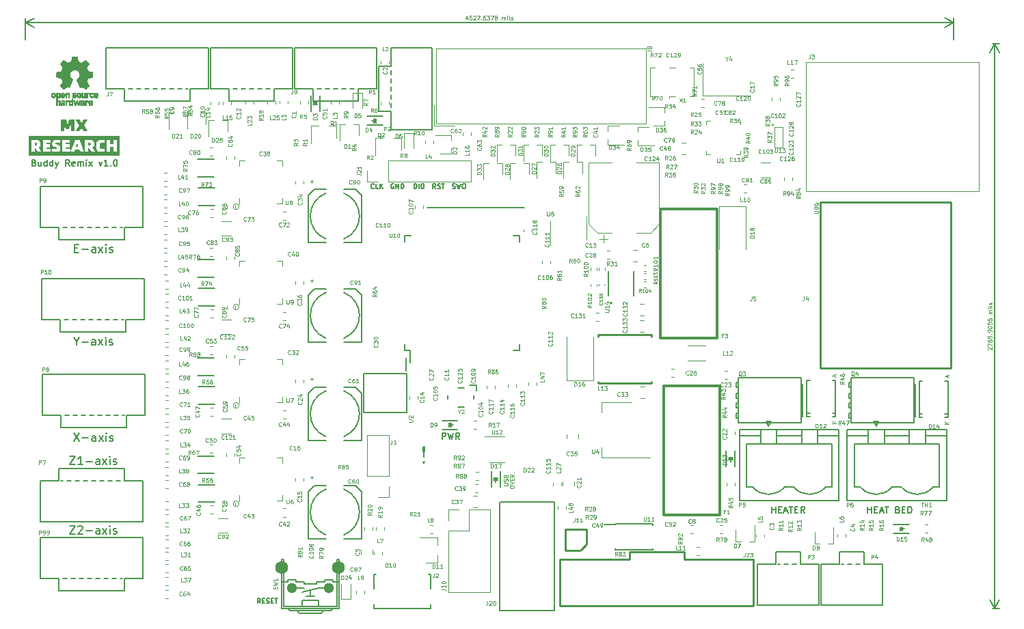
<source format=gbr>
%TF.GenerationSoftware,KiCad,Pcbnew,(6.0.2)*%
%TF.CreationDate,2022-04-18T10:54:01+08:00*%
%TF.ProjectId,BUDDY_v1.0.0,42554444-595f-4763-912e-302e302e6b69,v1.0.0*%
%TF.SameCoordinates,Original*%
%TF.FileFunction,Legend,Top*%
%TF.FilePolarity,Positive*%
%FSLAX46Y46*%
G04 Gerber Fmt 4.6, Leading zero omitted, Abs format (unit mm)*
G04 Created by KiCad (PCBNEW (6.0.2)) date 2022-04-18 10:54:01*
%MOMM*%
%LPD*%
G01*
G04 APERTURE LIST*
%ADD10C,0.200000*%
%ADD11C,0.150000*%
%ADD12C,0.100000*%
%ADD13C,0.060000*%
%ADD14C,0.120000*%
%ADD15C,0.250000*%
%ADD16C,0.300000*%
%ADD17C,0.127000*%
%ADD18C,0.254000*%
%ADD19C,0.010000*%
%ADD20C,1.300000*%
%ADD21C,1.600000*%
G04 APERTURE END LIST*
D10*
X135509000Y-79629000D02*
X147574000Y-79629000D01*
X178213000Y-117455904D02*
X178213000Y-116655904D01*
X178213000Y-117036857D02*
X178670142Y-117036857D01*
X178670142Y-117455904D02*
X178670142Y-116655904D01*
X179051095Y-117036857D02*
X179317761Y-117036857D01*
X179432047Y-117455904D02*
X179051095Y-117455904D01*
X179051095Y-116655904D01*
X179432047Y-116655904D01*
X179736809Y-117227333D02*
X180117761Y-117227333D01*
X179660619Y-117455904D02*
X179927285Y-116655904D01*
X180193952Y-117455904D01*
X180346333Y-116655904D02*
X180803476Y-116655904D01*
X180574904Y-117455904D02*
X180574904Y-116655904D01*
X181070142Y-117036857D02*
X181336809Y-117036857D01*
X181451095Y-117455904D02*
X181070142Y-117455904D01*
X181070142Y-116655904D01*
X181451095Y-116655904D01*
X182251095Y-117455904D02*
X181984428Y-117074952D01*
X181793952Y-117455904D02*
X181793952Y-116655904D01*
X182098714Y-116655904D01*
X182174904Y-116694000D01*
X182213000Y-116732095D01*
X182251095Y-116808285D01*
X182251095Y-116922571D01*
X182213000Y-116998761D01*
X182174904Y-117036857D01*
X182098714Y-117074952D01*
X181793952Y-117074952D01*
X190081238Y-117455904D02*
X190081238Y-116655904D01*
X190081238Y-117036857D02*
X190538380Y-117036857D01*
X190538380Y-117455904D02*
X190538380Y-116655904D01*
X190919333Y-117036857D02*
X191186000Y-117036857D01*
X191300285Y-117455904D02*
X190919333Y-117455904D01*
X190919333Y-116655904D01*
X191300285Y-116655904D01*
X191605047Y-117227333D02*
X191986000Y-117227333D01*
X191528857Y-117455904D02*
X191795523Y-116655904D01*
X192062190Y-117455904D01*
X192214571Y-116655904D02*
X192671714Y-116655904D01*
X192443142Y-117455904D02*
X192443142Y-116655904D01*
X193814571Y-117036857D02*
X193928857Y-117074952D01*
X193966952Y-117113047D01*
X194005047Y-117189238D01*
X194005047Y-117303523D01*
X193966952Y-117379714D01*
X193928857Y-117417809D01*
X193852666Y-117455904D01*
X193547904Y-117455904D01*
X193547904Y-116655904D01*
X193814571Y-116655904D01*
X193890761Y-116694000D01*
X193928857Y-116732095D01*
X193966952Y-116808285D01*
X193966952Y-116884476D01*
X193928857Y-116960666D01*
X193890761Y-116998761D01*
X193814571Y-117036857D01*
X193547904Y-117036857D01*
X194347904Y-117036857D02*
X194614571Y-117036857D01*
X194728857Y-117455904D02*
X194347904Y-117455904D01*
X194347904Y-116655904D01*
X194728857Y-116655904D01*
X195071714Y-117455904D02*
X195071714Y-116655904D01*
X195262190Y-116655904D01*
X195376476Y-116694000D01*
X195452666Y-116770190D01*
X195490761Y-116846380D01*
X195528857Y-116998761D01*
X195528857Y-117113047D01*
X195490761Y-117265428D01*
X195452666Y-117341619D01*
X195376476Y-117417809D01*
X195262190Y-117455904D01*
X195071714Y-117455904D01*
D11*
X128928857Y-77176285D02*
X128900285Y-77204857D01*
X128814571Y-77233428D01*
X128757428Y-77233428D01*
X128671714Y-77204857D01*
X128614571Y-77147714D01*
X128586000Y-77090571D01*
X128557428Y-76976285D01*
X128557428Y-76890571D01*
X128586000Y-76776285D01*
X128614571Y-76719142D01*
X128671714Y-76662000D01*
X128757428Y-76633428D01*
X128814571Y-76633428D01*
X128900285Y-76662000D01*
X128928857Y-76690571D01*
X129471714Y-77233428D02*
X129186000Y-77233428D01*
X129186000Y-76633428D01*
X129671714Y-77233428D02*
X129671714Y-76633428D01*
X130014571Y-77233428D02*
X129757428Y-76890571D01*
X130014571Y-76633428D02*
X129671714Y-76976285D01*
X131368857Y-76662000D02*
X131311714Y-76633428D01*
X131226000Y-76633428D01*
X131140285Y-76662000D01*
X131083142Y-76719142D01*
X131054571Y-76776285D01*
X131026000Y-76890571D01*
X131026000Y-76976285D01*
X131054571Y-77090571D01*
X131083142Y-77147714D01*
X131140285Y-77204857D01*
X131226000Y-77233428D01*
X131283142Y-77233428D01*
X131368857Y-77204857D01*
X131397428Y-77176285D01*
X131397428Y-76976285D01*
X131283142Y-76976285D01*
X131654571Y-77233428D02*
X131654571Y-76633428D01*
X131997428Y-77233428D01*
X131997428Y-76633428D01*
X132283142Y-77233428D02*
X132283142Y-76633428D01*
X132426000Y-76633428D01*
X132511714Y-76662000D01*
X132568857Y-76719142D01*
X132597428Y-76776285D01*
X132626000Y-76890571D01*
X132626000Y-76976285D01*
X132597428Y-77090571D01*
X132568857Y-77147714D01*
X132511714Y-77204857D01*
X132426000Y-77233428D01*
X132283142Y-77233428D01*
X133878714Y-77233428D02*
X133878714Y-76633428D01*
X134021571Y-76633428D01*
X134107285Y-76662000D01*
X134164428Y-76719142D01*
X134193000Y-76776285D01*
X134221571Y-76890571D01*
X134221571Y-76976285D01*
X134193000Y-77090571D01*
X134164428Y-77147714D01*
X134107285Y-77204857D01*
X134021571Y-77233428D01*
X133878714Y-77233428D01*
X134478714Y-77233428D02*
X134478714Y-76633428D01*
X134878714Y-76633428D02*
X134993000Y-76633428D01*
X135050142Y-76662000D01*
X135107285Y-76719142D01*
X135135857Y-76833428D01*
X135135857Y-77033428D01*
X135107285Y-77147714D01*
X135050142Y-77204857D01*
X134993000Y-77233428D01*
X134878714Y-77233428D01*
X134821571Y-77204857D01*
X134764428Y-77147714D01*
X134735857Y-77033428D01*
X134735857Y-76833428D01*
X134764428Y-76719142D01*
X134821571Y-76662000D01*
X134878714Y-76633428D01*
D12*
X144992690Y-114041952D02*
X145397452Y-114041952D01*
X145445071Y-114018142D01*
X145468880Y-113994333D01*
X145492690Y-113946714D01*
X145492690Y-113851476D01*
X145468880Y-113803857D01*
X145445071Y-113780047D01*
X145397452Y-113756238D01*
X144992690Y-113756238D01*
X145468880Y-113541952D02*
X145492690Y-113470523D01*
X145492690Y-113351476D01*
X145468880Y-113303857D01*
X145445071Y-113280047D01*
X145397452Y-113256238D01*
X145349833Y-113256238D01*
X145302214Y-113280047D01*
X145278404Y-113303857D01*
X145254595Y-113351476D01*
X145230785Y-113446714D01*
X145206976Y-113494333D01*
X145183166Y-113518142D01*
X145135547Y-113541952D01*
X145087928Y-113541952D01*
X145040309Y-113518142D01*
X145016500Y-113494333D01*
X144992690Y-113446714D01*
X144992690Y-113327666D01*
X145016500Y-113256238D01*
X145230785Y-112875285D02*
X145254595Y-112803857D01*
X145278404Y-112780047D01*
X145326023Y-112756238D01*
X145397452Y-112756238D01*
X145445071Y-112780047D01*
X145468880Y-112803857D01*
X145492690Y-112851476D01*
X145492690Y-113041952D01*
X144992690Y-113041952D01*
X144992690Y-112875285D01*
X145016500Y-112827666D01*
X145040309Y-112803857D01*
X145087928Y-112780047D01*
X145135547Y-112780047D01*
X145183166Y-112803857D01*
X145206976Y-112827666D01*
X145230785Y-112875285D01*
X145230785Y-113041952D01*
X145797690Y-114268142D02*
X145797690Y-114172904D01*
X145821500Y-114125285D01*
X145869119Y-114077666D01*
X145964357Y-114053857D01*
X146131023Y-114053857D01*
X146226261Y-114077666D01*
X146273880Y-114125285D01*
X146297690Y-114172904D01*
X146297690Y-114268142D01*
X146273880Y-114315761D01*
X146226261Y-114363380D01*
X146131023Y-114387190D01*
X145964357Y-114387190D01*
X145869119Y-114363380D01*
X145821500Y-114315761D01*
X145797690Y-114268142D01*
X145797690Y-113911000D02*
X146297690Y-113744333D01*
X145797690Y-113577666D01*
X146035785Y-113411000D02*
X146035785Y-113244333D01*
X146297690Y-113172904D02*
X146297690Y-113411000D01*
X145797690Y-113411000D01*
X145797690Y-113172904D01*
X146297690Y-112672904D02*
X146059595Y-112839571D01*
X146297690Y-112958619D02*
X145797690Y-112958619D01*
X145797690Y-112768142D01*
X145821500Y-112720523D01*
X145845309Y-112696714D01*
X145892928Y-112672904D01*
X145964357Y-112672904D01*
X146011976Y-112696714D01*
X146035785Y-112720523D01*
X146059595Y-112768142D01*
X146059595Y-112958619D01*
X146250071Y-112458619D02*
X146273880Y-112434809D01*
X146297690Y-112458619D01*
X146273880Y-112482428D01*
X146250071Y-112458619D01*
X146297690Y-112458619D01*
D11*
X114825571Y-128668428D02*
X114625571Y-128382714D01*
X114482714Y-128668428D02*
X114482714Y-128068428D01*
X114711285Y-128068428D01*
X114768428Y-128097000D01*
X114797000Y-128125571D01*
X114825571Y-128182714D01*
X114825571Y-128268428D01*
X114797000Y-128325571D01*
X114768428Y-128354142D01*
X114711285Y-128382714D01*
X114482714Y-128382714D01*
X115082714Y-128354142D02*
X115282714Y-128354142D01*
X115368428Y-128668428D02*
X115082714Y-128668428D01*
X115082714Y-128068428D01*
X115368428Y-128068428D01*
X115597000Y-128639857D02*
X115682714Y-128668428D01*
X115825571Y-128668428D01*
X115882714Y-128639857D01*
X115911285Y-128611285D01*
X115939857Y-128554142D01*
X115939857Y-128497000D01*
X115911285Y-128439857D01*
X115882714Y-128411285D01*
X115825571Y-128382714D01*
X115711285Y-128354142D01*
X115654142Y-128325571D01*
X115625571Y-128297000D01*
X115597000Y-128239857D01*
X115597000Y-128182714D01*
X115625571Y-128125571D01*
X115654142Y-128097000D01*
X115711285Y-128068428D01*
X115854142Y-128068428D01*
X115939857Y-128097000D01*
X116197000Y-128354142D02*
X116397000Y-128354142D01*
X116482714Y-128668428D02*
X116197000Y-128668428D01*
X116197000Y-128068428D01*
X116482714Y-128068428D01*
X116654142Y-128068428D02*
X116997000Y-128068428D01*
X116825571Y-128668428D02*
X116825571Y-128068428D01*
D10*
X86835781Y-74042857D02*
X86950067Y-74080952D01*
X86988162Y-74119047D01*
X87026258Y-74195238D01*
X87026258Y-74309523D01*
X86988162Y-74385714D01*
X86950067Y-74423809D01*
X86873877Y-74461904D01*
X86569115Y-74461904D01*
X86569115Y-73661904D01*
X86835781Y-73661904D01*
X86911972Y-73700000D01*
X86950067Y-73738095D01*
X86988162Y-73814285D01*
X86988162Y-73890476D01*
X86950067Y-73966666D01*
X86911972Y-74004761D01*
X86835781Y-74042857D01*
X86569115Y-74042857D01*
X87711972Y-73928571D02*
X87711972Y-74461904D01*
X87369115Y-73928571D02*
X87369115Y-74347619D01*
X87407210Y-74423809D01*
X87483400Y-74461904D01*
X87597686Y-74461904D01*
X87673877Y-74423809D01*
X87711972Y-74385714D01*
X88435781Y-74461904D02*
X88435781Y-73661904D01*
X88435781Y-74423809D02*
X88359591Y-74461904D01*
X88207210Y-74461904D01*
X88131019Y-74423809D01*
X88092924Y-74385714D01*
X88054829Y-74309523D01*
X88054829Y-74080952D01*
X88092924Y-74004761D01*
X88131019Y-73966666D01*
X88207210Y-73928571D01*
X88359591Y-73928571D01*
X88435781Y-73966666D01*
X89159591Y-74461904D02*
X89159591Y-73661904D01*
X89159591Y-74423809D02*
X89083400Y-74461904D01*
X88931019Y-74461904D01*
X88854829Y-74423809D01*
X88816734Y-74385714D01*
X88778638Y-74309523D01*
X88778638Y-74080952D01*
X88816734Y-74004761D01*
X88854829Y-73966666D01*
X88931019Y-73928571D01*
X89083400Y-73928571D01*
X89159591Y-73966666D01*
X89464353Y-73928571D02*
X89654829Y-74461904D01*
X89845305Y-73928571D02*
X89654829Y-74461904D01*
X89578638Y-74652380D01*
X89540543Y-74690476D01*
X89464353Y-74728571D01*
X91216734Y-74461904D02*
X90950067Y-74080952D01*
X90759591Y-74461904D02*
X90759591Y-73661904D01*
X91064353Y-73661904D01*
X91140543Y-73700000D01*
X91178638Y-73738095D01*
X91216734Y-73814285D01*
X91216734Y-73928571D01*
X91178638Y-74004761D01*
X91140543Y-74042857D01*
X91064353Y-74080952D01*
X90759591Y-74080952D01*
X91864353Y-74423809D02*
X91788162Y-74461904D01*
X91635781Y-74461904D01*
X91559591Y-74423809D01*
X91521496Y-74347619D01*
X91521496Y-74042857D01*
X91559591Y-73966666D01*
X91635781Y-73928571D01*
X91788162Y-73928571D01*
X91864353Y-73966666D01*
X91902448Y-74042857D01*
X91902448Y-74119047D01*
X91521496Y-74195238D01*
X92245305Y-74461904D02*
X92245305Y-73928571D01*
X92245305Y-74004761D02*
X92283400Y-73966666D01*
X92359591Y-73928571D01*
X92473877Y-73928571D01*
X92550067Y-73966666D01*
X92588162Y-74042857D01*
X92588162Y-74461904D01*
X92588162Y-74042857D02*
X92626258Y-73966666D01*
X92702448Y-73928571D01*
X92816734Y-73928571D01*
X92892924Y-73966666D01*
X92931019Y-74042857D01*
X92931019Y-74461904D01*
X93311972Y-74461904D02*
X93311972Y-73928571D01*
X93311972Y-73661904D02*
X93273877Y-73700000D01*
X93311972Y-73738095D01*
X93350067Y-73700000D01*
X93311972Y-73661904D01*
X93311972Y-73738095D01*
X93616734Y-74461904D02*
X94035781Y-73928571D01*
X93616734Y-73928571D02*
X94035781Y-74461904D01*
X94873877Y-73928571D02*
X95064353Y-74461904D01*
X95254829Y-73928571D01*
X95978638Y-74461904D02*
X95521496Y-74461904D01*
X95750067Y-74461904D02*
X95750067Y-73661904D01*
X95673877Y-73776190D01*
X95597686Y-73852380D01*
X95521496Y-73890476D01*
X96321496Y-74385714D02*
X96359591Y-74423809D01*
X96321496Y-74461904D01*
X96283400Y-74423809D01*
X96321496Y-74385714D01*
X96321496Y-74461904D01*
X96854829Y-73661904D02*
X96931019Y-73661904D01*
X97007210Y-73700000D01*
X97045305Y-73738095D01*
X97083400Y-73814285D01*
X97121496Y-73966666D01*
X97121496Y-74157142D01*
X97083400Y-74309523D01*
X97045305Y-74385714D01*
X97007210Y-74423809D01*
X96931019Y-74461904D01*
X96854829Y-74461904D01*
X96778638Y-74423809D01*
X96740543Y-74385714D01*
X96702448Y-74309523D01*
X96664353Y-74157142D01*
X96664353Y-73966666D01*
X96702448Y-73814285D01*
X96740543Y-73738095D01*
X96778638Y-73700000D01*
X96854829Y-73661904D01*
D11*
X136577428Y-77233428D02*
X136377428Y-76947714D01*
X136234571Y-77233428D02*
X136234571Y-76633428D01*
X136463142Y-76633428D01*
X136520285Y-76662000D01*
X136548857Y-76690571D01*
X136577428Y-76747714D01*
X136577428Y-76833428D01*
X136548857Y-76890571D01*
X136520285Y-76919142D01*
X136463142Y-76947714D01*
X136234571Y-76947714D01*
X136806000Y-77204857D02*
X136891714Y-77233428D01*
X137034571Y-77233428D01*
X137091714Y-77204857D01*
X137120285Y-77176285D01*
X137148857Y-77119142D01*
X137148857Y-77062000D01*
X137120285Y-77004857D01*
X137091714Y-76976285D01*
X137034571Y-76947714D01*
X136920285Y-76919142D01*
X136863142Y-76890571D01*
X136834571Y-76862000D01*
X136806000Y-76804857D01*
X136806000Y-76747714D01*
X136834571Y-76690571D01*
X136863142Y-76662000D01*
X136920285Y-76633428D01*
X137063142Y-76633428D01*
X137148857Y-76662000D01*
X137320285Y-76633428D02*
X137663142Y-76633428D01*
X137491714Y-77233428D02*
X137491714Y-76633428D01*
X138617428Y-77204857D02*
X138703142Y-77233428D01*
X138846000Y-77233428D01*
X138903142Y-77204857D01*
X138931714Y-77176285D01*
X138960285Y-77119142D01*
X138960285Y-77062000D01*
X138931714Y-77004857D01*
X138903142Y-76976285D01*
X138846000Y-76947714D01*
X138731714Y-76919142D01*
X138674571Y-76890571D01*
X138646000Y-76862000D01*
X138617428Y-76804857D01*
X138617428Y-76747714D01*
X138646000Y-76690571D01*
X138674571Y-76662000D01*
X138731714Y-76633428D01*
X138874571Y-76633428D01*
X138960285Y-76662000D01*
X139160285Y-76633428D02*
X139303142Y-77233428D01*
X139417428Y-76804857D01*
X139531714Y-77233428D01*
X139674571Y-76633428D01*
X140017428Y-76633428D02*
X140131714Y-76633428D01*
X140188857Y-76662000D01*
X140246000Y-76719142D01*
X140274571Y-76833428D01*
X140274571Y-77033428D01*
X140246000Y-77147714D01*
X140188857Y-77204857D01*
X140131714Y-77233428D01*
X140017428Y-77233428D01*
X139960285Y-77204857D01*
X139903142Y-77147714D01*
X139874571Y-77033428D01*
X139874571Y-76833428D01*
X139903142Y-76719142D01*
X139960285Y-76662000D01*
X140017428Y-76633428D01*
D10*
X91747619Y-107552380D02*
X92414285Y-108552380D01*
X92414285Y-107552380D02*
X91747619Y-108552380D01*
X92795238Y-108171428D02*
X93557142Y-108171428D01*
X94461904Y-108552380D02*
X94461904Y-108028571D01*
X94414285Y-107933333D01*
X94319047Y-107885714D01*
X94128571Y-107885714D01*
X94033333Y-107933333D01*
X94461904Y-108504761D02*
X94366666Y-108552380D01*
X94128571Y-108552380D01*
X94033333Y-108504761D01*
X93985714Y-108409523D01*
X93985714Y-108314285D01*
X94033333Y-108219047D01*
X94128571Y-108171428D01*
X94366666Y-108171428D01*
X94461904Y-108123809D01*
X94842857Y-108552380D02*
X95366666Y-107885714D01*
X94842857Y-107885714D02*
X95366666Y-108552380D01*
X95747619Y-108552380D02*
X95747619Y-107885714D01*
X95747619Y-107552380D02*
X95700000Y-107600000D01*
X95747619Y-107647619D01*
X95795238Y-107600000D01*
X95747619Y-107552380D01*
X95747619Y-107647619D01*
X96176190Y-108504761D02*
X96271428Y-108552380D01*
X96461904Y-108552380D01*
X96557142Y-108504761D01*
X96604761Y-108409523D01*
X96604761Y-108361904D01*
X96557142Y-108266666D01*
X96461904Y-108219047D01*
X96319047Y-108219047D01*
X96223809Y-108171428D01*
X96176190Y-108076190D01*
X96176190Y-108028571D01*
X96223809Y-107933333D01*
X96319047Y-107885714D01*
X96461904Y-107885714D01*
X96557142Y-107933333D01*
X137363333Y-108311904D02*
X137363333Y-107511904D01*
X137668095Y-107511904D01*
X137744285Y-107550000D01*
X137782380Y-107588095D01*
X137820476Y-107664285D01*
X137820476Y-107778571D01*
X137782380Y-107854761D01*
X137744285Y-107892857D01*
X137668095Y-107930952D01*
X137363333Y-107930952D01*
X138087142Y-107511904D02*
X138277619Y-108311904D01*
X138430000Y-107740476D01*
X138582380Y-108311904D01*
X138772857Y-107511904D01*
X139534761Y-108311904D02*
X139268095Y-107930952D01*
X139077619Y-108311904D02*
X139077619Y-107511904D01*
X139382380Y-107511904D01*
X139458571Y-107550000D01*
X139496666Y-107588095D01*
X139534761Y-107664285D01*
X139534761Y-107778571D01*
X139496666Y-107854761D01*
X139458571Y-107892857D01*
X139382380Y-107930952D01*
X139077619Y-107930952D01*
X91271428Y-119052380D02*
X91938095Y-119052380D01*
X91271428Y-120052380D01*
X91938095Y-120052380D01*
X92271428Y-119147619D02*
X92319047Y-119100000D01*
X92414285Y-119052380D01*
X92652380Y-119052380D01*
X92747619Y-119100000D01*
X92795238Y-119147619D01*
X92842857Y-119242857D01*
X92842857Y-119338095D01*
X92795238Y-119480952D01*
X92223809Y-120052380D01*
X92842857Y-120052380D01*
X93271428Y-119671428D02*
X94033333Y-119671428D01*
X94938095Y-120052380D02*
X94938095Y-119528571D01*
X94890476Y-119433333D01*
X94795238Y-119385714D01*
X94604761Y-119385714D01*
X94509523Y-119433333D01*
X94938095Y-120004761D02*
X94842857Y-120052380D01*
X94604761Y-120052380D01*
X94509523Y-120004761D01*
X94461904Y-119909523D01*
X94461904Y-119814285D01*
X94509523Y-119719047D01*
X94604761Y-119671428D01*
X94842857Y-119671428D01*
X94938095Y-119623809D01*
X95319047Y-120052380D02*
X95842857Y-119385714D01*
X95319047Y-119385714D02*
X95842857Y-120052380D01*
X96223809Y-120052380D02*
X96223809Y-119385714D01*
X96223809Y-119052380D02*
X96176190Y-119100000D01*
X96223809Y-119147619D01*
X96271428Y-119100000D01*
X96223809Y-119052380D01*
X96223809Y-119147619D01*
X96652380Y-120004761D02*
X96747619Y-120052380D01*
X96938095Y-120052380D01*
X97033333Y-120004761D01*
X97080952Y-119909523D01*
X97080952Y-119861904D01*
X97033333Y-119766666D01*
X96938095Y-119719047D01*
X96795238Y-119719047D01*
X96700000Y-119671428D01*
X96652380Y-119576190D01*
X96652380Y-119528571D01*
X96700000Y-119433333D01*
X96795238Y-119385714D01*
X96938095Y-119385714D01*
X97033333Y-119433333D01*
X91866666Y-84628571D02*
X92200000Y-84628571D01*
X92342857Y-85152380D02*
X91866666Y-85152380D01*
X91866666Y-84152380D01*
X92342857Y-84152380D01*
X92771428Y-84771428D02*
X93533333Y-84771428D01*
X94438095Y-85152380D02*
X94438095Y-84628571D01*
X94390476Y-84533333D01*
X94295238Y-84485714D01*
X94104761Y-84485714D01*
X94009523Y-84533333D01*
X94438095Y-85104761D02*
X94342857Y-85152380D01*
X94104761Y-85152380D01*
X94009523Y-85104761D01*
X93961904Y-85009523D01*
X93961904Y-84914285D01*
X94009523Y-84819047D01*
X94104761Y-84771428D01*
X94342857Y-84771428D01*
X94438095Y-84723809D01*
X94819047Y-85152380D02*
X95342857Y-84485714D01*
X94819047Y-84485714D02*
X95342857Y-85152380D01*
X95723809Y-85152380D02*
X95723809Y-84485714D01*
X95723809Y-84152380D02*
X95676190Y-84200000D01*
X95723809Y-84247619D01*
X95771428Y-84200000D01*
X95723809Y-84152380D01*
X95723809Y-84247619D01*
X96152380Y-85104761D02*
X96247619Y-85152380D01*
X96438095Y-85152380D01*
X96533333Y-85104761D01*
X96580952Y-85009523D01*
X96580952Y-84961904D01*
X96533333Y-84866666D01*
X96438095Y-84819047D01*
X96295238Y-84819047D01*
X96200000Y-84771428D01*
X96152380Y-84676190D01*
X96152380Y-84628571D01*
X96200000Y-84533333D01*
X96295238Y-84485714D01*
X96438095Y-84485714D01*
X96533333Y-84533333D01*
X91271428Y-110452380D02*
X91938095Y-110452380D01*
X91271428Y-111452380D01*
X91938095Y-111452380D01*
X92842857Y-111452380D02*
X92271428Y-111452380D01*
X92557142Y-111452380D02*
X92557142Y-110452380D01*
X92461904Y-110595238D01*
X92366666Y-110690476D01*
X92271428Y-110738095D01*
X93271428Y-111071428D02*
X94033333Y-111071428D01*
X94938095Y-111452380D02*
X94938095Y-110928571D01*
X94890476Y-110833333D01*
X94795238Y-110785714D01*
X94604761Y-110785714D01*
X94509523Y-110833333D01*
X94938095Y-111404761D02*
X94842857Y-111452380D01*
X94604761Y-111452380D01*
X94509523Y-111404761D01*
X94461904Y-111309523D01*
X94461904Y-111214285D01*
X94509523Y-111119047D01*
X94604761Y-111071428D01*
X94842857Y-111071428D01*
X94938095Y-111023809D01*
X95319047Y-111452380D02*
X95842857Y-110785714D01*
X95319047Y-110785714D02*
X95842857Y-111452380D01*
X96223809Y-111452380D02*
X96223809Y-110785714D01*
X96223809Y-110452380D02*
X96176190Y-110500000D01*
X96223809Y-110547619D01*
X96271428Y-110500000D01*
X96223809Y-110452380D01*
X96223809Y-110547619D01*
X96652380Y-111404761D02*
X96747619Y-111452380D01*
X96938095Y-111452380D01*
X97033333Y-111404761D01*
X97080952Y-111309523D01*
X97080952Y-111261904D01*
X97033333Y-111166666D01*
X96938095Y-111119047D01*
X96795238Y-111119047D01*
X96700000Y-111071428D01*
X96652380Y-110976190D01*
X96652380Y-110928571D01*
X96700000Y-110833333D01*
X96795238Y-110785714D01*
X96938095Y-110785714D01*
X97033333Y-110833333D01*
X92080952Y-96176190D02*
X92080952Y-96652380D01*
X91747619Y-95652380D02*
X92080952Y-96176190D01*
X92414285Y-95652380D01*
X92747619Y-96271428D02*
X93509523Y-96271428D01*
X94414285Y-96652380D02*
X94414285Y-96128571D01*
X94366666Y-96033333D01*
X94271428Y-95985714D01*
X94080952Y-95985714D01*
X93985714Y-96033333D01*
X94414285Y-96604761D02*
X94319047Y-96652380D01*
X94080952Y-96652380D01*
X93985714Y-96604761D01*
X93938095Y-96509523D01*
X93938095Y-96414285D01*
X93985714Y-96319047D01*
X94080952Y-96271428D01*
X94319047Y-96271428D01*
X94414285Y-96223809D01*
X94795238Y-96652380D02*
X95319047Y-95985714D01*
X94795238Y-95985714D02*
X95319047Y-96652380D01*
X95700000Y-96652380D02*
X95700000Y-95985714D01*
X95700000Y-95652380D02*
X95652380Y-95700000D01*
X95700000Y-95747619D01*
X95747619Y-95700000D01*
X95700000Y-95652380D01*
X95700000Y-95747619D01*
X96128571Y-96604761D02*
X96223809Y-96652380D01*
X96414285Y-96652380D01*
X96509523Y-96604761D01*
X96557142Y-96509523D01*
X96557142Y-96461904D01*
X96509523Y-96366666D01*
X96414285Y-96319047D01*
X96271428Y-96319047D01*
X96176190Y-96271428D01*
X96128571Y-96176190D01*
X96128571Y-96128571D01*
X96176190Y-96033333D01*
X96271428Y-95985714D01*
X96414285Y-95985714D01*
X96509523Y-96033333D01*
X135128000Y-111077285D02*
X135223238Y-111172523D01*
X135128000Y-111267761D01*
X135032761Y-111172523D01*
X135128000Y-111077285D01*
X135128000Y-111267761D01*
X135128000Y-110505857D02*
X135032761Y-109363000D01*
X135128000Y-109267761D01*
X135223238Y-109363000D01*
X135128000Y-110505857D01*
X135128000Y-109267761D01*
D12*
X140533902Y-55985704D02*
X140533945Y-56319038D01*
X140414829Y-55795244D02*
X140295828Y-56152402D01*
X140605352Y-56152362D01*
X141033880Y-55818973D02*
X140795785Y-55819004D01*
X140772006Y-56057102D01*
X140795813Y-56033289D01*
X140843429Y-56009474D01*
X140962476Y-56009458D01*
X141010099Y-56033261D01*
X141033911Y-56057068D01*
X141057727Y-56104684D01*
X141057742Y-56223731D01*
X141033939Y-56271354D01*
X141010133Y-56295166D01*
X140962517Y-56318982D01*
X140843469Y-56318997D01*
X140795847Y-56295194D01*
X140772034Y-56271388D01*
X141248172Y-55866564D02*
X141271978Y-55842751D01*
X141319594Y-55818935D01*
X141438642Y-55818920D01*
X141486264Y-55842723D01*
X141510077Y-55866530D01*
X141533893Y-55914145D01*
X141533899Y-55961765D01*
X141510099Y-56033196D01*
X141224422Y-56318948D01*
X141533945Y-56318907D01*
X141700547Y-55818886D02*
X142033880Y-55818842D01*
X141819660Y-56318870D01*
X142224415Y-56271198D02*
X142248228Y-56295005D01*
X142224422Y-56318817D01*
X142200609Y-56295011D01*
X142224415Y-56271198D01*
X142224422Y-56318817D01*
X142676737Y-55818758D02*
X142581499Y-55818771D01*
X142533883Y-55842586D01*
X142510077Y-55866399D01*
X142462467Y-55937834D01*
X142438670Y-56033075D01*
X142438695Y-56223551D01*
X142462511Y-56271167D01*
X142486323Y-56294974D01*
X142533945Y-56318777D01*
X142629183Y-56318765D01*
X142676799Y-56294949D01*
X142700606Y-56271136D01*
X142724409Y-56223514D01*
X142724394Y-56104466D01*
X142700578Y-56056850D01*
X142676765Y-56033044D01*
X142629143Y-56009241D01*
X142533905Y-56009253D01*
X142486289Y-56033069D01*
X142462483Y-56056881D01*
X142438679Y-56104504D01*
X142891023Y-55818730D02*
X143200547Y-55818690D01*
X143033905Y-56009188D01*
X143105334Y-56009179D01*
X143152956Y-56032982D01*
X143176768Y-56056788D01*
X143200584Y-56104404D01*
X143200600Y-56223452D01*
X143176796Y-56271074D01*
X143152990Y-56294887D01*
X143105374Y-56318702D01*
X142962517Y-56318721D01*
X142914895Y-56294918D01*
X142891082Y-56271111D01*
X143367213Y-55818668D02*
X143700547Y-55818625D01*
X143486326Y-56318653D01*
X143962479Y-56032876D02*
X143914857Y-56009073D01*
X143891045Y-55985267D01*
X143867229Y-55937651D01*
X143867226Y-55913841D01*
X143891029Y-55866219D01*
X143914836Y-55842406D01*
X143962452Y-55818591D01*
X144057690Y-55818578D01*
X144105312Y-55842381D01*
X144129124Y-55866188D01*
X144152940Y-55913804D01*
X144152943Y-55937613D01*
X144129140Y-55985236D01*
X144105334Y-56009048D01*
X144057718Y-56032864D01*
X143962479Y-56032876D01*
X143914864Y-56056692D01*
X143891057Y-56080505D01*
X143867254Y-56128127D01*
X143867266Y-56223365D01*
X143891082Y-56270981D01*
X143914895Y-56294787D01*
X143962517Y-56318591D01*
X144057755Y-56318578D01*
X144105371Y-56294762D01*
X144129177Y-56270950D01*
X144152981Y-56223328D01*
X144152968Y-56128090D01*
X144129152Y-56080474D01*
X144105340Y-56056667D01*
X144057718Y-56032864D01*
X144748231Y-56318488D02*
X144748188Y-55985155D01*
X144748194Y-56032774D02*
X144772000Y-56008961D01*
X144819616Y-55985145D01*
X144891045Y-55985136D01*
X144938667Y-56008939D01*
X144962483Y-56056555D01*
X144962517Y-56318460D01*
X144962483Y-56056555D02*
X144986286Y-56008933D01*
X145033902Y-55985118D01*
X145105330Y-55985108D01*
X145152953Y-56008912D01*
X145176768Y-56056527D01*
X145176802Y-56318432D01*
X145414898Y-56318401D02*
X145414854Y-55985068D01*
X145414832Y-55818401D02*
X145391026Y-55842214D01*
X145414839Y-55866020D01*
X145438645Y-55842208D01*
X145414832Y-55818401D01*
X145414839Y-55866020D01*
X145724422Y-56318361D02*
X145676799Y-56294557D01*
X145652984Y-56246942D01*
X145652928Y-55818370D01*
X145891085Y-56294530D02*
X145938707Y-56318333D01*
X146033945Y-56318320D01*
X146081561Y-56294505D01*
X146105365Y-56246883D01*
X146105361Y-56223073D01*
X146081546Y-56175457D01*
X146033924Y-56151654D01*
X145962495Y-56151663D01*
X145914873Y-56127860D01*
X145891057Y-56080244D01*
X145891054Y-56056434D01*
X145914857Y-56008812D01*
X145962473Y-55984996D01*
X146033902Y-55984987D01*
X146081524Y-56008790D01*
D11*
X85699935Y-58800000D02*
X85699585Y-56113580D01*
X200701935Y-58785000D02*
X200701585Y-56098580D01*
X85699661Y-56700000D02*
X200701661Y-56685000D01*
X85699661Y-56700000D02*
X200701661Y-56685000D01*
X85699661Y-56700000D02*
X86826241Y-57286274D01*
X85699661Y-56700000D02*
X86826088Y-56113432D01*
X200701661Y-56685000D02*
X199575081Y-56098726D01*
X200701661Y-56685000D02*
X199575234Y-57271568D01*
D12*
X204973809Y-97204761D02*
X204950000Y-97180952D01*
X204926190Y-97133333D01*
X204926190Y-97014285D01*
X204950000Y-96966666D01*
X204973809Y-96942857D01*
X205021428Y-96919047D01*
X205069047Y-96919047D01*
X205140476Y-96942857D01*
X205426190Y-97228571D01*
X205426190Y-96919047D01*
X204926190Y-96752380D02*
X204926190Y-96419047D01*
X205426190Y-96633333D01*
X204926190Y-95990476D02*
X204926190Y-96228571D01*
X205164285Y-96252380D01*
X205140476Y-96228571D01*
X205116666Y-96180952D01*
X205116666Y-96061904D01*
X205140476Y-96014285D01*
X205164285Y-95990476D01*
X205211904Y-95966666D01*
X205330952Y-95966666D01*
X205378571Y-95990476D01*
X205402380Y-96014285D01*
X205426190Y-96061904D01*
X205426190Y-96180952D01*
X205402380Y-96228571D01*
X205378571Y-96252380D01*
X204926190Y-95514285D02*
X204926190Y-95752380D01*
X205164285Y-95776190D01*
X205140476Y-95752380D01*
X205116666Y-95704761D01*
X205116666Y-95585714D01*
X205140476Y-95538095D01*
X205164285Y-95514285D01*
X205211904Y-95490476D01*
X205330952Y-95490476D01*
X205378571Y-95514285D01*
X205402380Y-95538095D01*
X205426190Y-95585714D01*
X205426190Y-95704761D01*
X205402380Y-95752380D01*
X205378571Y-95776190D01*
X205378571Y-95276190D02*
X205402380Y-95252380D01*
X205426190Y-95276190D01*
X205402380Y-95300000D01*
X205378571Y-95276190D01*
X205426190Y-95276190D01*
X205426190Y-95014285D02*
X205426190Y-94919047D01*
X205402380Y-94871428D01*
X205378571Y-94847619D01*
X205307142Y-94800000D01*
X205211904Y-94776190D01*
X205021428Y-94776190D01*
X204973809Y-94800000D01*
X204950000Y-94823809D01*
X204926190Y-94871428D01*
X204926190Y-94966666D01*
X204950000Y-95014285D01*
X204973809Y-95038095D01*
X205021428Y-95061904D01*
X205140476Y-95061904D01*
X205188095Y-95038095D01*
X205211904Y-95014285D01*
X205235714Y-94966666D01*
X205235714Y-94871428D01*
X205211904Y-94823809D01*
X205188095Y-94800000D01*
X205140476Y-94776190D01*
X204926190Y-94466666D02*
X204926190Y-94419047D01*
X204950000Y-94371428D01*
X204973809Y-94347619D01*
X205021428Y-94323809D01*
X205116666Y-94300000D01*
X205235714Y-94300000D01*
X205330952Y-94323809D01*
X205378571Y-94347619D01*
X205402380Y-94371428D01*
X205426190Y-94419047D01*
X205426190Y-94466666D01*
X205402380Y-94514285D01*
X205378571Y-94538095D01*
X205330952Y-94561904D01*
X205235714Y-94585714D01*
X205116666Y-94585714D01*
X205021428Y-94561904D01*
X204973809Y-94538095D01*
X204950000Y-94514285D01*
X204926190Y-94466666D01*
X204926190Y-93847619D02*
X204926190Y-94085714D01*
X205164285Y-94109523D01*
X205140476Y-94085714D01*
X205116666Y-94038095D01*
X205116666Y-93919047D01*
X205140476Y-93871428D01*
X205164285Y-93847619D01*
X205211904Y-93823809D01*
X205330952Y-93823809D01*
X205378571Y-93847619D01*
X205402380Y-93871428D01*
X205426190Y-93919047D01*
X205426190Y-94038095D01*
X205402380Y-94085714D01*
X205378571Y-94109523D01*
X204926190Y-93371428D02*
X204926190Y-93609523D01*
X205164285Y-93633333D01*
X205140476Y-93609523D01*
X205116666Y-93561904D01*
X205116666Y-93442857D01*
X205140476Y-93395238D01*
X205164285Y-93371428D01*
X205211904Y-93347619D01*
X205330952Y-93347619D01*
X205378571Y-93371428D01*
X205402380Y-93395238D01*
X205426190Y-93442857D01*
X205426190Y-93561904D01*
X205402380Y-93609523D01*
X205378571Y-93633333D01*
X205426190Y-92752380D02*
X205092857Y-92752380D01*
X205140476Y-92752380D02*
X205116666Y-92728571D01*
X205092857Y-92680952D01*
X205092857Y-92609523D01*
X205116666Y-92561904D01*
X205164285Y-92538095D01*
X205426190Y-92538095D01*
X205164285Y-92538095D02*
X205116666Y-92514285D01*
X205092857Y-92466666D01*
X205092857Y-92395238D01*
X205116666Y-92347619D01*
X205164285Y-92323809D01*
X205426190Y-92323809D01*
X205426190Y-92085714D02*
X205092857Y-92085714D01*
X204926190Y-92085714D02*
X204950000Y-92109523D01*
X204973809Y-92085714D01*
X204950000Y-92061904D01*
X204926190Y-92085714D01*
X204973809Y-92085714D01*
X205426190Y-91776190D02*
X205402380Y-91823809D01*
X205354761Y-91847619D01*
X204926190Y-91847619D01*
X205402380Y-91609523D02*
X205426190Y-91561904D01*
X205426190Y-91466666D01*
X205402380Y-91419047D01*
X205354761Y-91395238D01*
X205330952Y-91395238D01*
X205283333Y-91419047D01*
X205259523Y-91466666D01*
X205259523Y-91538095D01*
X205235714Y-91585714D01*
X205188095Y-91609523D01*
X205164285Y-91609523D01*
X205116666Y-91585714D01*
X205092857Y-91538095D01*
X205092857Y-91466666D01*
X205116666Y-91419047D01*
D11*
X205502000Y-59300000D02*
X206386420Y-59300000D01*
X205502000Y-129300000D02*
X206386420Y-129300000D01*
X205800000Y-59300000D02*
X205800000Y-129300000D01*
X205800000Y-59300000D02*
X205800000Y-129300000D01*
X205800000Y-59300000D02*
X205213579Y-60426504D01*
X205800000Y-59300000D02*
X206386421Y-60426504D01*
X205800000Y-129300000D02*
X206386421Y-128173496D01*
X205800000Y-129300000D02*
X205213579Y-128173496D01*
D12*
%TO.C,J21*%
X126809190Y-75461761D02*
X127166333Y-75461761D01*
X127237761Y-75485571D01*
X127285380Y-75533190D01*
X127309190Y-75604619D01*
X127309190Y-75652238D01*
X126856809Y-75247476D02*
X126833000Y-75223666D01*
X126809190Y-75176047D01*
X126809190Y-75057000D01*
X126833000Y-75009380D01*
X126856809Y-74985571D01*
X126904428Y-74961761D01*
X126952047Y-74961761D01*
X127023476Y-74985571D01*
X127309190Y-75271285D01*
X127309190Y-74961761D01*
X127309190Y-74485571D02*
X127309190Y-74771285D01*
X127309190Y-74628428D02*
X126809190Y-74628428D01*
X126880619Y-74676047D01*
X126928238Y-74723666D01*
X126952047Y-74771285D01*
%TO.C,D5*%
X126503952Y-68425190D02*
X126503952Y-67925190D01*
X126623000Y-67925190D01*
X126694428Y-67949000D01*
X126742047Y-67996619D01*
X126765857Y-68044238D01*
X126789666Y-68139476D01*
X126789666Y-68210904D01*
X126765857Y-68306142D01*
X126742047Y-68353761D01*
X126694428Y-68401380D01*
X126623000Y-68425190D01*
X126503952Y-68425190D01*
X127242047Y-67925190D02*
X127003952Y-67925190D01*
X126980142Y-68163285D01*
X127003952Y-68139476D01*
X127051571Y-68115666D01*
X127170619Y-68115666D01*
X127218238Y-68139476D01*
X127242047Y-68163285D01*
X127265857Y-68210904D01*
X127265857Y-68329952D01*
X127242047Y-68377571D01*
X127218238Y-68401380D01*
X127170619Y-68425190D01*
X127051571Y-68425190D01*
X127003952Y-68401380D01*
X126980142Y-68377571D01*
%TO.C,D6*%
X131583952Y-70965190D02*
X131583952Y-70465190D01*
X131703000Y-70465190D01*
X131774428Y-70489000D01*
X131822047Y-70536619D01*
X131845857Y-70584238D01*
X131869666Y-70679476D01*
X131869666Y-70750904D01*
X131845857Y-70846142D01*
X131822047Y-70893761D01*
X131774428Y-70941380D01*
X131703000Y-70965190D01*
X131583952Y-70965190D01*
X132298238Y-70465190D02*
X132203000Y-70465190D01*
X132155380Y-70489000D01*
X132131571Y-70512809D01*
X132083952Y-70584238D01*
X132060142Y-70679476D01*
X132060142Y-70869952D01*
X132083952Y-70917571D01*
X132107761Y-70941380D01*
X132155380Y-70965190D01*
X132250619Y-70965190D01*
X132298238Y-70941380D01*
X132322047Y-70917571D01*
X132345857Y-70869952D01*
X132345857Y-70750904D01*
X132322047Y-70703285D01*
X132298238Y-70679476D01*
X132250619Y-70655666D01*
X132155380Y-70655666D01*
X132107761Y-70679476D01*
X132083952Y-70703285D01*
X132060142Y-70750904D01*
%TO.C,D24*%
X124868857Y-125702190D02*
X124868857Y-125202190D01*
X124987904Y-125202190D01*
X125059333Y-125226000D01*
X125106952Y-125273619D01*
X125130761Y-125321238D01*
X125154571Y-125416476D01*
X125154571Y-125487904D01*
X125130761Y-125583142D01*
X125106952Y-125630761D01*
X125059333Y-125678380D01*
X124987904Y-125702190D01*
X124868857Y-125702190D01*
X125345047Y-125249809D02*
X125368857Y-125226000D01*
X125416476Y-125202190D01*
X125535523Y-125202190D01*
X125583142Y-125226000D01*
X125606952Y-125249809D01*
X125630761Y-125297428D01*
X125630761Y-125345047D01*
X125606952Y-125416476D01*
X125321238Y-125702190D01*
X125630761Y-125702190D01*
X126059333Y-125368857D02*
X126059333Y-125702190D01*
X125940285Y-125178380D02*
X125821238Y-125535523D01*
X126130761Y-125535523D01*
%TO.C,U6*%
X118110047Y-115804190D02*
X118110047Y-116208952D01*
X118133857Y-116256571D01*
X118157666Y-116280380D01*
X118205285Y-116304190D01*
X118300523Y-116304190D01*
X118348142Y-116280380D01*
X118371952Y-116256571D01*
X118395761Y-116208952D01*
X118395761Y-115804190D01*
X118848142Y-115804190D02*
X118752904Y-115804190D01*
X118705285Y-115828000D01*
X118681476Y-115851809D01*
X118633857Y-115923238D01*
X118610047Y-116018476D01*
X118610047Y-116208952D01*
X118633857Y-116256571D01*
X118657666Y-116280380D01*
X118705285Y-116304190D01*
X118800523Y-116304190D01*
X118848142Y-116280380D01*
X118871952Y-116256571D01*
X118895761Y-116208952D01*
X118895761Y-116089904D01*
X118871952Y-116042285D01*
X118848142Y-116018476D01*
X118800523Y-115994666D01*
X118705285Y-115994666D01*
X118657666Y-116018476D01*
X118633857Y-116042285D01*
X118610047Y-116089904D01*
%TO.C,U7*%
X118110047Y-103231190D02*
X118110047Y-103635952D01*
X118133857Y-103683571D01*
X118157666Y-103707380D01*
X118205285Y-103731190D01*
X118300523Y-103731190D01*
X118348142Y-103707380D01*
X118371952Y-103683571D01*
X118395761Y-103635952D01*
X118395761Y-103231190D01*
X118586238Y-103231190D02*
X118919571Y-103231190D01*
X118705285Y-103731190D01*
%TO.C,U8*%
X117983047Y-78720190D02*
X117983047Y-79124952D01*
X118006857Y-79172571D01*
X118030666Y-79196380D01*
X118078285Y-79220190D01*
X118173523Y-79220190D01*
X118221142Y-79196380D01*
X118244952Y-79172571D01*
X118268761Y-79124952D01*
X118268761Y-78720190D01*
X118578285Y-78934476D02*
X118530666Y-78910666D01*
X118506857Y-78886857D01*
X118483047Y-78839238D01*
X118483047Y-78815428D01*
X118506857Y-78767809D01*
X118530666Y-78744000D01*
X118578285Y-78720190D01*
X118673523Y-78720190D01*
X118721142Y-78744000D01*
X118744952Y-78767809D01*
X118768761Y-78815428D01*
X118768761Y-78839238D01*
X118744952Y-78886857D01*
X118721142Y-78910666D01*
X118673523Y-78934476D01*
X118578285Y-78934476D01*
X118530666Y-78958285D01*
X118506857Y-78982095D01*
X118483047Y-79029714D01*
X118483047Y-79124952D01*
X118506857Y-79172571D01*
X118530666Y-79196380D01*
X118578285Y-79220190D01*
X118673523Y-79220190D01*
X118721142Y-79196380D01*
X118744952Y-79172571D01*
X118768761Y-79124952D01*
X118768761Y-79029714D01*
X118744952Y-78982095D01*
X118721142Y-78958285D01*
X118673523Y-78934476D01*
%TO.C,U9*%
X118110047Y-91039190D02*
X118110047Y-91443952D01*
X118133857Y-91491571D01*
X118157666Y-91515380D01*
X118205285Y-91539190D01*
X118300523Y-91539190D01*
X118348142Y-91515380D01*
X118371952Y-91491571D01*
X118395761Y-91443952D01*
X118395761Y-91039190D01*
X118657666Y-91539190D02*
X118752904Y-91539190D01*
X118800523Y-91515380D01*
X118824333Y-91491571D01*
X118871952Y-91420142D01*
X118895761Y-91324904D01*
X118895761Y-91134428D01*
X118871952Y-91086809D01*
X118848142Y-91063000D01*
X118800523Y-91039190D01*
X118705285Y-91039190D01*
X118657666Y-91063000D01*
X118633857Y-91086809D01*
X118610047Y-91134428D01*
X118610047Y-91253476D01*
X118633857Y-91301095D01*
X118657666Y-91324904D01*
X118705285Y-91348714D01*
X118800523Y-91348714D01*
X118848142Y-91324904D01*
X118871952Y-91301095D01*
X118895761Y-91253476D01*
%TO.C,C37*%
X138864359Y-116256571D02*
X138840549Y-116280380D01*
X138769121Y-116304190D01*
X138721502Y-116304190D01*
X138650073Y-116280380D01*
X138602454Y-116232761D01*
X138578645Y-116185142D01*
X138554835Y-116089904D01*
X138554835Y-116018476D01*
X138578645Y-115923238D01*
X138602454Y-115875619D01*
X138650073Y-115828000D01*
X138721502Y-115804190D01*
X138769121Y-115804190D01*
X138840549Y-115828000D01*
X138864359Y-115851809D01*
X139031026Y-115804190D02*
X139340549Y-115804190D01*
X139173883Y-115994666D01*
X139245311Y-115994666D01*
X139292930Y-116018476D01*
X139316740Y-116042285D01*
X139340549Y-116089904D01*
X139340549Y-116208952D01*
X139316740Y-116256571D01*
X139292930Y-116280380D01*
X139245311Y-116304190D01*
X139102454Y-116304190D01*
X139054835Y-116280380D01*
X139031026Y-116256571D01*
X139507216Y-115804190D02*
X139840549Y-115804190D01*
X139626264Y-116304190D01*
%TO.C,J8*%
X162794190Y-60110666D02*
X163151333Y-60110666D01*
X163222761Y-60134476D01*
X163270380Y-60182095D01*
X163294190Y-60253523D01*
X163294190Y-60301142D01*
X163008476Y-59801142D02*
X162984666Y-59848761D01*
X162960857Y-59872571D01*
X162913238Y-59896380D01*
X162889428Y-59896380D01*
X162841809Y-59872571D01*
X162818000Y-59848761D01*
X162794190Y-59801142D01*
X162794190Y-59705904D01*
X162818000Y-59658285D01*
X162841809Y-59634476D01*
X162889428Y-59610666D01*
X162913238Y-59610666D01*
X162960857Y-59634476D01*
X162984666Y-59658285D01*
X163008476Y-59705904D01*
X163008476Y-59801142D01*
X163032285Y-59848761D01*
X163056095Y-59872571D01*
X163103714Y-59896380D01*
X163198952Y-59896380D01*
X163246571Y-59872571D01*
X163270380Y-59848761D01*
X163294190Y-59801142D01*
X163294190Y-59705904D01*
X163270380Y-59658285D01*
X163246571Y-59634476D01*
X163198952Y-59610666D01*
X163103714Y-59610666D01*
X163056095Y-59634476D01*
X163032285Y-59658285D01*
X163008476Y-59705904D01*
%TO.C,J1*%
X131151333Y-108438190D02*
X131151333Y-108795333D01*
X131127523Y-108866761D01*
X131079904Y-108914380D01*
X131008476Y-108938190D01*
X130960857Y-108938190D01*
X131651333Y-108938190D02*
X131365619Y-108938190D01*
X131508476Y-108938190D02*
X131508476Y-108438190D01*
X131460857Y-108509619D01*
X131413238Y-108557238D01*
X131365619Y-108581047D01*
%TO.C,R77*%
X196909571Y-117701190D02*
X196742904Y-117463095D01*
X196623857Y-117701190D02*
X196623857Y-117201190D01*
X196814333Y-117201190D01*
X196861952Y-117225000D01*
X196885761Y-117248809D01*
X196909571Y-117296428D01*
X196909571Y-117367857D01*
X196885761Y-117415476D01*
X196861952Y-117439285D01*
X196814333Y-117463095D01*
X196623857Y-117463095D01*
X197076238Y-117201190D02*
X197409571Y-117201190D01*
X197195285Y-117701190D01*
X197552428Y-117201190D02*
X197885761Y-117201190D01*
X197671476Y-117701190D01*
%TO.C,R78*%
X171636571Y-121003190D02*
X171469904Y-120765095D01*
X171350857Y-121003190D02*
X171350857Y-120503190D01*
X171541333Y-120503190D01*
X171588952Y-120527000D01*
X171612761Y-120550809D01*
X171636571Y-120598428D01*
X171636571Y-120669857D01*
X171612761Y-120717476D01*
X171588952Y-120741285D01*
X171541333Y-120765095D01*
X171350857Y-120765095D01*
X171803238Y-120503190D02*
X172136571Y-120503190D01*
X171922285Y-121003190D01*
X172398476Y-120717476D02*
X172350857Y-120693666D01*
X172327047Y-120669857D01*
X172303238Y-120622238D01*
X172303238Y-120598428D01*
X172327047Y-120550809D01*
X172350857Y-120527000D01*
X172398476Y-120503190D01*
X172493714Y-120503190D01*
X172541333Y-120527000D01*
X172565142Y-120550809D01*
X172588952Y-120598428D01*
X172588952Y-120622238D01*
X172565142Y-120669857D01*
X172541333Y-120693666D01*
X172493714Y-120717476D01*
X172398476Y-120717476D01*
X172350857Y-120741285D01*
X172327047Y-120765095D01*
X172303238Y-120812714D01*
X172303238Y-120907952D01*
X172327047Y-120955571D01*
X172350857Y-120979380D01*
X172398476Y-121003190D01*
X172493714Y-121003190D01*
X172541333Y-120979380D01*
X172565142Y-120955571D01*
X172588952Y-120907952D01*
X172588952Y-120812714D01*
X172565142Y-120765095D01*
X172541333Y-120741285D01*
X172493714Y-120717476D01*
%TO.C,R82*%
X167104190Y-120971428D02*
X166866095Y-121138095D01*
X167104190Y-121257142D02*
X166604190Y-121257142D01*
X166604190Y-121066666D01*
X166628000Y-121019047D01*
X166651809Y-120995238D01*
X166699428Y-120971428D01*
X166770857Y-120971428D01*
X166818476Y-120995238D01*
X166842285Y-121019047D01*
X166866095Y-121066666D01*
X166866095Y-121257142D01*
X166818476Y-120685714D02*
X166794666Y-120733333D01*
X166770857Y-120757142D01*
X166723238Y-120780952D01*
X166699428Y-120780952D01*
X166651809Y-120757142D01*
X166628000Y-120733333D01*
X166604190Y-120685714D01*
X166604190Y-120590476D01*
X166628000Y-120542857D01*
X166651809Y-120519047D01*
X166699428Y-120495238D01*
X166723238Y-120495238D01*
X166770857Y-120519047D01*
X166794666Y-120542857D01*
X166818476Y-120590476D01*
X166818476Y-120685714D01*
X166842285Y-120733333D01*
X166866095Y-120757142D01*
X166913714Y-120780952D01*
X167008952Y-120780952D01*
X167056571Y-120757142D01*
X167080380Y-120733333D01*
X167104190Y-120685714D01*
X167104190Y-120590476D01*
X167080380Y-120542857D01*
X167056571Y-120519047D01*
X167008952Y-120495238D01*
X166913714Y-120495238D01*
X166866095Y-120519047D01*
X166842285Y-120542857D01*
X166818476Y-120590476D01*
X166651809Y-120304761D02*
X166628000Y-120280952D01*
X166604190Y-120233333D01*
X166604190Y-120114285D01*
X166628000Y-120066666D01*
X166651809Y-120042857D01*
X166699428Y-120019047D01*
X166747047Y-120019047D01*
X166818476Y-120042857D01*
X167104190Y-120328571D01*
X167104190Y-120019047D01*
%TO.C,TH1*%
X196715142Y-116185190D02*
X197000857Y-116185190D01*
X196858000Y-116685190D02*
X196858000Y-116185190D01*
X197167523Y-116685190D02*
X197167523Y-116185190D01*
X197167523Y-116423285D02*
X197453238Y-116423285D01*
X197453238Y-116685190D02*
X197453238Y-116185190D01*
X197953238Y-116685190D02*
X197667523Y-116685190D01*
X197810380Y-116685190D02*
X197810380Y-116185190D01*
X197762761Y-116256619D01*
X197715142Y-116304238D01*
X197667523Y-116328047D01*
%TO.C,C114*%
X144958571Y-104826523D02*
X144982380Y-104850333D01*
X145006190Y-104921761D01*
X145006190Y-104969380D01*
X144982380Y-105040809D01*
X144934761Y-105088428D01*
X144887142Y-105112238D01*
X144791904Y-105136047D01*
X144720476Y-105136047D01*
X144625238Y-105112238D01*
X144577619Y-105088428D01*
X144530000Y-105040809D01*
X144506190Y-104969380D01*
X144506190Y-104921761D01*
X144530000Y-104850333D01*
X144553809Y-104826523D01*
X145006190Y-104350333D02*
X145006190Y-104636047D01*
X145006190Y-104493190D02*
X144506190Y-104493190D01*
X144577619Y-104540809D01*
X144625238Y-104588428D01*
X144649047Y-104636047D01*
X145006190Y-103874142D02*
X145006190Y-104159857D01*
X145006190Y-104017000D02*
X144506190Y-104017000D01*
X144577619Y-104064619D01*
X144625238Y-104112238D01*
X144649047Y-104159857D01*
X144672857Y-103445571D02*
X145006190Y-103445571D01*
X144482380Y-103564619D02*
X144839523Y-103683666D01*
X144839523Y-103374142D01*
%TO.C,C8*%
X168191666Y-118669571D02*
X168167857Y-118693380D01*
X168096428Y-118717190D01*
X168048809Y-118717190D01*
X167977380Y-118693380D01*
X167929761Y-118645761D01*
X167905952Y-118598142D01*
X167882142Y-118502904D01*
X167882142Y-118431476D01*
X167905952Y-118336238D01*
X167929761Y-118288619D01*
X167977380Y-118241000D01*
X168048809Y-118217190D01*
X168096428Y-118217190D01*
X168167857Y-118241000D01*
X168191666Y-118264809D01*
X168477380Y-118431476D02*
X168429761Y-118407666D01*
X168405952Y-118383857D01*
X168382142Y-118336238D01*
X168382142Y-118312428D01*
X168405952Y-118264809D01*
X168429761Y-118241000D01*
X168477380Y-118217190D01*
X168572619Y-118217190D01*
X168620238Y-118241000D01*
X168644047Y-118264809D01*
X168667857Y-118312428D01*
X168667857Y-118336238D01*
X168644047Y-118383857D01*
X168620238Y-118407666D01*
X168572619Y-118431476D01*
X168477380Y-118431476D01*
X168429761Y-118455285D01*
X168405952Y-118479095D01*
X168382142Y-118526714D01*
X168382142Y-118621952D01*
X168405952Y-118669571D01*
X168429761Y-118693380D01*
X168477380Y-118717190D01*
X168572619Y-118717190D01*
X168620238Y-118693380D01*
X168644047Y-118669571D01*
X168667857Y-118621952D01*
X168667857Y-118526714D01*
X168644047Y-118479095D01*
X168620238Y-118455285D01*
X168572619Y-118431476D01*
%TO.C,C52*%
X165286571Y-119050571D02*
X165262761Y-119074380D01*
X165191333Y-119098190D01*
X165143714Y-119098190D01*
X165072285Y-119074380D01*
X165024666Y-119026761D01*
X165000857Y-118979142D01*
X164977047Y-118883904D01*
X164977047Y-118812476D01*
X165000857Y-118717238D01*
X165024666Y-118669619D01*
X165072285Y-118622000D01*
X165143714Y-118598190D01*
X165191333Y-118598190D01*
X165262761Y-118622000D01*
X165286571Y-118645809D01*
X165738952Y-118598190D02*
X165500857Y-118598190D01*
X165477047Y-118836285D01*
X165500857Y-118812476D01*
X165548476Y-118788666D01*
X165667523Y-118788666D01*
X165715142Y-118812476D01*
X165738952Y-118836285D01*
X165762761Y-118883904D01*
X165762761Y-119002952D01*
X165738952Y-119050571D01*
X165715142Y-119074380D01*
X165667523Y-119098190D01*
X165548476Y-119098190D01*
X165500857Y-119074380D01*
X165477047Y-119050571D01*
X165953238Y-118645809D02*
X165977047Y-118622000D01*
X166024666Y-118598190D01*
X166143714Y-118598190D01*
X166191333Y-118622000D01*
X166215142Y-118645809D01*
X166238952Y-118693428D01*
X166238952Y-118741047D01*
X166215142Y-118812476D01*
X165929428Y-119098190D01*
X166238952Y-119098190D01*
%TO.C,R29*%
X155461571Y-118209190D02*
X155294904Y-117971095D01*
X155175857Y-118209190D02*
X155175857Y-117709190D01*
X155366333Y-117709190D01*
X155413952Y-117733000D01*
X155437761Y-117756809D01*
X155461571Y-117804428D01*
X155461571Y-117875857D01*
X155437761Y-117923476D01*
X155413952Y-117947285D01*
X155366333Y-117971095D01*
X155175857Y-117971095D01*
X155652047Y-117756809D02*
X155675857Y-117733000D01*
X155723476Y-117709190D01*
X155842523Y-117709190D01*
X155890142Y-117733000D01*
X155913952Y-117756809D01*
X155937761Y-117804428D01*
X155937761Y-117852047D01*
X155913952Y-117923476D01*
X155628238Y-118209190D01*
X155937761Y-118209190D01*
X156175857Y-118209190D02*
X156271095Y-118209190D01*
X156318714Y-118185380D01*
X156342523Y-118161571D01*
X156390142Y-118090142D01*
X156413952Y-117994904D01*
X156413952Y-117804428D01*
X156390142Y-117756809D01*
X156366333Y-117733000D01*
X156318714Y-117709190D01*
X156223476Y-117709190D01*
X156175857Y-117733000D01*
X156152047Y-117756809D01*
X156128238Y-117804428D01*
X156128238Y-117923476D01*
X156152047Y-117971095D01*
X156175857Y-117994904D01*
X156223476Y-118018714D01*
X156318714Y-118018714D01*
X156366333Y-117994904D01*
X156390142Y-117971095D01*
X156413952Y-117923476D01*
%TO.C,R28*%
X155380571Y-117193190D02*
X155213904Y-116955095D01*
X155094857Y-117193190D02*
X155094857Y-116693190D01*
X155285333Y-116693190D01*
X155332952Y-116717000D01*
X155356761Y-116740809D01*
X155380571Y-116788428D01*
X155380571Y-116859857D01*
X155356761Y-116907476D01*
X155332952Y-116931285D01*
X155285333Y-116955095D01*
X155094857Y-116955095D01*
X155571047Y-116740809D02*
X155594857Y-116717000D01*
X155642476Y-116693190D01*
X155761523Y-116693190D01*
X155809142Y-116717000D01*
X155832952Y-116740809D01*
X155856761Y-116788428D01*
X155856761Y-116836047D01*
X155832952Y-116907476D01*
X155547238Y-117193190D01*
X155856761Y-117193190D01*
X156142476Y-116907476D02*
X156094857Y-116883666D01*
X156071047Y-116859857D01*
X156047238Y-116812238D01*
X156047238Y-116788428D01*
X156071047Y-116740809D01*
X156094857Y-116717000D01*
X156142476Y-116693190D01*
X156237714Y-116693190D01*
X156285333Y-116717000D01*
X156309142Y-116740809D01*
X156332952Y-116788428D01*
X156332952Y-116812238D01*
X156309142Y-116859857D01*
X156285333Y-116883666D01*
X156237714Y-116907476D01*
X156142476Y-116907476D01*
X156094857Y-116931285D01*
X156071047Y-116955095D01*
X156047238Y-117002714D01*
X156047238Y-117097952D01*
X156071047Y-117145571D01*
X156094857Y-117169380D01*
X156142476Y-117193190D01*
X156237714Y-117193190D01*
X156285333Y-117169380D01*
X156309142Y-117145571D01*
X156332952Y-117097952D01*
X156332952Y-117002714D01*
X156309142Y-116955095D01*
X156285333Y-116931285D01*
X156237714Y-116907476D01*
%TO.C,U11*%
X162321952Y-117963190D02*
X162321952Y-118367952D01*
X162345761Y-118415571D01*
X162369571Y-118439380D01*
X162417190Y-118463190D01*
X162512428Y-118463190D01*
X162560047Y-118439380D01*
X162583857Y-118415571D01*
X162607666Y-118367952D01*
X162607666Y-117963190D01*
X163107666Y-118463190D02*
X162821952Y-118463190D01*
X162964809Y-118463190D02*
X162964809Y-117963190D01*
X162917190Y-118034619D01*
X162869571Y-118082238D01*
X162821952Y-118106047D01*
X163583857Y-118463190D02*
X163298142Y-118463190D01*
X163441000Y-118463190D02*
X163441000Y-117963190D01*
X163393380Y-118034619D01*
X163345761Y-118082238D01*
X163298142Y-118106047D01*
%TO.C,J23*%
X174855238Y-122408190D02*
X174855238Y-122765333D01*
X174831428Y-122836761D01*
X174783809Y-122884380D01*
X174712380Y-122908190D01*
X174664761Y-122908190D01*
X175069523Y-122455809D02*
X175093333Y-122432000D01*
X175140952Y-122408190D01*
X175260000Y-122408190D01*
X175307619Y-122432000D01*
X175331428Y-122455809D01*
X175355238Y-122503428D01*
X175355238Y-122551047D01*
X175331428Y-122622476D01*
X175045714Y-122908190D01*
X175355238Y-122908190D01*
X175521904Y-122408190D02*
X175831428Y-122408190D01*
X175664761Y-122598666D01*
X175736190Y-122598666D01*
X175783809Y-122622476D01*
X175807619Y-122646285D01*
X175831428Y-122693904D01*
X175831428Y-122812952D01*
X175807619Y-122860571D01*
X175783809Y-122884380D01*
X175736190Y-122908190D01*
X175593333Y-122908190D01*
X175545714Y-122884380D01*
X175521904Y-122860571D01*
%TO.C,J10*%
X137267190Y-126896761D02*
X137624333Y-126896761D01*
X137695761Y-126920571D01*
X137743380Y-126968190D01*
X137767190Y-127039619D01*
X137767190Y-127087238D01*
X137767190Y-126396761D02*
X137767190Y-126682476D01*
X137767190Y-126539619D02*
X137267190Y-126539619D01*
X137338619Y-126587238D01*
X137386238Y-126634857D01*
X137410047Y-126682476D01*
X137267190Y-126087238D02*
X137267190Y-126039619D01*
X137291000Y-125992000D01*
X137314809Y-125968190D01*
X137362428Y-125944380D01*
X137457666Y-125920571D01*
X137576714Y-125920571D01*
X137671952Y-125944380D01*
X137719571Y-125968190D01*
X137743380Y-125992000D01*
X137767190Y-126039619D01*
X137767190Y-126087238D01*
X137743380Y-126134857D01*
X137719571Y-126158666D01*
X137671952Y-126182476D01*
X137576714Y-126206285D01*
X137457666Y-126206285D01*
X137362428Y-126182476D01*
X137314809Y-126158666D01*
X137291000Y-126134857D01*
X137267190Y-126087238D01*
%TO.C,R92*%
X139124571Y-110843190D02*
X138957904Y-110605095D01*
X138838857Y-110843190D02*
X138838857Y-110343190D01*
X139029333Y-110343190D01*
X139076952Y-110367000D01*
X139100761Y-110390809D01*
X139124571Y-110438428D01*
X139124571Y-110509857D01*
X139100761Y-110557476D01*
X139076952Y-110581285D01*
X139029333Y-110605095D01*
X138838857Y-110605095D01*
X139362666Y-110843190D02*
X139457904Y-110843190D01*
X139505523Y-110819380D01*
X139529333Y-110795571D01*
X139576952Y-110724142D01*
X139600761Y-110628904D01*
X139600761Y-110438428D01*
X139576952Y-110390809D01*
X139553142Y-110367000D01*
X139505523Y-110343190D01*
X139410285Y-110343190D01*
X139362666Y-110367000D01*
X139338857Y-110390809D01*
X139315047Y-110438428D01*
X139315047Y-110557476D01*
X139338857Y-110605095D01*
X139362666Y-110628904D01*
X139410285Y-110652714D01*
X139505523Y-110652714D01*
X139553142Y-110628904D01*
X139576952Y-110605095D01*
X139600761Y-110557476D01*
X139791238Y-110390809D02*
X139815047Y-110367000D01*
X139862666Y-110343190D01*
X139981714Y-110343190D01*
X140029333Y-110367000D01*
X140053142Y-110390809D01*
X140076952Y-110438428D01*
X140076952Y-110486047D01*
X140053142Y-110557476D01*
X139767428Y-110843190D01*
X140076952Y-110843190D01*
%TO.C,C1*%
X119177571Y-68155333D02*
X119201380Y-68179142D01*
X119225190Y-68250571D01*
X119225190Y-68298190D01*
X119201380Y-68369619D01*
X119153761Y-68417238D01*
X119106142Y-68441047D01*
X119010904Y-68464857D01*
X118939476Y-68464857D01*
X118844238Y-68441047D01*
X118796619Y-68417238D01*
X118749000Y-68369619D01*
X118725190Y-68298190D01*
X118725190Y-68250571D01*
X118749000Y-68179142D01*
X118772809Y-68155333D01*
X119225190Y-67679142D02*
X119225190Y-67964857D01*
X119225190Y-67822000D02*
X118725190Y-67822000D01*
X118796619Y-67869619D01*
X118844238Y-67917238D01*
X118868047Y-67964857D01*
%TO.C,C2*%
X130480571Y-62694333D02*
X130504380Y-62718142D01*
X130528190Y-62789571D01*
X130528190Y-62837190D01*
X130504380Y-62908619D01*
X130456761Y-62956238D01*
X130409142Y-62980047D01*
X130313904Y-63003857D01*
X130242476Y-63003857D01*
X130147238Y-62980047D01*
X130099619Y-62956238D01*
X130052000Y-62908619D01*
X130028190Y-62837190D01*
X130028190Y-62789571D01*
X130052000Y-62718142D01*
X130075809Y-62694333D01*
X130075809Y-62503857D02*
X130052000Y-62480047D01*
X130028190Y-62432428D01*
X130028190Y-62313380D01*
X130052000Y-62265761D01*
X130075809Y-62241952D01*
X130123428Y-62218142D01*
X130171047Y-62218142D01*
X130242476Y-62241952D01*
X130528190Y-62527666D01*
X130528190Y-62218142D01*
%TO.C,C3*%
X178359571Y-119209333D02*
X178383380Y-119233142D01*
X178407190Y-119304571D01*
X178407190Y-119352190D01*
X178383380Y-119423619D01*
X178335761Y-119471238D01*
X178288142Y-119495047D01*
X178192904Y-119518857D01*
X178121476Y-119518857D01*
X178026238Y-119495047D01*
X177978619Y-119471238D01*
X177931000Y-119423619D01*
X177907190Y-119352190D01*
X177907190Y-119304571D01*
X177931000Y-119233142D01*
X177954809Y-119209333D01*
X177907190Y-119042666D02*
X177907190Y-118733142D01*
X178097666Y-118899809D01*
X178097666Y-118828380D01*
X178121476Y-118780761D01*
X178145285Y-118756952D01*
X178192904Y-118733142D01*
X178311952Y-118733142D01*
X178359571Y-118756952D01*
X178383380Y-118780761D01*
X178407190Y-118828380D01*
X178407190Y-118971238D01*
X178383380Y-119018857D01*
X178359571Y-119042666D01*
%TO.C,C4*%
X188392571Y-119336333D02*
X188416380Y-119360142D01*
X188440190Y-119431571D01*
X188440190Y-119479190D01*
X188416380Y-119550619D01*
X188368761Y-119598238D01*
X188321142Y-119622047D01*
X188225904Y-119645857D01*
X188154476Y-119645857D01*
X188059238Y-119622047D01*
X188011619Y-119598238D01*
X187964000Y-119550619D01*
X187940190Y-119479190D01*
X187940190Y-119431571D01*
X187964000Y-119360142D01*
X187987809Y-119336333D01*
X188106857Y-118907761D02*
X188440190Y-118907761D01*
X187916380Y-119026809D02*
X188273523Y-119145857D01*
X188273523Y-118836333D01*
%TO.C,C9*%
X104064571Y-67647333D02*
X104088380Y-67671142D01*
X104112190Y-67742571D01*
X104112190Y-67790190D01*
X104088380Y-67861619D01*
X104040761Y-67909238D01*
X103993142Y-67933047D01*
X103897904Y-67956857D01*
X103826476Y-67956857D01*
X103731238Y-67933047D01*
X103683619Y-67909238D01*
X103636000Y-67861619D01*
X103612190Y-67790190D01*
X103612190Y-67742571D01*
X103636000Y-67671142D01*
X103659809Y-67647333D01*
X104112190Y-67409238D02*
X104112190Y-67314000D01*
X104088380Y-67266380D01*
X104064571Y-67242571D01*
X103993142Y-67194952D01*
X103897904Y-67171142D01*
X103707428Y-67171142D01*
X103659809Y-67194952D01*
X103636000Y-67218761D01*
X103612190Y-67266380D01*
X103612190Y-67361619D01*
X103636000Y-67409238D01*
X103659809Y-67433047D01*
X103707428Y-67456857D01*
X103826476Y-67456857D01*
X103874095Y-67433047D01*
X103897904Y-67409238D01*
X103921714Y-67361619D01*
X103921714Y-67266380D01*
X103897904Y-67218761D01*
X103874095Y-67194952D01*
X103826476Y-67171142D01*
%TO.C,C10*%
X107874571Y-68012428D02*
X107898380Y-68036238D01*
X107922190Y-68107666D01*
X107922190Y-68155285D01*
X107898380Y-68226714D01*
X107850761Y-68274333D01*
X107803142Y-68298142D01*
X107707904Y-68321952D01*
X107636476Y-68321952D01*
X107541238Y-68298142D01*
X107493619Y-68274333D01*
X107446000Y-68226714D01*
X107422190Y-68155285D01*
X107422190Y-68107666D01*
X107446000Y-68036238D01*
X107469809Y-68012428D01*
X107922190Y-67536238D02*
X107922190Y-67821952D01*
X107922190Y-67679095D02*
X107422190Y-67679095D01*
X107493619Y-67726714D01*
X107541238Y-67774333D01*
X107565047Y-67821952D01*
X107422190Y-67226714D02*
X107422190Y-67179095D01*
X107446000Y-67131476D01*
X107469809Y-67107666D01*
X107517428Y-67083857D01*
X107612666Y-67060047D01*
X107731714Y-67060047D01*
X107826952Y-67083857D01*
X107874571Y-67107666D01*
X107898380Y-67131476D01*
X107922190Y-67179095D01*
X107922190Y-67226714D01*
X107898380Y-67274333D01*
X107874571Y-67298142D01*
X107826952Y-67321952D01*
X107731714Y-67345761D01*
X107612666Y-67345761D01*
X107517428Y-67321952D01*
X107469809Y-67298142D01*
X107446000Y-67274333D01*
X107422190Y-67226714D01*
%TO.C,C11*%
X138100571Y-100651428D02*
X138124380Y-100675238D01*
X138148190Y-100746666D01*
X138148190Y-100794285D01*
X138124380Y-100865714D01*
X138076761Y-100913333D01*
X138029142Y-100937142D01*
X137933904Y-100960952D01*
X137862476Y-100960952D01*
X137767238Y-100937142D01*
X137719619Y-100913333D01*
X137672000Y-100865714D01*
X137648190Y-100794285D01*
X137648190Y-100746666D01*
X137672000Y-100675238D01*
X137695809Y-100651428D01*
X138148190Y-100175238D02*
X138148190Y-100460952D01*
X138148190Y-100318095D02*
X137648190Y-100318095D01*
X137719619Y-100365714D01*
X137767238Y-100413333D01*
X137791047Y-100460952D01*
X138148190Y-99699047D02*
X138148190Y-99984761D01*
X138148190Y-99841904D02*
X137648190Y-99841904D01*
X137719619Y-99889523D01*
X137767238Y-99937142D01*
X137791047Y-99984761D01*
%TO.C,C12*%
X112319571Y-68266428D02*
X112343380Y-68290238D01*
X112367190Y-68361666D01*
X112367190Y-68409285D01*
X112343380Y-68480714D01*
X112295761Y-68528333D01*
X112248142Y-68552142D01*
X112152904Y-68575952D01*
X112081476Y-68575952D01*
X111986238Y-68552142D01*
X111938619Y-68528333D01*
X111891000Y-68480714D01*
X111867190Y-68409285D01*
X111867190Y-68361666D01*
X111891000Y-68290238D01*
X111914809Y-68266428D01*
X112367190Y-67790238D02*
X112367190Y-68075952D01*
X112367190Y-67933095D02*
X111867190Y-67933095D01*
X111938619Y-67980714D01*
X111986238Y-68028333D01*
X112010047Y-68075952D01*
X111914809Y-67599761D02*
X111891000Y-67575952D01*
X111867190Y-67528333D01*
X111867190Y-67409285D01*
X111891000Y-67361666D01*
X111914809Y-67337857D01*
X111962428Y-67314047D01*
X112010047Y-67314047D01*
X112081476Y-67337857D01*
X112367190Y-67623571D01*
X112367190Y-67314047D01*
%TO.C,C14*%
X135052571Y-103445428D02*
X135076380Y-103469238D01*
X135100190Y-103540666D01*
X135100190Y-103588285D01*
X135076380Y-103659714D01*
X135028761Y-103707333D01*
X134981142Y-103731142D01*
X134885904Y-103754952D01*
X134814476Y-103754952D01*
X134719238Y-103731142D01*
X134671619Y-103707333D01*
X134624000Y-103659714D01*
X134600190Y-103588285D01*
X134600190Y-103540666D01*
X134624000Y-103469238D01*
X134647809Y-103445428D01*
X135100190Y-102969238D02*
X135100190Y-103254952D01*
X135100190Y-103112095D02*
X134600190Y-103112095D01*
X134671619Y-103159714D01*
X134719238Y-103207333D01*
X134743047Y-103254952D01*
X134766857Y-102540666D02*
X135100190Y-102540666D01*
X134576380Y-102659714D02*
X134933523Y-102778761D01*
X134933523Y-102469238D01*
%TO.C,C15*%
X119898571Y-115764428D02*
X119922380Y-115788238D01*
X119946190Y-115859666D01*
X119946190Y-115907285D01*
X119922380Y-115978714D01*
X119874761Y-116026333D01*
X119827142Y-116050142D01*
X119731904Y-116073952D01*
X119660476Y-116073952D01*
X119565238Y-116050142D01*
X119517619Y-116026333D01*
X119470000Y-115978714D01*
X119446190Y-115907285D01*
X119446190Y-115859666D01*
X119470000Y-115788238D01*
X119493809Y-115764428D01*
X119946190Y-115288238D02*
X119946190Y-115573952D01*
X119946190Y-115431095D02*
X119446190Y-115431095D01*
X119517619Y-115478714D01*
X119565238Y-115526333D01*
X119589047Y-115573952D01*
X119446190Y-114835857D02*
X119446190Y-115073952D01*
X119684285Y-115097761D01*
X119660476Y-115073952D01*
X119636666Y-115026333D01*
X119636666Y-114907285D01*
X119660476Y-114859666D01*
X119684285Y-114835857D01*
X119731904Y-114812047D01*
X119850952Y-114812047D01*
X119898571Y-114835857D01*
X119922380Y-114859666D01*
X119946190Y-114907285D01*
X119946190Y-115026333D01*
X119922380Y-115073952D01*
X119898571Y-115097761D01*
%TO.C,C16*%
X118796951Y-109578911D02*
X118773141Y-109602720D01*
X118701713Y-109626530D01*
X118654094Y-109626530D01*
X118582665Y-109602720D01*
X118535046Y-109555101D01*
X118511237Y-109507482D01*
X118487427Y-109412244D01*
X118487427Y-109340816D01*
X118511237Y-109245578D01*
X118535046Y-109197959D01*
X118582665Y-109150340D01*
X118654094Y-109126530D01*
X118701713Y-109126530D01*
X118773141Y-109150340D01*
X118796951Y-109174149D01*
X119273141Y-109626530D02*
X118987427Y-109626530D01*
X119130284Y-109626530D02*
X119130284Y-109126530D01*
X119082665Y-109197959D01*
X119035046Y-109245578D01*
X118987427Y-109269387D01*
X119701713Y-109126530D02*
X119606475Y-109126530D01*
X119558856Y-109150340D01*
X119535046Y-109174149D01*
X119487427Y-109245578D01*
X119463618Y-109340816D01*
X119463618Y-109531292D01*
X119487427Y-109578911D01*
X119511237Y-109602720D01*
X119558856Y-109626530D01*
X119654094Y-109626530D01*
X119701713Y-109602720D01*
X119725522Y-109578911D01*
X119749332Y-109531292D01*
X119749332Y-109412244D01*
X119725522Y-109364625D01*
X119701713Y-109340816D01*
X119654094Y-109317006D01*
X119558856Y-109317006D01*
X119511237Y-109340816D01*
X119487427Y-109364625D01*
X119463618Y-109412244D01*
%TO.C,C21*%
X154483571Y-113986428D02*
X154507380Y-114010238D01*
X154531190Y-114081666D01*
X154531190Y-114129285D01*
X154507380Y-114200714D01*
X154459761Y-114248333D01*
X154412142Y-114272142D01*
X154316904Y-114295952D01*
X154245476Y-114295952D01*
X154150238Y-114272142D01*
X154102619Y-114248333D01*
X154055000Y-114200714D01*
X154031190Y-114129285D01*
X154031190Y-114081666D01*
X154055000Y-114010238D01*
X154078809Y-113986428D01*
X154078809Y-113795952D02*
X154055000Y-113772142D01*
X154031190Y-113724523D01*
X154031190Y-113605476D01*
X154055000Y-113557857D01*
X154078809Y-113534047D01*
X154126428Y-113510238D01*
X154174047Y-113510238D01*
X154245476Y-113534047D01*
X154531190Y-113819761D01*
X154531190Y-113510238D01*
X154531190Y-113034047D02*
X154531190Y-113319761D01*
X154531190Y-113176904D02*
X154031190Y-113176904D01*
X154102619Y-113224523D01*
X154150238Y-113272142D01*
X154174047Y-113319761D01*
%TO.C,C23*%
X172160571Y-101751571D02*
X172136761Y-101775380D01*
X172065333Y-101799190D01*
X172017714Y-101799190D01*
X171946285Y-101775380D01*
X171898666Y-101727761D01*
X171874857Y-101680142D01*
X171851047Y-101584904D01*
X171851047Y-101513476D01*
X171874857Y-101418238D01*
X171898666Y-101370619D01*
X171946285Y-101323000D01*
X172017714Y-101299190D01*
X172065333Y-101299190D01*
X172136761Y-101323000D01*
X172160571Y-101346809D01*
X172351047Y-101346809D02*
X172374857Y-101323000D01*
X172422476Y-101299190D01*
X172541523Y-101299190D01*
X172589142Y-101323000D01*
X172612952Y-101346809D01*
X172636761Y-101394428D01*
X172636761Y-101442047D01*
X172612952Y-101513476D01*
X172327238Y-101799190D01*
X172636761Y-101799190D01*
X172803428Y-101299190D02*
X173112952Y-101299190D01*
X172946285Y-101489666D01*
X173017714Y-101489666D01*
X173065333Y-101513476D01*
X173089142Y-101537285D01*
X173112952Y-101584904D01*
X173112952Y-101703952D01*
X173089142Y-101751571D01*
X173065333Y-101775380D01*
X173017714Y-101799190D01*
X172874857Y-101799190D01*
X172827238Y-101775380D01*
X172803428Y-101751571D01*
%TO.C,C24*%
X119939571Y-103699428D02*
X119963380Y-103723238D01*
X119987190Y-103794666D01*
X119987190Y-103842285D01*
X119963380Y-103913714D01*
X119915761Y-103961333D01*
X119868142Y-103985142D01*
X119772904Y-104008952D01*
X119701476Y-104008952D01*
X119606238Y-103985142D01*
X119558619Y-103961333D01*
X119511000Y-103913714D01*
X119487190Y-103842285D01*
X119487190Y-103794666D01*
X119511000Y-103723238D01*
X119534809Y-103699428D01*
X119534809Y-103508952D02*
X119511000Y-103485142D01*
X119487190Y-103437523D01*
X119487190Y-103318476D01*
X119511000Y-103270857D01*
X119534809Y-103247047D01*
X119582428Y-103223238D01*
X119630047Y-103223238D01*
X119701476Y-103247047D01*
X119987190Y-103532761D01*
X119987190Y-103223238D01*
X119653857Y-102794666D02*
X119987190Y-102794666D01*
X119463380Y-102913714D02*
X119820523Y-103032761D01*
X119820523Y-102723238D01*
%TO.C,C25*%
X171636571Y-118542571D02*
X171612761Y-118566380D01*
X171541333Y-118590190D01*
X171493714Y-118590190D01*
X171422285Y-118566380D01*
X171374666Y-118518761D01*
X171350857Y-118471142D01*
X171327047Y-118375904D01*
X171327047Y-118304476D01*
X171350857Y-118209238D01*
X171374666Y-118161619D01*
X171422285Y-118114000D01*
X171493714Y-118090190D01*
X171541333Y-118090190D01*
X171612761Y-118114000D01*
X171636571Y-118137809D01*
X171827047Y-118137809D02*
X171850857Y-118114000D01*
X171898476Y-118090190D01*
X172017523Y-118090190D01*
X172065142Y-118114000D01*
X172088952Y-118137809D01*
X172112761Y-118185428D01*
X172112761Y-118233047D01*
X172088952Y-118304476D01*
X171803238Y-118590190D01*
X172112761Y-118590190D01*
X172565142Y-118090190D02*
X172327047Y-118090190D01*
X172303238Y-118328285D01*
X172327047Y-118304476D01*
X172374666Y-118280666D01*
X172493714Y-118280666D01*
X172541333Y-118304476D01*
X172565142Y-118328285D01*
X172588952Y-118375904D01*
X172588952Y-118494952D01*
X172565142Y-118542571D01*
X172541333Y-118566380D01*
X172493714Y-118590190D01*
X172374666Y-118590190D01*
X172327047Y-118566380D01*
X172303238Y-118542571D01*
%TO.C,C27*%
X136195571Y-100651428D02*
X136219380Y-100675238D01*
X136243190Y-100746666D01*
X136243190Y-100794285D01*
X136219380Y-100865714D01*
X136171761Y-100913333D01*
X136124142Y-100937142D01*
X136028904Y-100960952D01*
X135957476Y-100960952D01*
X135862238Y-100937142D01*
X135814619Y-100913333D01*
X135767000Y-100865714D01*
X135743190Y-100794285D01*
X135743190Y-100746666D01*
X135767000Y-100675238D01*
X135790809Y-100651428D01*
X135790809Y-100460952D02*
X135767000Y-100437142D01*
X135743190Y-100389523D01*
X135743190Y-100270476D01*
X135767000Y-100222857D01*
X135790809Y-100199047D01*
X135838428Y-100175238D01*
X135886047Y-100175238D01*
X135957476Y-100199047D01*
X136243190Y-100484761D01*
X136243190Y-100175238D01*
X135743190Y-100008571D02*
X135743190Y-99675238D01*
X136243190Y-99889523D01*
%TO.C,C28*%
X155417653Y-85694290D02*
X155393843Y-85718099D01*
X155322415Y-85741909D01*
X155274796Y-85741909D01*
X155203367Y-85718099D01*
X155155748Y-85670480D01*
X155131939Y-85622861D01*
X155108129Y-85527623D01*
X155108129Y-85456195D01*
X155131939Y-85360957D01*
X155155748Y-85313338D01*
X155203367Y-85265719D01*
X155274796Y-85241909D01*
X155322415Y-85241909D01*
X155393843Y-85265719D01*
X155417653Y-85289528D01*
X155608129Y-85289528D02*
X155631939Y-85265719D01*
X155679558Y-85241909D01*
X155798605Y-85241909D01*
X155846224Y-85265719D01*
X155870034Y-85289528D01*
X155893843Y-85337147D01*
X155893843Y-85384766D01*
X155870034Y-85456195D01*
X155584320Y-85741909D01*
X155893843Y-85741909D01*
X156179558Y-85456195D02*
X156131939Y-85432385D01*
X156108129Y-85408576D01*
X156084320Y-85360957D01*
X156084320Y-85337147D01*
X156108129Y-85289528D01*
X156131939Y-85265719D01*
X156179558Y-85241909D01*
X156274796Y-85241909D01*
X156322415Y-85265719D01*
X156346224Y-85289528D01*
X156370034Y-85337147D01*
X156370034Y-85360957D01*
X156346224Y-85408576D01*
X156322415Y-85432385D01*
X156274796Y-85456195D01*
X156179558Y-85456195D01*
X156131939Y-85480004D01*
X156108129Y-85503814D01*
X156084320Y-85551433D01*
X156084320Y-85646671D01*
X156108129Y-85694290D01*
X156131939Y-85718099D01*
X156179558Y-85741909D01*
X156274796Y-85741909D01*
X156322415Y-85718099D01*
X156346224Y-85694290D01*
X156370034Y-85646671D01*
X156370034Y-85551433D01*
X156346224Y-85503814D01*
X156322415Y-85480004D01*
X156274796Y-85456195D01*
%TO.C,C30*%
X129337571Y-96587428D02*
X129361380Y-96611238D01*
X129385190Y-96682666D01*
X129385190Y-96730285D01*
X129361380Y-96801714D01*
X129313761Y-96849333D01*
X129266142Y-96873142D01*
X129170904Y-96896952D01*
X129099476Y-96896952D01*
X129004238Y-96873142D01*
X128956619Y-96849333D01*
X128909000Y-96801714D01*
X128885190Y-96730285D01*
X128885190Y-96682666D01*
X128909000Y-96611238D01*
X128932809Y-96587428D01*
X128885190Y-96420761D02*
X128885190Y-96111238D01*
X129075666Y-96277904D01*
X129075666Y-96206476D01*
X129099476Y-96158857D01*
X129123285Y-96135047D01*
X129170904Y-96111238D01*
X129289952Y-96111238D01*
X129337571Y-96135047D01*
X129361380Y-96158857D01*
X129385190Y-96206476D01*
X129385190Y-96349333D01*
X129361380Y-96396952D01*
X129337571Y-96420761D01*
X128885190Y-95801714D02*
X128885190Y-95754095D01*
X128909000Y-95706476D01*
X128932809Y-95682666D01*
X128980428Y-95658857D01*
X129075666Y-95635047D01*
X129194714Y-95635047D01*
X129289952Y-95658857D01*
X129337571Y-95682666D01*
X129361380Y-95706476D01*
X129385190Y-95754095D01*
X129385190Y-95801714D01*
X129361380Y-95849333D01*
X129337571Y-95873142D01*
X129289952Y-95896952D01*
X129194714Y-95920761D01*
X129075666Y-95920761D01*
X128980428Y-95896952D01*
X128932809Y-95873142D01*
X128909000Y-95849333D01*
X128885190Y-95801714D01*
%TO.C,C32*%
X118588671Y-97734731D02*
X118564861Y-97758540D01*
X118493433Y-97782350D01*
X118445814Y-97782350D01*
X118374385Y-97758540D01*
X118326766Y-97710921D01*
X118302957Y-97663302D01*
X118279147Y-97568064D01*
X118279147Y-97496636D01*
X118302957Y-97401398D01*
X118326766Y-97353779D01*
X118374385Y-97306160D01*
X118445814Y-97282350D01*
X118493433Y-97282350D01*
X118564861Y-97306160D01*
X118588671Y-97329969D01*
X118755338Y-97282350D02*
X119064861Y-97282350D01*
X118898195Y-97472826D01*
X118969623Y-97472826D01*
X119017242Y-97496636D01*
X119041052Y-97520445D01*
X119064861Y-97568064D01*
X119064861Y-97687112D01*
X119041052Y-97734731D01*
X119017242Y-97758540D01*
X118969623Y-97782350D01*
X118826766Y-97782350D01*
X118779147Y-97758540D01*
X118755338Y-97734731D01*
X119255338Y-97329969D02*
X119279147Y-97306160D01*
X119326766Y-97282350D01*
X119445814Y-97282350D01*
X119493433Y-97306160D01*
X119517242Y-97329969D01*
X119541052Y-97377588D01*
X119541052Y-97425207D01*
X119517242Y-97496636D01*
X119231528Y-97782350D01*
X119541052Y-97782350D01*
%TO.C,C34*%
X119939571Y-78934428D02*
X119963380Y-78958238D01*
X119987190Y-79029666D01*
X119987190Y-79077285D01*
X119963380Y-79148714D01*
X119915761Y-79196333D01*
X119868142Y-79220142D01*
X119772904Y-79243952D01*
X119701476Y-79243952D01*
X119606238Y-79220142D01*
X119558619Y-79196333D01*
X119511000Y-79148714D01*
X119487190Y-79077285D01*
X119487190Y-79029666D01*
X119511000Y-78958238D01*
X119534809Y-78934428D01*
X119487190Y-78767761D02*
X119487190Y-78458238D01*
X119677666Y-78624904D01*
X119677666Y-78553476D01*
X119701476Y-78505857D01*
X119725285Y-78482047D01*
X119772904Y-78458238D01*
X119891952Y-78458238D01*
X119939571Y-78482047D01*
X119963380Y-78505857D01*
X119987190Y-78553476D01*
X119987190Y-78696333D01*
X119963380Y-78743952D01*
X119939571Y-78767761D01*
X119653857Y-78029666D02*
X119987190Y-78029666D01*
X119463380Y-78148714D02*
X119820523Y-78267761D01*
X119820523Y-77958238D01*
%TO.C,C36*%
X119898571Y-91380428D02*
X119922380Y-91404238D01*
X119946190Y-91475666D01*
X119946190Y-91523285D01*
X119922380Y-91594714D01*
X119874761Y-91642333D01*
X119827142Y-91666142D01*
X119731904Y-91689952D01*
X119660476Y-91689952D01*
X119565238Y-91666142D01*
X119517619Y-91642333D01*
X119470000Y-91594714D01*
X119446190Y-91523285D01*
X119446190Y-91475666D01*
X119470000Y-91404238D01*
X119493809Y-91380428D01*
X119446190Y-91213761D02*
X119446190Y-90904238D01*
X119636666Y-91070904D01*
X119636666Y-90999476D01*
X119660476Y-90951857D01*
X119684285Y-90928047D01*
X119731904Y-90904238D01*
X119850952Y-90904238D01*
X119898571Y-90928047D01*
X119922380Y-90951857D01*
X119946190Y-90999476D01*
X119946190Y-91142333D01*
X119922380Y-91189952D01*
X119898571Y-91213761D01*
X119446190Y-90475666D02*
X119446190Y-90570904D01*
X119470000Y-90618523D01*
X119493809Y-90642333D01*
X119565238Y-90689952D01*
X119660476Y-90713761D01*
X119850952Y-90713761D01*
X119898571Y-90689952D01*
X119922380Y-90666142D01*
X119946190Y-90618523D01*
X119946190Y-90523285D01*
X119922380Y-90475666D01*
X119898571Y-90451857D01*
X119850952Y-90428047D01*
X119731904Y-90428047D01*
X119684285Y-90451857D01*
X119660476Y-90475666D01*
X119636666Y-90523285D01*
X119636666Y-90618523D01*
X119660476Y-90666142D01*
X119684285Y-90689952D01*
X119731904Y-90713761D01*
%TO.C,C38*%
X115032671Y-73096731D02*
X115008861Y-73120540D01*
X114937433Y-73144350D01*
X114889814Y-73144350D01*
X114818385Y-73120540D01*
X114770766Y-73072921D01*
X114746957Y-73025302D01*
X114723147Y-72930064D01*
X114723147Y-72858636D01*
X114746957Y-72763398D01*
X114770766Y-72715779D01*
X114818385Y-72668160D01*
X114889814Y-72644350D01*
X114937433Y-72644350D01*
X115008861Y-72668160D01*
X115032671Y-72691969D01*
X115199338Y-72644350D02*
X115508861Y-72644350D01*
X115342195Y-72834826D01*
X115413623Y-72834826D01*
X115461242Y-72858636D01*
X115485052Y-72882445D01*
X115508861Y-72930064D01*
X115508861Y-73049112D01*
X115485052Y-73096731D01*
X115461242Y-73120540D01*
X115413623Y-73144350D01*
X115270766Y-73144350D01*
X115223147Y-73120540D01*
X115199338Y-73096731D01*
X115794576Y-72858636D02*
X115746957Y-72834826D01*
X115723147Y-72811017D01*
X115699338Y-72763398D01*
X115699338Y-72739588D01*
X115723147Y-72691969D01*
X115746957Y-72668160D01*
X115794576Y-72644350D01*
X115889814Y-72644350D01*
X115937433Y-72668160D01*
X115961242Y-72691969D01*
X115985052Y-72739588D01*
X115985052Y-72763398D01*
X115961242Y-72811017D01*
X115937433Y-72834826D01*
X115889814Y-72858636D01*
X115794576Y-72858636D01*
X115746957Y-72882445D01*
X115723147Y-72906255D01*
X115699338Y-72953874D01*
X115699338Y-73049112D01*
X115723147Y-73096731D01*
X115746957Y-73120540D01*
X115794576Y-73144350D01*
X115889814Y-73144350D01*
X115937433Y-73120540D01*
X115961242Y-73096731D01*
X115985052Y-73049112D01*
X115985052Y-72953874D01*
X115961242Y-72906255D01*
X115937433Y-72882445D01*
X115889814Y-72858636D01*
%TO.C,C39*%
X139251571Y-114605571D02*
X139227761Y-114629380D01*
X139156333Y-114653190D01*
X139108714Y-114653190D01*
X139037285Y-114629380D01*
X138989666Y-114581761D01*
X138965857Y-114534142D01*
X138942047Y-114438904D01*
X138942047Y-114367476D01*
X138965857Y-114272238D01*
X138989666Y-114224619D01*
X139037285Y-114177000D01*
X139108714Y-114153190D01*
X139156333Y-114153190D01*
X139227761Y-114177000D01*
X139251571Y-114200809D01*
X139418238Y-114153190D02*
X139727761Y-114153190D01*
X139561095Y-114343666D01*
X139632523Y-114343666D01*
X139680142Y-114367476D01*
X139703952Y-114391285D01*
X139727761Y-114438904D01*
X139727761Y-114557952D01*
X139703952Y-114605571D01*
X139680142Y-114629380D01*
X139632523Y-114653190D01*
X139489666Y-114653190D01*
X139442047Y-114629380D01*
X139418238Y-114605571D01*
X139965857Y-114653190D02*
X140061095Y-114653190D01*
X140108714Y-114629380D01*
X140132523Y-114605571D01*
X140180142Y-114534142D01*
X140203952Y-114438904D01*
X140203952Y-114248428D01*
X140180142Y-114200809D01*
X140156333Y-114177000D01*
X140108714Y-114153190D01*
X140013476Y-114153190D01*
X139965857Y-114177000D01*
X139942047Y-114200809D01*
X139918238Y-114248428D01*
X139918238Y-114367476D01*
X139942047Y-114415095D01*
X139965857Y-114438904D01*
X140013476Y-114462714D01*
X140108714Y-114462714D01*
X140156333Y-114438904D01*
X140180142Y-114415095D01*
X140203952Y-114367476D01*
%TO.C,C40*%
X118588671Y-85542731D02*
X118564861Y-85566540D01*
X118493433Y-85590350D01*
X118445814Y-85590350D01*
X118374385Y-85566540D01*
X118326766Y-85518921D01*
X118302957Y-85471302D01*
X118279147Y-85376064D01*
X118279147Y-85304636D01*
X118302957Y-85209398D01*
X118326766Y-85161779D01*
X118374385Y-85114160D01*
X118445814Y-85090350D01*
X118493433Y-85090350D01*
X118564861Y-85114160D01*
X118588671Y-85137969D01*
X119017242Y-85257017D02*
X119017242Y-85590350D01*
X118898195Y-85066540D02*
X118779147Y-85423683D01*
X119088671Y-85423683D01*
X119374385Y-85090350D02*
X119422004Y-85090350D01*
X119469623Y-85114160D01*
X119493433Y-85137969D01*
X119517242Y-85185588D01*
X119541052Y-85280826D01*
X119541052Y-85399874D01*
X119517242Y-85495112D01*
X119493433Y-85542731D01*
X119469623Y-85566540D01*
X119422004Y-85590350D01*
X119374385Y-85590350D01*
X119326766Y-85566540D01*
X119302957Y-85542731D01*
X119279147Y-85495112D01*
X119255338Y-85399874D01*
X119255338Y-85280826D01*
X119279147Y-85185588D01*
X119302957Y-85137969D01*
X119326766Y-85114160D01*
X119374385Y-85090350D01*
%TO.C,C42*%
X117473611Y-119020071D02*
X117449801Y-119043880D01*
X117378373Y-119067690D01*
X117330754Y-119067690D01*
X117259325Y-119043880D01*
X117211706Y-118996261D01*
X117187897Y-118948642D01*
X117164087Y-118853404D01*
X117164087Y-118781976D01*
X117187897Y-118686738D01*
X117211706Y-118639119D01*
X117259325Y-118591500D01*
X117330754Y-118567690D01*
X117378373Y-118567690D01*
X117449801Y-118591500D01*
X117473611Y-118615309D01*
X117902182Y-118734357D02*
X117902182Y-119067690D01*
X117783135Y-118543880D02*
X117664087Y-118901023D01*
X117973611Y-118901023D01*
X118140278Y-118615309D02*
X118164087Y-118591500D01*
X118211706Y-118567690D01*
X118330754Y-118567690D01*
X118378373Y-118591500D01*
X118402182Y-118615309D01*
X118425992Y-118662928D01*
X118425992Y-118710547D01*
X118402182Y-118781976D01*
X118116468Y-119067690D01*
X118425992Y-119067690D01*
%TO.C,C43*%
X113089571Y-118034571D02*
X113065761Y-118058380D01*
X112994333Y-118082190D01*
X112946714Y-118082190D01*
X112875285Y-118058380D01*
X112827666Y-118010761D01*
X112803857Y-117963142D01*
X112780047Y-117867904D01*
X112780047Y-117796476D01*
X112803857Y-117701238D01*
X112827666Y-117653619D01*
X112875285Y-117606000D01*
X112946714Y-117582190D01*
X112994333Y-117582190D01*
X113065761Y-117606000D01*
X113089571Y-117629809D01*
X113518142Y-117748857D02*
X113518142Y-118082190D01*
X113399095Y-117558380D02*
X113280047Y-117915523D01*
X113589571Y-117915523D01*
X113732428Y-117582190D02*
X114041952Y-117582190D01*
X113875285Y-117772666D01*
X113946714Y-117772666D01*
X113994333Y-117796476D01*
X114018142Y-117820285D01*
X114041952Y-117867904D01*
X114041952Y-117986952D01*
X114018142Y-118034571D01*
X113994333Y-118058380D01*
X113946714Y-118082190D01*
X113803857Y-118082190D01*
X113756238Y-118058380D01*
X113732428Y-118034571D01*
%TO.C,C44*%
X117473611Y-106678071D02*
X117449801Y-106701880D01*
X117378373Y-106725690D01*
X117330754Y-106725690D01*
X117259325Y-106701880D01*
X117211706Y-106654261D01*
X117187897Y-106606642D01*
X117164087Y-106511404D01*
X117164087Y-106439976D01*
X117187897Y-106344738D01*
X117211706Y-106297119D01*
X117259325Y-106249500D01*
X117330754Y-106225690D01*
X117378373Y-106225690D01*
X117449801Y-106249500D01*
X117473611Y-106273309D01*
X117902182Y-106392357D02*
X117902182Y-106725690D01*
X117783135Y-106201880D02*
X117664087Y-106559023D01*
X117973611Y-106559023D01*
X118378373Y-106392357D02*
X118378373Y-106725690D01*
X118259325Y-106201880D02*
X118140278Y-106559023D01*
X118449801Y-106559023D01*
%TO.C,C45*%
X113089571Y-105852571D02*
X113065761Y-105876380D01*
X112994333Y-105900190D01*
X112946714Y-105900190D01*
X112875285Y-105876380D01*
X112827666Y-105828761D01*
X112803857Y-105781142D01*
X112780047Y-105685904D01*
X112780047Y-105614476D01*
X112803857Y-105519238D01*
X112827666Y-105471619D01*
X112875285Y-105424000D01*
X112946714Y-105400190D01*
X112994333Y-105400190D01*
X113065761Y-105424000D01*
X113089571Y-105447809D01*
X113518142Y-105566857D02*
X113518142Y-105900190D01*
X113399095Y-105376380D02*
X113280047Y-105733523D01*
X113589571Y-105733523D01*
X114018142Y-105400190D02*
X113780047Y-105400190D01*
X113756238Y-105638285D01*
X113780047Y-105614476D01*
X113827666Y-105590666D01*
X113946714Y-105590666D01*
X113994333Y-105614476D01*
X114018142Y-105638285D01*
X114041952Y-105685904D01*
X114041952Y-105804952D01*
X114018142Y-105852571D01*
X113994333Y-105876380D01*
X113946714Y-105900190D01*
X113827666Y-105900190D01*
X113780047Y-105876380D01*
X113756238Y-105852571D01*
%TO.C,C46*%
X107366571Y-117415428D02*
X107390380Y-117439238D01*
X107414190Y-117510666D01*
X107414190Y-117558285D01*
X107390380Y-117629714D01*
X107342761Y-117677333D01*
X107295142Y-117701142D01*
X107199904Y-117724952D01*
X107128476Y-117724952D01*
X107033238Y-117701142D01*
X106985619Y-117677333D01*
X106938000Y-117629714D01*
X106914190Y-117558285D01*
X106914190Y-117510666D01*
X106938000Y-117439238D01*
X106961809Y-117415428D01*
X107080857Y-116986857D02*
X107414190Y-116986857D01*
X106890380Y-117105904D02*
X107247523Y-117224952D01*
X107247523Y-116915428D01*
X106914190Y-116510666D02*
X106914190Y-116605904D01*
X106938000Y-116653523D01*
X106961809Y-116677333D01*
X107033238Y-116724952D01*
X107128476Y-116748761D01*
X107318952Y-116748761D01*
X107366571Y-116724952D01*
X107390380Y-116701142D01*
X107414190Y-116653523D01*
X107414190Y-116558285D01*
X107390380Y-116510666D01*
X107366571Y-116486857D01*
X107318952Y-116463047D01*
X107199904Y-116463047D01*
X107152285Y-116486857D01*
X107128476Y-116510666D01*
X107104666Y-116558285D01*
X107104666Y-116653523D01*
X107128476Y-116701142D01*
X107152285Y-116724952D01*
X107199904Y-116748761D01*
%TO.C,C47*%
X107239571Y-105223428D02*
X107263380Y-105247238D01*
X107287190Y-105318666D01*
X107287190Y-105366285D01*
X107263380Y-105437714D01*
X107215761Y-105485333D01*
X107168142Y-105509142D01*
X107072904Y-105532952D01*
X107001476Y-105532952D01*
X106906238Y-105509142D01*
X106858619Y-105485333D01*
X106811000Y-105437714D01*
X106787190Y-105366285D01*
X106787190Y-105318666D01*
X106811000Y-105247238D01*
X106834809Y-105223428D01*
X106953857Y-104794857D02*
X107287190Y-104794857D01*
X106763380Y-104913904D02*
X107120523Y-105032952D01*
X107120523Y-104723428D01*
X106787190Y-104580571D02*
X106787190Y-104247238D01*
X107287190Y-104461523D01*
%TO.C,C50*%
X108390571Y-108636571D02*
X108366761Y-108660380D01*
X108295333Y-108684190D01*
X108247714Y-108684190D01*
X108176285Y-108660380D01*
X108128666Y-108612761D01*
X108104857Y-108565142D01*
X108081047Y-108469904D01*
X108081047Y-108398476D01*
X108104857Y-108303238D01*
X108128666Y-108255619D01*
X108176285Y-108208000D01*
X108247714Y-108184190D01*
X108295333Y-108184190D01*
X108366761Y-108208000D01*
X108390571Y-108231809D01*
X108842952Y-108184190D02*
X108604857Y-108184190D01*
X108581047Y-108422285D01*
X108604857Y-108398476D01*
X108652476Y-108374666D01*
X108771523Y-108374666D01*
X108819142Y-108398476D01*
X108842952Y-108422285D01*
X108866761Y-108469904D01*
X108866761Y-108588952D01*
X108842952Y-108636571D01*
X108819142Y-108660380D01*
X108771523Y-108684190D01*
X108652476Y-108684190D01*
X108604857Y-108660380D01*
X108581047Y-108636571D01*
X109176285Y-108184190D02*
X109223904Y-108184190D01*
X109271523Y-108208000D01*
X109295333Y-108231809D01*
X109319142Y-108279428D01*
X109342952Y-108374666D01*
X109342952Y-108493714D01*
X109319142Y-108588952D01*
X109295333Y-108636571D01*
X109271523Y-108660380D01*
X109223904Y-108684190D01*
X109176285Y-108684190D01*
X109128666Y-108660380D01*
X109104857Y-108636571D01*
X109081047Y-108588952D01*
X109057238Y-108493714D01*
X109057238Y-108374666D01*
X109081047Y-108279428D01*
X109104857Y-108231809D01*
X109128666Y-108208000D01*
X109176285Y-108184190D01*
%TO.C,C53*%
X108418511Y-96317571D02*
X108394701Y-96341380D01*
X108323273Y-96365190D01*
X108275654Y-96365190D01*
X108204225Y-96341380D01*
X108156606Y-96293761D01*
X108132797Y-96246142D01*
X108108987Y-96150904D01*
X108108987Y-96079476D01*
X108132797Y-95984238D01*
X108156606Y-95936619D01*
X108204225Y-95889000D01*
X108275654Y-95865190D01*
X108323273Y-95865190D01*
X108394701Y-95889000D01*
X108418511Y-95912809D01*
X108870892Y-95865190D02*
X108632797Y-95865190D01*
X108608987Y-96103285D01*
X108632797Y-96079476D01*
X108680416Y-96055666D01*
X108799463Y-96055666D01*
X108847082Y-96079476D01*
X108870892Y-96103285D01*
X108894701Y-96150904D01*
X108894701Y-96269952D01*
X108870892Y-96317571D01*
X108847082Y-96341380D01*
X108799463Y-96365190D01*
X108680416Y-96365190D01*
X108632797Y-96341380D01*
X108608987Y-96317571D01*
X109061368Y-95865190D02*
X109370892Y-95865190D01*
X109204225Y-96055666D01*
X109275654Y-96055666D01*
X109323273Y-96079476D01*
X109347082Y-96103285D01*
X109370892Y-96150904D01*
X109370892Y-96269952D01*
X109347082Y-96317571D01*
X109323273Y-96341380D01*
X109275654Y-96365190D01*
X109132797Y-96365190D01*
X109085178Y-96341380D01*
X109061368Y-96317571D01*
%TO.C,C54*%
X112319571Y-110049428D02*
X112343380Y-110073238D01*
X112367190Y-110144666D01*
X112367190Y-110192285D01*
X112343380Y-110263714D01*
X112295761Y-110311333D01*
X112248142Y-110335142D01*
X112152904Y-110358952D01*
X112081476Y-110358952D01*
X111986238Y-110335142D01*
X111938619Y-110311333D01*
X111891000Y-110263714D01*
X111867190Y-110192285D01*
X111867190Y-110144666D01*
X111891000Y-110073238D01*
X111914809Y-110049428D01*
X111867190Y-109597047D02*
X111867190Y-109835142D01*
X112105285Y-109858952D01*
X112081476Y-109835142D01*
X112057666Y-109787523D01*
X112057666Y-109668476D01*
X112081476Y-109620857D01*
X112105285Y-109597047D01*
X112152904Y-109573238D01*
X112271952Y-109573238D01*
X112319571Y-109597047D01*
X112343380Y-109620857D01*
X112367190Y-109668476D01*
X112367190Y-109787523D01*
X112343380Y-109835142D01*
X112319571Y-109858952D01*
X112033857Y-109144666D02*
X112367190Y-109144666D01*
X111843380Y-109263714D02*
X112200523Y-109382761D01*
X112200523Y-109073238D01*
%TO.C,C55*%
X112327571Y-97206571D02*
X112303761Y-97230380D01*
X112232333Y-97254190D01*
X112184714Y-97254190D01*
X112113285Y-97230380D01*
X112065666Y-97182761D01*
X112041857Y-97135142D01*
X112018047Y-97039904D01*
X112018047Y-96968476D01*
X112041857Y-96873238D01*
X112065666Y-96825619D01*
X112113285Y-96778000D01*
X112184714Y-96754190D01*
X112232333Y-96754190D01*
X112303761Y-96778000D01*
X112327571Y-96801809D01*
X112779952Y-96754190D02*
X112541857Y-96754190D01*
X112518047Y-96992285D01*
X112541857Y-96968476D01*
X112589476Y-96944666D01*
X112708523Y-96944666D01*
X112756142Y-96968476D01*
X112779952Y-96992285D01*
X112803761Y-97039904D01*
X112803761Y-97158952D01*
X112779952Y-97206571D01*
X112756142Y-97230380D01*
X112708523Y-97254190D01*
X112589476Y-97254190D01*
X112541857Y-97230380D01*
X112518047Y-97206571D01*
X113256142Y-96754190D02*
X113018047Y-96754190D01*
X112994238Y-96992285D01*
X113018047Y-96968476D01*
X113065666Y-96944666D01*
X113184714Y-96944666D01*
X113232333Y-96968476D01*
X113256142Y-96992285D01*
X113279952Y-97039904D01*
X113279952Y-97158952D01*
X113256142Y-97206571D01*
X113232333Y-97230380D01*
X113184714Y-97254190D01*
X113065666Y-97254190D01*
X113018047Y-97230380D01*
X112994238Y-97206571D01*
%TO.C,C58*%
X110541571Y-116907428D02*
X110565380Y-116931238D01*
X110589190Y-117002666D01*
X110589190Y-117050285D01*
X110565380Y-117121714D01*
X110517761Y-117169333D01*
X110470142Y-117193142D01*
X110374904Y-117216952D01*
X110303476Y-117216952D01*
X110208238Y-117193142D01*
X110160619Y-117169333D01*
X110113000Y-117121714D01*
X110089190Y-117050285D01*
X110089190Y-117002666D01*
X110113000Y-116931238D01*
X110136809Y-116907428D01*
X110089190Y-116455047D02*
X110089190Y-116693142D01*
X110327285Y-116716952D01*
X110303476Y-116693142D01*
X110279666Y-116645523D01*
X110279666Y-116526476D01*
X110303476Y-116478857D01*
X110327285Y-116455047D01*
X110374904Y-116431238D01*
X110493952Y-116431238D01*
X110541571Y-116455047D01*
X110565380Y-116478857D01*
X110589190Y-116526476D01*
X110589190Y-116645523D01*
X110565380Y-116693142D01*
X110541571Y-116716952D01*
X110303476Y-116145523D02*
X110279666Y-116193142D01*
X110255857Y-116216952D01*
X110208238Y-116240761D01*
X110184428Y-116240761D01*
X110136809Y-116216952D01*
X110113000Y-116193142D01*
X110089190Y-116145523D01*
X110089190Y-116050285D01*
X110113000Y-116002666D01*
X110136809Y-115978857D01*
X110184428Y-115955047D01*
X110208238Y-115955047D01*
X110255857Y-115978857D01*
X110279666Y-116002666D01*
X110303476Y-116050285D01*
X110303476Y-116145523D01*
X110327285Y-116193142D01*
X110351095Y-116216952D01*
X110398714Y-116240761D01*
X110493952Y-116240761D01*
X110541571Y-116216952D01*
X110565380Y-116193142D01*
X110589190Y-116145523D01*
X110589190Y-116050285D01*
X110565380Y-116002666D01*
X110541571Y-115978857D01*
X110493952Y-115955047D01*
X110398714Y-115955047D01*
X110351095Y-115978857D01*
X110327285Y-116002666D01*
X110303476Y-116050285D01*
%TO.C,C59*%
X110668571Y-104588428D02*
X110692380Y-104612238D01*
X110716190Y-104683666D01*
X110716190Y-104731285D01*
X110692380Y-104802714D01*
X110644761Y-104850333D01*
X110597142Y-104874142D01*
X110501904Y-104897952D01*
X110430476Y-104897952D01*
X110335238Y-104874142D01*
X110287619Y-104850333D01*
X110240000Y-104802714D01*
X110216190Y-104731285D01*
X110216190Y-104683666D01*
X110240000Y-104612238D01*
X110263809Y-104588428D01*
X110216190Y-104136047D02*
X110216190Y-104374142D01*
X110454285Y-104397952D01*
X110430476Y-104374142D01*
X110406666Y-104326523D01*
X110406666Y-104207476D01*
X110430476Y-104159857D01*
X110454285Y-104136047D01*
X110501904Y-104112238D01*
X110620952Y-104112238D01*
X110668571Y-104136047D01*
X110692380Y-104159857D01*
X110716190Y-104207476D01*
X110716190Y-104326523D01*
X110692380Y-104374142D01*
X110668571Y-104397952D01*
X110716190Y-103874142D02*
X110716190Y-103778904D01*
X110692380Y-103731285D01*
X110668571Y-103707476D01*
X110597142Y-103659857D01*
X110501904Y-103636047D01*
X110311428Y-103636047D01*
X110263809Y-103659857D01*
X110240000Y-103683666D01*
X110216190Y-103731285D01*
X110216190Y-103826523D01*
X110240000Y-103874142D01*
X110263809Y-103897952D01*
X110311428Y-103921761D01*
X110430476Y-103921761D01*
X110478095Y-103897952D01*
X110501904Y-103874142D01*
X110525714Y-103826523D01*
X110525714Y-103731285D01*
X110501904Y-103683666D01*
X110478095Y-103659857D01*
X110430476Y-103636047D01*
%TO.C,C61*%
X126043571Y-101270571D02*
X126019761Y-101294380D01*
X125948333Y-101318190D01*
X125900714Y-101318190D01*
X125829285Y-101294380D01*
X125781666Y-101246761D01*
X125757857Y-101199142D01*
X125734047Y-101103904D01*
X125734047Y-101032476D01*
X125757857Y-100937238D01*
X125781666Y-100889619D01*
X125829285Y-100842000D01*
X125900714Y-100818190D01*
X125948333Y-100818190D01*
X126019761Y-100842000D01*
X126043571Y-100865809D01*
X126472142Y-100818190D02*
X126376904Y-100818190D01*
X126329285Y-100842000D01*
X126305476Y-100865809D01*
X126257857Y-100937238D01*
X126234047Y-101032476D01*
X126234047Y-101222952D01*
X126257857Y-101270571D01*
X126281666Y-101294380D01*
X126329285Y-101318190D01*
X126424523Y-101318190D01*
X126472142Y-101294380D01*
X126495952Y-101270571D01*
X126519761Y-101222952D01*
X126519761Y-101103904D01*
X126495952Y-101056285D01*
X126472142Y-101032476D01*
X126424523Y-101008666D01*
X126329285Y-101008666D01*
X126281666Y-101032476D01*
X126257857Y-101056285D01*
X126234047Y-101103904D01*
X126995952Y-101318190D02*
X126710238Y-101318190D01*
X126853095Y-101318190D02*
X126853095Y-100818190D01*
X126805476Y-100889619D01*
X126757857Y-100937238D01*
X126710238Y-100961047D01*
X121206414Y-101066576D02*
X121206414Y-100685623D01*
X121396890Y-100876100D02*
X121015938Y-100876100D01*
%TO.C,C64*%
X105119051Y-127671331D02*
X105095241Y-127695140D01*
X105023813Y-127718950D01*
X104976194Y-127718950D01*
X104904765Y-127695140D01*
X104857146Y-127647521D01*
X104833337Y-127599902D01*
X104809527Y-127504664D01*
X104809527Y-127433236D01*
X104833337Y-127337998D01*
X104857146Y-127290379D01*
X104904765Y-127242760D01*
X104976194Y-127218950D01*
X105023813Y-127218950D01*
X105095241Y-127242760D01*
X105119051Y-127266569D01*
X105547622Y-127218950D02*
X105452384Y-127218950D01*
X105404765Y-127242760D01*
X105380956Y-127266569D01*
X105333337Y-127337998D01*
X105309527Y-127433236D01*
X105309527Y-127623712D01*
X105333337Y-127671331D01*
X105357146Y-127695140D01*
X105404765Y-127718950D01*
X105500003Y-127718950D01*
X105547622Y-127695140D01*
X105571432Y-127671331D01*
X105595241Y-127623712D01*
X105595241Y-127504664D01*
X105571432Y-127457045D01*
X105547622Y-127433236D01*
X105500003Y-127409426D01*
X105404765Y-127409426D01*
X105357146Y-127433236D01*
X105333337Y-127457045D01*
X105309527Y-127504664D01*
X106023813Y-127385617D02*
X106023813Y-127718950D01*
X105904765Y-127195140D02*
X105785718Y-127552283D01*
X106095241Y-127552283D01*
%TO.C,C65*%
X105215571Y-124511571D02*
X105191761Y-124535380D01*
X105120333Y-124559190D01*
X105072714Y-124559190D01*
X105001285Y-124535380D01*
X104953666Y-124487761D01*
X104929857Y-124440142D01*
X104906047Y-124344904D01*
X104906047Y-124273476D01*
X104929857Y-124178238D01*
X104953666Y-124130619D01*
X105001285Y-124083000D01*
X105072714Y-124059190D01*
X105120333Y-124059190D01*
X105191761Y-124083000D01*
X105215571Y-124106809D01*
X105644142Y-124059190D02*
X105548904Y-124059190D01*
X105501285Y-124083000D01*
X105477476Y-124106809D01*
X105429857Y-124178238D01*
X105406047Y-124273476D01*
X105406047Y-124463952D01*
X105429857Y-124511571D01*
X105453666Y-124535380D01*
X105501285Y-124559190D01*
X105596523Y-124559190D01*
X105644142Y-124535380D01*
X105667952Y-124511571D01*
X105691761Y-124463952D01*
X105691761Y-124344904D01*
X105667952Y-124297285D01*
X105644142Y-124273476D01*
X105596523Y-124249666D01*
X105501285Y-124249666D01*
X105453666Y-124273476D01*
X105429857Y-124297285D01*
X105406047Y-124344904D01*
X106144142Y-124059190D02*
X105906047Y-124059190D01*
X105882238Y-124297285D01*
X105906047Y-124273476D01*
X105953666Y-124249666D01*
X106072714Y-124249666D01*
X106120333Y-124273476D01*
X106144142Y-124297285D01*
X106167952Y-124344904D01*
X106167952Y-124463952D01*
X106144142Y-124511571D01*
X106120333Y-124535380D01*
X106072714Y-124559190D01*
X105953666Y-124559190D01*
X105906047Y-124535380D01*
X105882238Y-124511571D01*
%TO.C,C66*%
X105157151Y-121448331D02*
X105133341Y-121472140D01*
X105061913Y-121495950D01*
X105014294Y-121495950D01*
X104942865Y-121472140D01*
X104895246Y-121424521D01*
X104871437Y-121376902D01*
X104847627Y-121281664D01*
X104847627Y-121210236D01*
X104871437Y-121114998D01*
X104895246Y-121067379D01*
X104942865Y-121019760D01*
X105014294Y-120995950D01*
X105061913Y-120995950D01*
X105133341Y-121019760D01*
X105157151Y-121043569D01*
X105585722Y-120995950D02*
X105490484Y-120995950D01*
X105442865Y-121019760D01*
X105419056Y-121043569D01*
X105371437Y-121114998D01*
X105347627Y-121210236D01*
X105347627Y-121400712D01*
X105371437Y-121448331D01*
X105395246Y-121472140D01*
X105442865Y-121495950D01*
X105538103Y-121495950D01*
X105585722Y-121472140D01*
X105609532Y-121448331D01*
X105633341Y-121400712D01*
X105633341Y-121281664D01*
X105609532Y-121234045D01*
X105585722Y-121210236D01*
X105538103Y-121186426D01*
X105442865Y-121186426D01*
X105395246Y-121210236D01*
X105371437Y-121234045D01*
X105347627Y-121281664D01*
X106061913Y-120995950D02*
X105966675Y-120995950D01*
X105919056Y-121019760D01*
X105895246Y-121043569D01*
X105847627Y-121114998D01*
X105823818Y-121210236D01*
X105823818Y-121400712D01*
X105847627Y-121448331D01*
X105871437Y-121472140D01*
X105919056Y-121495950D01*
X106014294Y-121495950D01*
X106061913Y-121472140D01*
X106085722Y-121448331D01*
X106109532Y-121400712D01*
X106109532Y-121281664D01*
X106085722Y-121234045D01*
X106061913Y-121210236D01*
X106014294Y-121186426D01*
X105919056Y-121186426D01*
X105871437Y-121210236D01*
X105847627Y-121234045D01*
X105823818Y-121281664D01*
%TO.C,C67*%
X105215571Y-118288571D02*
X105191761Y-118312380D01*
X105120333Y-118336190D01*
X105072714Y-118336190D01*
X105001285Y-118312380D01*
X104953666Y-118264761D01*
X104929857Y-118217142D01*
X104906047Y-118121904D01*
X104906047Y-118050476D01*
X104929857Y-117955238D01*
X104953666Y-117907619D01*
X105001285Y-117860000D01*
X105072714Y-117836190D01*
X105120333Y-117836190D01*
X105191761Y-117860000D01*
X105215571Y-117883809D01*
X105644142Y-117836190D02*
X105548904Y-117836190D01*
X105501285Y-117860000D01*
X105477476Y-117883809D01*
X105429857Y-117955238D01*
X105406047Y-118050476D01*
X105406047Y-118240952D01*
X105429857Y-118288571D01*
X105453666Y-118312380D01*
X105501285Y-118336190D01*
X105596523Y-118336190D01*
X105644142Y-118312380D01*
X105667952Y-118288571D01*
X105691761Y-118240952D01*
X105691761Y-118121904D01*
X105667952Y-118074285D01*
X105644142Y-118050476D01*
X105596523Y-118026666D01*
X105501285Y-118026666D01*
X105453666Y-118050476D01*
X105429857Y-118074285D01*
X105406047Y-118121904D01*
X105858428Y-117836190D02*
X106191761Y-117836190D01*
X105977476Y-118336190D01*
%TO.C,C68*%
X105088571Y-114097571D02*
X105064761Y-114121380D01*
X104993333Y-114145190D01*
X104945714Y-114145190D01*
X104874285Y-114121380D01*
X104826666Y-114073761D01*
X104802857Y-114026142D01*
X104779047Y-113930904D01*
X104779047Y-113859476D01*
X104802857Y-113764238D01*
X104826666Y-113716619D01*
X104874285Y-113669000D01*
X104945714Y-113645190D01*
X104993333Y-113645190D01*
X105064761Y-113669000D01*
X105088571Y-113692809D01*
X105517142Y-113645190D02*
X105421904Y-113645190D01*
X105374285Y-113669000D01*
X105350476Y-113692809D01*
X105302857Y-113764238D01*
X105279047Y-113859476D01*
X105279047Y-114049952D01*
X105302857Y-114097571D01*
X105326666Y-114121380D01*
X105374285Y-114145190D01*
X105469523Y-114145190D01*
X105517142Y-114121380D01*
X105540952Y-114097571D01*
X105564761Y-114049952D01*
X105564761Y-113930904D01*
X105540952Y-113883285D01*
X105517142Y-113859476D01*
X105469523Y-113835666D01*
X105374285Y-113835666D01*
X105326666Y-113859476D01*
X105302857Y-113883285D01*
X105279047Y-113930904D01*
X105850476Y-113859476D02*
X105802857Y-113835666D01*
X105779047Y-113811857D01*
X105755238Y-113764238D01*
X105755238Y-113740428D01*
X105779047Y-113692809D01*
X105802857Y-113669000D01*
X105850476Y-113645190D01*
X105945714Y-113645190D01*
X105993333Y-113669000D01*
X106017142Y-113692809D01*
X106040952Y-113740428D01*
X106040952Y-113764238D01*
X106017142Y-113811857D01*
X105993333Y-113835666D01*
X105945714Y-113859476D01*
X105850476Y-113859476D01*
X105802857Y-113883285D01*
X105779047Y-113907095D01*
X105755238Y-113954714D01*
X105755238Y-114049952D01*
X105779047Y-114097571D01*
X105802857Y-114121380D01*
X105850476Y-114145190D01*
X105945714Y-114145190D01*
X105993333Y-114121380D01*
X106017142Y-114097571D01*
X106040952Y-114049952D01*
X106040952Y-113954714D01*
X106017142Y-113907095D01*
X105993333Y-113883285D01*
X105945714Y-113859476D01*
%TO.C,C69*%
X105088571Y-110795571D02*
X105064761Y-110819380D01*
X104993333Y-110843190D01*
X104945714Y-110843190D01*
X104874285Y-110819380D01*
X104826666Y-110771761D01*
X104802857Y-110724142D01*
X104779047Y-110628904D01*
X104779047Y-110557476D01*
X104802857Y-110462238D01*
X104826666Y-110414619D01*
X104874285Y-110367000D01*
X104945714Y-110343190D01*
X104993333Y-110343190D01*
X105064761Y-110367000D01*
X105088571Y-110390809D01*
X105517142Y-110343190D02*
X105421904Y-110343190D01*
X105374285Y-110367000D01*
X105350476Y-110390809D01*
X105302857Y-110462238D01*
X105279047Y-110557476D01*
X105279047Y-110747952D01*
X105302857Y-110795571D01*
X105326666Y-110819380D01*
X105374285Y-110843190D01*
X105469523Y-110843190D01*
X105517142Y-110819380D01*
X105540952Y-110795571D01*
X105564761Y-110747952D01*
X105564761Y-110628904D01*
X105540952Y-110581285D01*
X105517142Y-110557476D01*
X105469523Y-110533666D01*
X105374285Y-110533666D01*
X105326666Y-110557476D01*
X105302857Y-110581285D01*
X105279047Y-110628904D01*
X105802857Y-110843190D02*
X105898095Y-110843190D01*
X105945714Y-110819380D01*
X105969523Y-110795571D01*
X106017142Y-110724142D01*
X106040952Y-110628904D01*
X106040952Y-110438428D01*
X106017142Y-110390809D01*
X105993333Y-110367000D01*
X105945714Y-110343190D01*
X105850476Y-110343190D01*
X105802857Y-110367000D01*
X105779047Y-110390809D01*
X105755238Y-110438428D01*
X105755238Y-110557476D01*
X105779047Y-110605095D01*
X105802857Y-110628904D01*
X105850476Y-110652714D01*
X105945714Y-110652714D01*
X105993333Y-110628904D01*
X106017142Y-110605095D01*
X106040952Y-110557476D01*
%TO.C,C70*%
X105215571Y-107493571D02*
X105191761Y-107517380D01*
X105120333Y-107541190D01*
X105072714Y-107541190D01*
X105001285Y-107517380D01*
X104953666Y-107469761D01*
X104929857Y-107422142D01*
X104906047Y-107326904D01*
X104906047Y-107255476D01*
X104929857Y-107160238D01*
X104953666Y-107112619D01*
X105001285Y-107065000D01*
X105072714Y-107041190D01*
X105120333Y-107041190D01*
X105191761Y-107065000D01*
X105215571Y-107088809D01*
X105382238Y-107041190D02*
X105715571Y-107041190D01*
X105501285Y-107541190D01*
X106001285Y-107041190D02*
X106048904Y-107041190D01*
X106096523Y-107065000D01*
X106120333Y-107088809D01*
X106144142Y-107136428D01*
X106167952Y-107231666D01*
X106167952Y-107350714D01*
X106144142Y-107445952D01*
X106120333Y-107493571D01*
X106096523Y-107517380D01*
X106048904Y-107541190D01*
X106001285Y-107541190D01*
X105953666Y-107517380D01*
X105929857Y-107493571D01*
X105906047Y-107445952D01*
X105882238Y-107350714D01*
X105882238Y-107231666D01*
X105906047Y-107136428D01*
X105929857Y-107088809D01*
X105953666Y-107065000D01*
X106001285Y-107041190D01*
%TO.C,C71*%
X105146991Y-104189031D02*
X105123181Y-104212840D01*
X105051753Y-104236650D01*
X105004134Y-104236650D01*
X104932705Y-104212840D01*
X104885086Y-104165221D01*
X104861277Y-104117602D01*
X104837467Y-104022364D01*
X104837467Y-103950936D01*
X104861277Y-103855698D01*
X104885086Y-103808079D01*
X104932705Y-103760460D01*
X105004134Y-103736650D01*
X105051753Y-103736650D01*
X105123181Y-103760460D01*
X105146991Y-103784269D01*
X105313658Y-103736650D02*
X105646991Y-103736650D01*
X105432705Y-104236650D01*
X106099372Y-104236650D02*
X105813658Y-104236650D01*
X105956515Y-104236650D02*
X105956515Y-103736650D01*
X105908896Y-103808079D01*
X105861277Y-103855698D01*
X105813658Y-103879507D01*
%TO.C,C72*%
X117473611Y-81913071D02*
X117449801Y-81936880D01*
X117378373Y-81960690D01*
X117330754Y-81960690D01*
X117259325Y-81936880D01*
X117211706Y-81889261D01*
X117187897Y-81841642D01*
X117164087Y-81746404D01*
X117164087Y-81674976D01*
X117187897Y-81579738D01*
X117211706Y-81532119D01*
X117259325Y-81484500D01*
X117330754Y-81460690D01*
X117378373Y-81460690D01*
X117449801Y-81484500D01*
X117473611Y-81508309D01*
X117640278Y-81460690D02*
X117973611Y-81460690D01*
X117759325Y-81960690D01*
X118140278Y-81508309D02*
X118164087Y-81484500D01*
X118211706Y-81460690D01*
X118330754Y-81460690D01*
X118378373Y-81484500D01*
X118402182Y-81508309D01*
X118425992Y-81555928D01*
X118425992Y-81603547D01*
X118402182Y-81674976D01*
X118116468Y-81960690D01*
X118425992Y-81960690D01*
%TO.C,C73*%
X113089571Y-81214571D02*
X113065761Y-81238380D01*
X112994333Y-81262190D01*
X112946714Y-81262190D01*
X112875285Y-81238380D01*
X112827666Y-81190761D01*
X112803857Y-81143142D01*
X112780047Y-81047904D01*
X112780047Y-80976476D01*
X112803857Y-80881238D01*
X112827666Y-80833619D01*
X112875285Y-80786000D01*
X112946714Y-80762190D01*
X112994333Y-80762190D01*
X113065761Y-80786000D01*
X113089571Y-80809809D01*
X113256238Y-80762190D02*
X113589571Y-80762190D01*
X113375285Y-81262190D01*
X113732428Y-80762190D02*
X114041952Y-80762190D01*
X113875285Y-80952666D01*
X113946714Y-80952666D01*
X113994333Y-80976476D01*
X114018142Y-81000285D01*
X114041952Y-81047904D01*
X114041952Y-81166952D01*
X114018142Y-81214571D01*
X113994333Y-81238380D01*
X113946714Y-81262190D01*
X113803857Y-81262190D01*
X113756238Y-81238380D01*
X113732428Y-81214571D01*
%TO.C,C74*%
X117473611Y-94486071D02*
X117449801Y-94509880D01*
X117378373Y-94533690D01*
X117330754Y-94533690D01*
X117259325Y-94509880D01*
X117211706Y-94462261D01*
X117187897Y-94414642D01*
X117164087Y-94319404D01*
X117164087Y-94247976D01*
X117187897Y-94152738D01*
X117211706Y-94105119D01*
X117259325Y-94057500D01*
X117330754Y-94033690D01*
X117378373Y-94033690D01*
X117449801Y-94057500D01*
X117473611Y-94081309D01*
X117640278Y-94033690D02*
X117973611Y-94033690D01*
X117759325Y-94533690D01*
X118378373Y-94200357D02*
X118378373Y-94533690D01*
X118259325Y-94009880D02*
X118140278Y-94367023D01*
X118449801Y-94367023D01*
%TO.C,C75*%
X113089571Y-93660571D02*
X113065761Y-93684380D01*
X112994333Y-93708190D01*
X112946714Y-93708190D01*
X112875285Y-93684380D01*
X112827666Y-93636761D01*
X112803857Y-93589142D01*
X112780047Y-93493904D01*
X112780047Y-93422476D01*
X112803857Y-93327238D01*
X112827666Y-93279619D01*
X112875285Y-93232000D01*
X112946714Y-93208190D01*
X112994333Y-93208190D01*
X113065761Y-93232000D01*
X113089571Y-93255809D01*
X113256238Y-93208190D02*
X113589571Y-93208190D01*
X113375285Y-93708190D01*
X114018142Y-93208190D02*
X113780047Y-93208190D01*
X113756238Y-93446285D01*
X113780047Y-93422476D01*
X113827666Y-93398666D01*
X113946714Y-93398666D01*
X113994333Y-93422476D01*
X114018142Y-93446285D01*
X114041952Y-93493904D01*
X114041952Y-93612952D01*
X114018142Y-93660571D01*
X113994333Y-93684380D01*
X113946714Y-93708190D01*
X113827666Y-93708190D01*
X113780047Y-93684380D01*
X113756238Y-93660571D01*
%TO.C,C76*%
X106208711Y-80424631D02*
X106184901Y-80448440D01*
X106113473Y-80472250D01*
X106065854Y-80472250D01*
X105994425Y-80448440D01*
X105946806Y-80400821D01*
X105922997Y-80353202D01*
X105899187Y-80257964D01*
X105899187Y-80186536D01*
X105922997Y-80091298D01*
X105946806Y-80043679D01*
X105994425Y-79996060D01*
X106065854Y-79972250D01*
X106113473Y-79972250D01*
X106184901Y-79996060D01*
X106208711Y-80019869D01*
X106375378Y-79972250D02*
X106708711Y-79972250D01*
X106494425Y-80472250D01*
X107113473Y-79972250D02*
X107018235Y-79972250D01*
X106970616Y-79996060D01*
X106946806Y-80019869D01*
X106899187Y-80091298D01*
X106875378Y-80186536D01*
X106875378Y-80377012D01*
X106899187Y-80424631D01*
X106922997Y-80448440D01*
X106970616Y-80472250D01*
X107065854Y-80472250D01*
X107113473Y-80448440D01*
X107137282Y-80424631D01*
X107161092Y-80377012D01*
X107161092Y-80257964D01*
X107137282Y-80210345D01*
X107113473Y-80186536D01*
X107065854Y-80162726D01*
X106970616Y-80162726D01*
X106922997Y-80186536D01*
X106899187Y-80210345D01*
X106875378Y-80257964D01*
%TO.C,C77*%
X107112571Y-92904428D02*
X107136380Y-92928238D01*
X107160190Y-92999666D01*
X107160190Y-93047285D01*
X107136380Y-93118714D01*
X107088761Y-93166333D01*
X107041142Y-93190142D01*
X106945904Y-93213952D01*
X106874476Y-93213952D01*
X106779238Y-93190142D01*
X106731619Y-93166333D01*
X106684000Y-93118714D01*
X106660190Y-93047285D01*
X106660190Y-92999666D01*
X106684000Y-92928238D01*
X106707809Y-92904428D01*
X106660190Y-92737761D02*
X106660190Y-92404428D01*
X107160190Y-92618714D01*
X106660190Y-92261571D02*
X106660190Y-91928238D01*
X107160190Y-92142523D01*
%TO.C,C80*%
X106358571Y-72949571D02*
X106334761Y-72973380D01*
X106263333Y-72997190D01*
X106215714Y-72997190D01*
X106144285Y-72973380D01*
X106096666Y-72925761D01*
X106072857Y-72878142D01*
X106049047Y-72782904D01*
X106049047Y-72711476D01*
X106072857Y-72616238D01*
X106096666Y-72568619D01*
X106144285Y-72521000D01*
X106215714Y-72497190D01*
X106263333Y-72497190D01*
X106334761Y-72521000D01*
X106358571Y-72544809D01*
X106644285Y-72711476D02*
X106596666Y-72687666D01*
X106572857Y-72663857D01*
X106549047Y-72616238D01*
X106549047Y-72592428D01*
X106572857Y-72544809D01*
X106596666Y-72521000D01*
X106644285Y-72497190D01*
X106739523Y-72497190D01*
X106787142Y-72521000D01*
X106810952Y-72544809D01*
X106834761Y-72592428D01*
X106834761Y-72616238D01*
X106810952Y-72663857D01*
X106787142Y-72687666D01*
X106739523Y-72711476D01*
X106644285Y-72711476D01*
X106596666Y-72735285D01*
X106572857Y-72759095D01*
X106549047Y-72806714D01*
X106549047Y-72901952D01*
X106572857Y-72949571D01*
X106596666Y-72973380D01*
X106644285Y-72997190D01*
X106739523Y-72997190D01*
X106787142Y-72973380D01*
X106810952Y-72949571D01*
X106834761Y-72901952D01*
X106834761Y-72806714D01*
X106810952Y-72759095D01*
X106787142Y-72735285D01*
X106739523Y-72711476D01*
X107144285Y-72497190D02*
X107191904Y-72497190D01*
X107239523Y-72521000D01*
X107263333Y-72544809D01*
X107287142Y-72592428D01*
X107310952Y-72687666D01*
X107310952Y-72806714D01*
X107287142Y-72901952D01*
X107263333Y-72949571D01*
X107239523Y-72973380D01*
X107191904Y-72997190D01*
X107144285Y-72997190D01*
X107096666Y-72973380D01*
X107072857Y-72949571D01*
X107049047Y-72901952D01*
X107025238Y-72806714D01*
X107025238Y-72687666D01*
X107049047Y-72592428D01*
X107072857Y-72544809D01*
X107096666Y-72521000D01*
X107144285Y-72497190D01*
%TO.C,C83*%
X108517571Y-84125571D02*
X108493761Y-84149380D01*
X108422333Y-84173190D01*
X108374714Y-84173190D01*
X108303285Y-84149380D01*
X108255666Y-84101761D01*
X108231857Y-84054142D01*
X108208047Y-83958904D01*
X108208047Y-83887476D01*
X108231857Y-83792238D01*
X108255666Y-83744619D01*
X108303285Y-83697000D01*
X108374714Y-83673190D01*
X108422333Y-83673190D01*
X108493761Y-83697000D01*
X108517571Y-83720809D01*
X108803285Y-83887476D02*
X108755666Y-83863666D01*
X108731857Y-83839857D01*
X108708047Y-83792238D01*
X108708047Y-83768428D01*
X108731857Y-83720809D01*
X108755666Y-83697000D01*
X108803285Y-83673190D01*
X108898523Y-83673190D01*
X108946142Y-83697000D01*
X108969952Y-83720809D01*
X108993761Y-83768428D01*
X108993761Y-83792238D01*
X108969952Y-83839857D01*
X108946142Y-83863666D01*
X108898523Y-83887476D01*
X108803285Y-83887476D01*
X108755666Y-83911285D01*
X108731857Y-83935095D01*
X108708047Y-83982714D01*
X108708047Y-84077952D01*
X108731857Y-84125571D01*
X108755666Y-84149380D01*
X108803285Y-84173190D01*
X108898523Y-84173190D01*
X108946142Y-84149380D01*
X108969952Y-84125571D01*
X108993761Y-84077952D01*
X108993761Y-83982714D01*
X108969952Y-83935095D01*
X108946142Y-83911285D01*
X108898523Y-83887476D01*
X109160428Y-83673190D02*
X109469952Y-83673190D01*
X109303285Y-83863666D01*
X109374714Y-83863666D01*
X109422333Y-83887476D01*
X109446142Y-83911285D01*
X109469952Y-83958904D01*
X109469952Y-84077952D01*
X109446142Y-84125571D01*
X109422333Y-84149380D01*
X109374714Y-84173190D01*
X109231857Y-84173190D01*
X109184238Y-84149380D01*
X109160428Y-84125571D01*
%TO.C,C84*%
X111303571Y-71695428D02*
X111327380Y-71719238D01*
X111351190Y-71790666D01*
X111351190Y-71838285D01*
X111327380Y-71909714D01*
X111279761Y-71957333D01*
X111232142Y-71981142D01*
X111136904Y-72004952D01*
X111065476Y-72004952D01*
X110970238Y-71981142D01*
X110922619Y-71957333D01*
X110875000Y-71909714D01*
X110851190Y-71838285D01*
X110851190Y-71790666D01*
X110875000Y-71719238D01*
X110898809Y-71695428D01*
X111065476Y-71409714D02*
X111041666Y-71457333D01*
X111017857Y-71481142D01*
X110970238Y-71504952D01*
X110946428Y-71504952D01*
X110898809Y-71481142D01*
X110875000Y-71457333D01*
X110851190Y-71409714D01*
X110851190Y-71314476D01*
X110875000Y-71266857D01*
X110898809Y-71243047D01*
X110946428Y-71219238D01*
X110970238Y-71219238D01*
X111017857Y-71243047D01*
X111041666Y-71266857D01*
X111065476Y-71314476D01*
X111065476Y-71409714D01*
X111089285Y-71457333D01*
X111113095Y-71481142D01*
X111160714Y-71504952D01*
X111255952Y-71504952D01*
X111303571Y-71481142D01*
X111327380Y-71457333D01*
X111351190Y-71409714D01*
X111351190Y-71314476D01*
X111327380Y-71266857D01*
X111303571Y-71243047D01*
X111255952Y-71219238D01*
X111160714Y-71219238D01*
X111113095Y-71243047D01*
X111089285Y-71266857D01*
X111065476Y-71314476D01*
X111017857Y-70790666D02*
X111351190Y-70790666D01*
X110827380Y-70909714D02*
X111184523Y-71028761D01*
X111184523Y-70719238D01*
%TO.C,C85*%
X112192571Y-85284428D02*
X112216380Y-85308238D01*
X112240190Y-85379666D01*
X112240190Y-85427285D01*
X112216380Y-85498714D01*
X112168761Y-85546333D01*
X112121142Y-85570142D01*
X112025904Y-85593952D01*
X111954476Y-85593952D01*
X111859238Y-85570142D01*
X111811619Y-85546333D01*
X111764000Y-85498714D01*
X111740190Y-85427285D01*
X111740190Y-85379666D01*
X111764000Y-85308238D01*
X111787809Y-85284428D01*
X111954476Y-84998714D02*
X111930666Y-85046333D01*
X111906857Y-85070142D01*
X111859238Y-85093952D01*
X111835428Y-85093952D01*
X111787809Y-85070142D01*
X111764000Y-85046333D01*
X111740190Y-84998714D01*
X111740190Y-84903476D01*
X111764000Y-84855857D01*
X111787809Y-84832047D01*
X111835428Y-84808238D01*
X111859238Y-84808238D01*
X111906857Y-84832047D01*
X111930666Y-84855857D01*
X111954476Y-84903476D01*
X111954476Y-84998714D01*
X111978285Y-85046333D01*
X112002095Y-85070142D01*
X112049714Y-85093952D01*
X112144952Y-85093952D01*
X112192571Y-85070142D01*
X112216380Y-85046333D01*
X112240190Y-84998714D01*
X112240190Y-84903476D01*
X112216380Y-84855857D01*
X112192571Y-84832047D01*
X112144952Y-84808238D01*
X112049714Y-84808238D01*
X112002095Y-84832047D01*
X111978285Y-84855857D01*
X111954476Y-84903476D01*
X111740190Y-84355857D02*
X111740190Y-84593952D01*
X111978285Y-84617761D01*
X111954476Y-84593952D01*
X111930666Y-84546333D01*
X111930666Y-84427285D01*
X111954476Y-84379666D01*
X111978285Y-84355857D01*
X112025904Y-84332047D01*
X112144952Y-84332047D01*
X112192571Y-84355857D01*
X112216380Y-84379666D01*
X112240190Y-84427285D01*
X112240190Y-84546333D01*
X112216380Y-84593952D01*
X112192571Y-84617761D01*
%TO.C,C87*%
X126297571Y-124638571D02*
X126273761Y-124662380D01*
X126202333Y-124686190D01*
X126154714Y-124686190D01*
X126083285Y-124662380D01*
X126035666Y-124614761D01*
X126011857Y-124567142D01*
X125988047Y-124471904D01*
X125988047Y-124400476D01*
X126011857Y-124305238D01*
X126035666Y-124257619D01*
X126083285Y-124210000D01*
X126154714Y-124186190D01*
X126202333Y-124186190D01*
X126273761Y-124210000D01*
X126297571Y-124233809D01*
X126583285Y-124400476D02*
X126535666Y-124376666D01*
X126511857Y-124352857D01*
X126488047Y-124305238D01*
X126488047Y-124281428D01*
X126511857Y-124233809D01*
X126535666Y-124210000D01*
X126583285Y-124186190D01*
X126678523Y-124186190D01*
X126726142Y-124210000D01*
X126749952Y-124233809D01*
X126773761Y-124281428D01*
X126773761Y-124305238D01*
X126749952Y-124352857D01*
X126726142Y-124376666D01*
X126678523Y-124400476D01*
X126583285Y-124400476D01*
X126535666Y-124424285D01*
X126511857Y-124448095D01*
X126488047Y-124495714D01*
X126488047Y-124590952D01*
X126511857Y-124638571D01*
X126535666Y-124662380D01*
X126583285Y-124686190D01*
X126678523Y-124686190D01*
X126726142Y-124662380D01*
X126749952Y-124638571D01*
X126773761Y-124590952D01*
X126773761Y-124495714D01*
X126749952Y-124448095D01*
X126726142Y-124424285D01*
X126678523Y-124400476D01*
X126940428Y-124186190D02*
X127273761Y-124186190D01*
X127059476Y-124686190D01*
%TO.C,C88*%
X110541571Y-80077428D02*
X110565380Y-80101238D01*
X110589190Y-80172666D01*
X110589190Y-80220285D01*
X110565380Y-80291714D01*
X110517761Y-80339333D01*
X110470142Y-80363142D01*
X110374904Y-80386952D01*
X110303476Y-80386952D01*
X110208238Y-80363142D01*
X110160619Y-80339333D01*
X110113000Y-80291714D01*
X110089190Y-80220285D01*
X110089190Y-80172666D01*
X110113000Y-80101238D01*
X110136809Y-80077428D01*
X110303476Y-79791714D02*
X110279666Y-79839333D01*
X110255857Y-79863142D01*
X110208238Y-79886952D01*
X110184428Y-79886952D01*
X110136809Y-79863142D01*
X110113000Y-79839333D01*
X110089190Y-79791714D01*
X110089190Y-79696476D01*
X110113000Y-79648857D01*
X110136809Y-79625047D01*
X110184428Y-79601238D01*
X110208238Y-79601238D01*
X110255857Y-79625047D01*
X110279666Y-79648857D01*
X110303476Y-79696476D01*
X110303476Y-79791714D01*
X110327285Y-79839333D01*
X110351095Y-79863142D01*
X110398714Y-79886952D01*
X110493952Y-79886952D01*
X110541571Y-79863142D01*
X110565380Y-79839333D01*
X110589190Y-79791714D01*
X110589190Y-79696476D01*
X110565380Y-79648857D01*
X110541571Y-79625047D01*
X110493952Y-79601238D01*
X110398714Y-79601238D01*
X110351095Y-79625047D01*
X110327285Y-79648857D01*
X110303476Y-79696476D01*
X110303476Y-79315523D02*
X110279666Y-79363142D01*
X110255857Y-79386952D01*
X110208238Y-79410761D01*
X110184428Y-79410761D01*
X110136809Y-79386952D01*
X110113000Y-79363142D01*
X110089190Y-79315523D01*
X110089190Y-79220285D01*
X110113000Y-79172666D01*
X110136809Y-79148857D01*
X110184428Y-79125047D01*
X110208238Y-79125047D01*
X110255857Y-79148857D01*
X110279666Y-79172666D01*
X110303476Y-79220285D01*
X110303476Y-79315523D01*
X110327285Y-79363142D01*
X110351095Y-79386952D01*
X110398714Y-79410761D01*
X110493952Y-79410761D01*
X110541571Y-79386952D01*
X110565380Y-79363142D01*
X110589190Y-79315523D01*
X110589190Y-79220285D01*
X110565380Y-79172666D01*
X110541571Y-79148857D01*
X110493952Y-79125047D01*
X110398714Y-79125047D01*
X110351095Y-79148857D01*
X110327285Y-79172666D01*
X110303476Y-79220285D01*
%TO.C,C89*%
X110541571Y-92904428D02*
X110565380Y-92928238D01*
X110589190Y-92999666D01*
X110589190Y-93047285D01*
X110565380Y-93118714D01*
X110517761Y-93166333D01*
X110470142Y-93190142D01*
X110374904Y-93213952D01*
X110303476Y-93213952D01*
X110208238Y-93190142D01*
X110160619Y-93166333D01*
X110113000Y-93118714D01*
X110089190Y-93047285D01*
X110089190Y-92999666D01*
X110113000Y-92928238D01*
X110136809Y-92904428D01*
X110303476Y-92618714D02*
X110279666Y-92666333D01*
X110255857Y-92690142D01*
X110208238Y-92713952D01*
X110184428Y-92713952D01*
X110136809Y-92690142D01*
X110113000Y-92666333D01*
X110089190Y-92618714D01*
X110089190Y-92523476D01*
X110113000Y-92475857D01*
X110136809Y-92452047D01*
X110184428Y-92428238D01*
X110208238Y-92428238D01*
X110255857Y-92452047D01*
X110279666Y-92475857D01*
X110303476Y-92523476D01*
X110303476Y-92618714D01*
X110327285Y-92666333D01*
X110351095Y-92690142D01*
X110398714Y-92713952D01*
X110493952Y-92713952D01*
X110541571Y-92690142D01*
X110565380Y-92666333D01*
X110589190Y-92618714D01*
X110589190Y-92523476D01*
X110565380Y-92475857D01*
X110541571Y-92452047D01*
X110493952Y-92428238D01*
X110398714Y-92428238D01*
X110351095Y-92452047D01*
X110327285Y-92475857D01*
X110303476Y-92523476D01*
X110589190Y-92190142D02*
X110589190Y-92094904D01*
X110565380Y-92047285D01*
X110541571Y-92023476D01*
X110470142Y-91975857D01*
X110374904Y-91952047D01*
X110184428Y-91952047D01*
X110136809Y-91975857D01*
X110113000Y-91999666D01*
X110089190Y-92047285D01*
X110089190Y-92142523D01*
X110113000Y-92190142D01*
X110136809Y-92213952D01*
X110184428Y-92237761D01*
X110303476Y-92237761D01*
X110351095Y-92213952D01*
X110374904Y-92190142D01*
X110398714Y-92142523D01*
X110398714Y-92047285D01*
X110374904Y-91999666D01*
X110351095Y-91975857D01*
X110303476Y-91952047D01*
%TO.C,C90*%
X126170571Y-76632571D02*
X126146761Y-76656380D01*
X126075333Y-76680190D01*
X126027714Y-76680190D01*
X125956285Y-76656380D01*
X125908666Y-76608761D01*
X125884857Y-76561142D01*
X125861047Y-76465904D01*
X125861047Y-76394476D01*
X125884857Y-76299238D01*
X125908666Y-76251619D01*
X125956285Y-76204000D01*
X126027714Y-76180190D01*
X126075333Y-76180190D01*
X126146761Y-76204000D01*
X126170571Y-76227809D01*
X126408666Y-76680190D02*
X126503904Y-76680190D01*
X126551523Y-76656380D01*
X126575333Y-76632571D01*
X126622952Y-76561142D01*
X126646761Y-76465904D01*
X126646761Y-76275428D01*
X126622952Y-76227809D01*
X126599142Y-76204000D01*
X126551523Y-76180190D01*
X126456285Y-76180190D01*
X126408666Y-76204000D01*
X126384857Y-76227809D01*
X126361047Y-76275428D01*
X126361047Y-76394476D01*
X126384857Y-76442095D01*
X126408666Y-76465904D01*
X126456285Y-76489714D01*
X126551523Y-76489714D01*
X126599142Y-76465904D01*
X126622952Y-76442095D01*
X126646761Y-76394476D01*
X126956285Y-76180190D02*
X127003904Y-76180190D01*
X127051523Y-76204000D01*
X127075333Y-76227809D01*
X127099142Y-76275428D01*
X127122952Y-76370666D01*
X127122952Y-76489714D01*
X127099142Y-76584952D01*
X127075333Y-76632571D01*
X127051523Y-76656380D01*
X127003904Y-76680190D01*
X126956285Y-76680190D01*
X126908666Y-76656380D01*
X126884857Y-76632571D01*
X126861047Y-76584952D01*
X126837238Y-76489714D01*
X126837238Y-76370666D01*
X126861047Y-76275428D01*
X126884857Y-76227809D01*
X126908666Y-76204000D01*
X126956285Y-76180190D01*
X121206414Y-76555576D02*
X121206414Y-76174623D01*
X121396890Y-76365100D02*
X121015938Y-76365100D01*
%TO.C,C91*%
X126297571Y-89078571D02*
X126273761Y-89102380D01*
X126202333Y-89126190D01*
X126154714Y-89126190D01*
X126083285Y-89102380D01*
X126035666Y-89054761D01*
X126011857Y-89007142D01*
X125988047Y-88911904D01*
X125988047Y-88840476D01*
X126011857Y-88745238D01*
X126035666Y-88697619D01*
X126083285Y-88650000D01*
X126154714Y-88626190D01*
X126202333Y-88626190D01*
X126273761Y-88650000D01*
X126297571Y-88673809D01*
X126535666Y-89126190D02*
X126630904Y-89126190D01*
X126678523Y-89102380D01*
X126702333Y-89078571D01*
X126749952Y-89007142D01*
X126773761Y-88911904D01*
X126773761Y-88721428D01*
X126749952Y-88673809D01*
X126726142Y-88650000D01*
X126678523Y-88626190D01*
X126583285Y-88626190D01*
X126535666Y-88650000D01*
X126511857Y-88673809D01*
X126488047Y-88721428D01*
X126488047Y-88840476D01*
X126511857Y-88888095D01*
X126535666Y-88911904D01*
X126583285Y-88935714D01*
X126678523Y-88935714D01*
X126726142Y-88911904D01*
X126749952Y-88888095D01*
X126773761Y-88840476D01*
X127249952Y-89126190D02*
X126964238Y-89126190D01*
X127107095Y-89126190D02*
X127107095Y-88626190D01*
X127059476Y-88697619D01*
X127011857Y-88745238D01*
X126964238Y-88769047D01*
X121206414Y-88874576D02*
X121206414Y-88493623D01*
X121396890Y-88684100D02*
X121015938Y-88684100D01*
%TO.C,C94*%
X105012371Y-87552031D02*
X104988561Y-87575840D01*
X104917133Y-87599650D01*
X104869514Y-87599650D01*
X104798085Y-87575840D01*
X104750466Y-87528221D01*
X104726657Y-87480602D01*
X104702847Y-87385364D01*
X104702847Y-87313936D01*
X104726657Y-87218698D01*
X104750466Y-87171079D01*
X104798085Y-87123460D01*
X104869514Y-87099650D01*
X104917133Y-87099650D01*
X104988561Y-87123460D01*
X105012371Y-87147269D01*
X105250466Y-87599650D02*
X105345704Y-87599650D01*
X105393323Y-87575840D01*
X105417133Y-87552031D01*
X105464752Y-87480602D01*
X105488561Y-87385364D01*
X105488561Y-87194888D01*
X105464752Y-87147269D01*
X105440942Y-87123460D01*
X105393323Y-87099650D01*
X105298085Y-87099650D01*
X105250466Y-87123460D01*
X105226657Y-87147269D01*
X105202847Y-87194888D01*
X105202847Y-87313936D01*
X105226657Y-87361555D01*
X105250466Y-87385364D01*
X105298085Y-87409174D01*
X105393323Y-87409174D01*
X105440942Y-87385364D01*
X105464752Y-87361555D01*
X105488561Y-87313936D01*
X105917133Y-87266317D02*
X105917133Y-87599650D01*
X105798085Y-87075840D02*
X105679038Y-87432983D01*
X105988561Y-87432983D01*
%TO.C,C95*%
X105088571Y-84252571D02*
X105064761Y-84276380D01*
X104993333Y-84300190D01*
X104945714Y-84300190D01*
X104874285Y-84276380D01*
X104826666Y-84228761D01*
X104802857Y-84181142D01*
X104779047Y-84085904D01*
X104779047Y-84014476D01*
X104802857Y-83919238D01*
X104826666Y-83871619D01*
X104874285Y-83824000D01*
X104945714Y-83800190D01*
X104993333Y-83800190D01*
X105064761Y-83824000D01*
X105088571Y-83847809D01*
X105326666Y-84300190D02*
X105421904Y-84300190D01*
X105469523Y-84276380D01*
X105493333Y-84252571D01*
X105540952Y-84181142D01*
X105564761Y-84085904D01*
X105564761Y-83895428D01*
X105540952Y-83847809D01*
X105517142Y-83824000D01*
X105469523Y-83800190D01*
X105374285Y-83800190D01*
X105326666Y-83824000D01*
X105302857Y-83847809D01*
X105279047Y-83895428D01*
X105279047Y-84014476D01*
X105302857Y-84062095D01*
X105326666Y-84085904D01*
X105374285Y-84109714D01*
X105469523Y-84109714D01*
X105517142Y-84085904D01*
X105540952Y-84062095D01*
X105564761Y-84014476D01*
X106017142Y-83800190D02*
X105779047Y-83800190D01*
X105755238Y-84038285D01*
X105779047Y-84014476D01*
X105826666Y-83990666D01*
X105945714Y-83990666D01*
X105993333Y-84014476D01*
X106017142Y-84038285D01*
X106040952Y-84085904D01*
X106040952Y-84204952D01*
X106017142Y-84252571D01*
X105993333Y-84276380D01*
X105945714Y-84300190D01*
X105826666Y-84300190D01*
X105779047Y-84276380D01*
X105755238Y-84252571D01*
%TO.C,C96*%
X104961571Y-80950571D02*
X104937761Y-80974380D01*
X104866333Y-80998190D01*
X104818714Y-80998190D01*
X104747285Y-80974380D01*
X104699666Y-80926761D01*
X104675857Y-80879142D01*
X104652047Y-80783904D01*
X104652047Y-80712476D01*
X104675857Y-80617238D01*
X104699666Y-80569619D01*
X104747285Y-80522000D01*
X104818714Y-80498190D01*
X104866333Y-80498190D01*
X104937761Y-80522000D01*
X104961571Y-80545809D01*
X105199666Y-80998190D02*
X105294904Y-80998190D01*
X105342523Y-80974380D01*
X105366333Y-80950571D01*
X105413952Y-80879142D01*
X105437761Y-80783904D01*
X105437761Y-80593428D01*
X105413952Y-80545809D01*
X105390142Y-80522000D01*
X105342523Y-80498190D01*
X105247285Y-80498190D01*
X105199666Y-80522000D01*
X105175857Y-80545809D01*
X105152047Y-80593428D01*
X105152047Y-80712476D01*
X105175857Y-80760095D01*
X105199666Y-80783904D01*
X105247285Y-80807714D01*
X105342523Y-80807714D01*
X105390142Y-80783904D01*
X105413952Y-80760095D01*
X105437761Y-80712476D01*
X105866333Y-80498190D02*
X105771095Y-80498190D01*
X105723476Y-80522000D01*
X105699666Y-80545809D01*
X105652047Y-80617238D01*
X105628238Y-80712476D01*
X105628238Y-80902952D01*
X105652047Y-80950571D01*
X105675857Y-80974380D01*
X105723476Y-80998190D01*
X105818714Y-80998190D01*
X105866333Y-80974380D01*
X105890142Y-80950571D01*
X105913952Y-80902952D01*
X105913952Y-80783904D01*
X105890142Y-80736285D01*
X105866333Y-80712476D01*
X105818714Y-80688666D01*
X105723476Y-80688666D01*
X105675857Y-80712476D01*
X105652047Y-80736285D01*
X105628238Y-80783904D01*
%TO.C,C97*%
X105088571Y-77648571D02*
X105064761Y-77672380D01*
X104993333Y-77696190D01*
X104945714Y-77696190D01*
X104874285Y-77672380D01*
X104826666Y-77624761D01*
X104802857Y-77577142D01*
X104779047Y-77481904D01*
X104779047Y-77410476D01*
X104802857Y-77315238D01*
X104826666Y-77267619D01*
X104874285Y-77220000D01*
X104945714Y-77196190D01*
X104993333Y-77196190D01*
X105064761Y-77220000D01*
X105088571Y-77243809D01*
X105326666Y-77696190D02*
X105421904Y-77696190D01*
X105469523Y-77672380D01*
X105493333Y-77648571D01*
X105540952Y-77577142D01*
X105564761Y-77481904D01*
X105564761Y-77291428D01*
X105540952Y-77243809D01*
X105517142Y-77220000D01*
X105469523Y-77196190D01*
X105374285Y-77196190D01*
X105326666Y-77220000D01*
X105302857Y-77243809D01*
X105279047Y-77291428D01*
X105279047Y-77410476D01*
X105302857Y-77458095D01*
X105326666Y-77481904D01*
X105374285Y-77505714D01*
X105469523Y-77505714D01*
X105517142Y-77481904D01*
X105540952Y-77458095D01*
X105564761Y-77410476D01*
X105731428Y-77196190D02*
X106064761Y-77196190D01*
X105850476Y-77696190D01*
%TO.C,C98*%
X105091111Y-100871791D02*
X105067301Y-100895600D01*
X104995873Y-100919410D01*
X104948254Y-100919410D01*
X104876825Y-100895600D01*
X104829206Y-100847981D01*
X104805397Y-100800362D01*
X104781587Y-100705124D01*
X104781587Y-100633696D01*
X104805397Y-100538458D01*
X104829206Y-100490839D01*
X104876825Y-100443220D01*
X104948254Y-100419410D01*
X104995873Y-100419410D01*
X105067301Y-100443220D01*
X105091111Y-100467029D01*
X105329206Y-100919410D02*
X105424444Y-100919410D01*
X105472063Y-100895600D01*
X105495873Y-100871791D01*
X105543492Y-100800362D01*
X105567301Y-100705124D01*
X105567301Y-100514648D01*
X105543492Y-100467029D01*
X105519682Y-100443220D01*
X105472063Y-100419410D01*
X105376825Y-100419410D01*
X105329206Y-100443220D01*
X105305397Y-100467029D01*
X105281587Y-100514648D01*
X105281587Y-100633696D01*
X105305397Y-100681315D01*
X105329206Y-100705124D01*
X105376825Y-100728934D01*
X105472063Y-100728934D01*
X105519682Y-100705124D01*
X105543492Y-100681315D01*
X105567301Y-100633696D01*
X105853016Y-100633696D02*
X105805397Y-100609886D01*
X105781587Y-100586077D01*
X105757778Y-100538458D01*
X105757778Y-100514648D01*
X105781587Y-100467029D01*
X105805397Y-100443220D01*
X105853016Y-100419410D01*
X105948254Y-100419410D01*
X105995873Y-100443220D01*
X106019682Y-100467029D01*
X106043492Y-100514648D01*
X106043492Y-100538458D01*
X106019682Y-100586077D01*
X105995873Y-100609886D01*
X105948254Y-100633696D01*
X105853016Y-100633696D01*
X105805397Y-100657505D01*
X105781587Y-100681315D01*
X105757778Y-100728934D01*
X105757778Y-100824172D01*
X105781587Y-100871791D01*
X105805397Y-100895600D01*
X105853016Y-100919410D01*
X105948254Y-100919410D01*
X105995873Y-100895600D01*
X106019682Y-100871791D01*
X106043492Y-100824172D01*
X106043492Y-100728934D01*
X106019682Y-100681315D01*
X105995873Y-100657505D01*
X105948254Y-100633696D01*
%TO.C,C99*%
X105136831Y-97376751D02*
X105113021Y-97400560D01*
X105041593Y-97424370D01*
X104993974Y-97424370D01*
X104922545Y-97400560D01*
X104874926Y-97352941D01*
X104851117Y-97305322D01*
X104827307Y-97210084D01*
X104827307Y-97138656D01*
X104851117Y-97043418D01*
X104874926Y-96995799D01*
X104922545Y-96948180D01*
X104993974Y-96924370D01*
X105041593Y-96924370D01*
X105113021Y-96948180D01*
X105136831Y-96971989D01*
X105374926Y-97424370D02*
X105470164Y-97424370D01*
X105517783Y-97400560D01*
X105541593Y-97376751D01*
X105589212Y-97305322D01*
X105613021Y-97210084D01*
X105613021Y-97019608D01*
X105589212Y-96971989D01*
X105565402Y-96948180D01*
X105517783Y-96924370D01*
X105422545Y-96924370D01*
X105374926Y-96948180D01*
X105351117Y-96971989D01*
X105327307Y-97019608D01*
X105327307Y-97138656D01*
X105351117Y-97186275D01*
X105374926Y-97210084D01*
X105422545Y-97233894D01*
X105517783Y-97233894D01*
X105565402Y-97210084D01*
X105589212Y-97186275D01*
X105613021Y-97138656D01*
X105851117Y-97424370D02*
X105946355Y-97424370D01*
X105993974Y-97400560D01*
X106017783Y-97376751D01*
X106065402Y-97305322D01*
X106089212Y-97210084D01*
X106089212Y-97019608D01*
X106065402Y-96971989D01*
X106041593Y-96948180D01*
X105993974Y-96924370D01*
X105898736Y-96924370D01*
X105851117Y-96948180D01*
X105827307Y-96971989D01*
X105803498Y-97019608D01*
X105803498Y-97138656D01*
X105827307Y-97186275D01*
X105851117Y-97210084D01*
X105898736Y-97233894D01*
X105993974Y-97233894D01*
X106041593Y-97210084D01*
X106065402Y-97186275D01*
X106089212Y-97138656D01*
%TO.C,C100*%
X105104476Y-94412571D02*
X105080666Y-94436380D01*
X105009238Y-94460190D01*
X104961619Y-94460190D01*
X104890190Y-94436380D01*
X104842571Y-94388761D01*
X104818761Y-94341142D01*
X104794952Y-94245904D01*
X104794952Y-94174476D01*
X104818761Y-94079238D01*
X104842571Y-94031619D01*
X104890190Y-93984000D01*
X104961619Y-93960190D01*
X105009238Y-93960190D01*
X105080666Y-93984000D01*
X105104476Y-94007809D01*
X105580666Y-94460190D02*
X105294952Y-94460190D01*
X105437809Y-94460190D02*
X105437809Y-93960190D01*
X105390190Y-94031619D01*
X105342571Y-94079238D01*
X105294952Y-94103047D01*
X105890190Y-93960190D02*
X105937809Y-93960190D01*
X105985428Y-93984000D01*
X106009238Y-94007809D01*
X106033047Y-94055428D01*
X106056857Y-94150666D01*
X106056857Y-94269714D01*
X106033047Y-94364952D01*
X106009238Y-94412571D01*
X105985428Y-94436380D01*
X105937809Y-94460190D01*
X105890190Y-94460190D01*
X105842571Y-94436380D01*
X105818761Y-94412571D01*
X105794952Y-94364952D01*
X105771142Y-94269714D01*
X105771142Y-94150666D01*
X105794952Y-94055428D01*
X105818761Y-94007809D01*
X105842571Y-93984000D01*
X105890190Y-93960190D01*
X106366380Y-93960190D02*
X106414000Y-93960190D01*
X106461619Y-93984000D01*
X106485428Y-94007809D01*
X106509238Y-94055428D01*
X106533047Y-94150666D01*
X106533047Y-94269714D01*
X106509238Y-94364952D01*
X106485428Y-94412571D01*
X106461619Y-94436380D01*
X106414000Y-94460190D01*
X106366380Y-94460190D01*
X106318761Y-94436380D01*
X106294952Y-94412571D01*
X106271142Y-94364952D01*
X106247333Y-94269714D01*
X106247333Y-94150666D01*
X106271142Y-94055428D01*
X106294952Y-94007809D01*
X106318761Y-93984000D01*
X106366380Y-93960190D01*
%TO.C,C101*%
X104977476Y-90983571D02*
X104953666Y-91007380D01*
X104882238Y-91031190D01*
X104834619Y-91031190D01*
X104763190Y-91007380D01*
X104715571Y-90959761D01*
X104691761Y-90912142D01*
X104667952Y-90816904D01*
X104667952Y-90745476D01*
X104691761Y-90650238D01*
X104715571Y-90602619D01*
X104763190Y-90555000D01*
X104834619Y-90531190D01*
X104882238Y-90531190D01*
X104953666Y-90555000D01*
X104977476Y-90578809D01*
X105453666Y-91031190D02*
X105167952Y-91031190D01*
X105310809Y-91031190D02*
X105310809Y-90531190D01*
X105263190Y-90602619D01*
X105215571Y-90650238D01*
X105167952Y-90674047D01*
X105763190Y-90531190D02*
X105810809Y-90531190D01*
X105858428Y-90555000D01*
X105882238Y-90578809D01*
X105906047Y-90626428D01*
X105929857Y-90721666D01*
X105929857Y-90840714D01*
X105906047Y-90935952D01*
X105882238Y-90983571D01*
X105858428Y-91007380D01*
X105810809Y-91031190D01*
X105763190Y-91031190D01*
X105715571Y-91007380D01*
X105691761Y-90983571D01*
X105667952Y-90935952D01*
X105644142Y-90840714D01*
X105644142Y-90721666D01*
X105667952Y-90626428D01*
X105691761Y-90578809D01*
X105715571Y-90555000D01*
X105763190Y-90531190D01*
X106406047Y-91031190D02*
X106120333Y-91031190D01*
X106263190Y-91031190D02*
X106263190Y-90531190D01*
X106215571Y-90602619D01*
X106167952Y-90650238D01*
X106120333Y-90674047D01*
%TO.C,C104*%
X142291571Y-105207523D02*
X142315380Y-105231333D01*
X142339190Y-105302761D01*
X142339190Y-105350380D01*
X142315380Y-105421809D01*
X142267761Y-105469428D01*
X142220142Y-105493238D01*
X142124904Y-105517047D01*
X142053476Y-105517047D01*
X141958238Y-105493238D01*
X141910619Y-105469428D01*
X141863000Y-105421809D01*
X141839190Y-105350380D01*
X141839190Y-105302761D01*
X141863000Y-105231333D01*
X141886809Y-105207523D01*
X142339190Y-104731333D02*
X142339190Y-105017047D01*
X142339190Y-104874190D02*
X141839190Y-104874190D01*
X141910619Y-104921809D01*
X141958238Y-104969428D01*
X141982047Y-105017047D01*
X141839190Y-104421809D02*
X141839190Y-104374190D01*
X141863000Y-104326571D01*
X141886809Y-104302761D01*
X141934428Y-104278952D01*
X142029666Y-104255142D01*
X142148714Y-104255142D01*
X142243952Y-104278952D01*
X142291571Y-104302761D01*
X142315380Y-104326571D01*
X142339190Y-104374190D01*
X142339190Y-104421809D01*
X142315380Y-104469428D01*
X142291571Y-104493238D01*
X142243952Y-104517047D01*
X142148714Y-104540857D01*
X142029666Y-104540857D01*
X141934428Y-104517047D01*
X141886809Y-104493238D01*
X141863000Y-104469428D01*
X141839190Y-104421809D01*
X142005857Y-103826571D02*
X142339190Y-103826571D01*
X141815380Y-103945619D02*
X142172523Y-104064666D01*
X142172523Y-103755142D01*
%TO.C,C105*%
X136703571Y-103175523D02*
X136727380Y-103199333D01*
X136751190Y-103270761D01*
X136751190Y-103318380D01*
X136727380Y-103389809D01*
X136679761Y-103437428D01*
X136632142Y-103461238D01*
X136536904Y-103485047D01*
X136465476Y-103485047D01*
X136370238Y-103461238D01*
X136322619Y-103437428D01*
X136275000Y-103389809D01*
X136251190Y-103318380D01*
X136251190Y-103270761D01*
X136275000Y-103199333D01*
X136298809Y-103175523D01*
X136751190Y-102699333D02*
X136751190Y-102985047D01*
X136751190Y-102842190D02*
X136251190Y-102842190D01*
X136322619Y-102889809D01*
X136370238Y-102937428D01*
X136394047Y-102985047D01*
X136251190Y-102389809D02*
X136251190Y-102342190D01*
X136275000Y-102294571D01*
X136298809Y-102270761D01*
X136346428Y-102246952D01*
X136441666Y-102223142D01*
X136560714Y-102223142D01*
X136655952Y-102246952D01*
X136703571Y-102270761D01*
X136727380Y-102294571D01*
X136751190Y-102342190D01*
X136751190Y-102389809D01*
X136727380Y-102437428D01*
X136703571Y-102461238D01*
X136655952Y-102485047D01*
X136560714Y-102508857D01*
X136441666Y-102508857D01*
X136346428Y-102485047D01*
X136298809Y-102461238D01*
X136275000Y-102437428D01*
X136251190Y-102389809D01*
X136251190Y-101770761D02*
X136251190Y-102008857D01*
X136489285Y-102032666D01*
X136465476Y-102008857D01*
X136441666Y-101961238D01*
X136441666Y-101842190D01*
X136465476Y-101794571D01*
X136489285Y-101770761D01*
X136536904Y-101746952D01*
X136655952Y-101746952D01*
X136703571Y-101770761D01*
X136727380Y-101794571D01*
X136751190Y-101842190D01*
X136751190Y-101961238D01*
X136727380Y-102008857D01*
X136703571Y-102032666D01*
%TO.C,C106*%
X149554476Y-88443571D02*
X149530666Y-88467380D01*
X149459238Y-88491190D01*
X149411619Y-88491190D01*
X149340190Y-88467380D01*
X149292571Y-88419761D01*
X149268761Y-88372142D01*
X149244952Y-88276904D01*
X149244952Y-88205476D01*
X149268761Y-88110238D01*
X149292571Y-88062619D01*
X149340190Y-88015000D01*
X149411619Y-87991190D01*
X149459238Y-87991190D01*
X149530666Y-88015000D01*
X149554476Y-88038809D01*
X150030666Y-88491190D02*
X149744952Y-88491190D01*
X149887809Y-88491190D02*
X149887809Y-87991190D01*
X149840190Y-88062619D01*
X149792571Y-88110238D01*
X149744952Y-88134047D01*
X150340190Y-87991190D02*
X150387809Y-87991190D01*
X150435428Y-88015000D01*
X150459238Y-88038809D01*
X150483047Y-88086428D01*
X150506857Y-88181666D01*
X150506857Y-88300714D01*
X150483047Y-88395952D01*
X150459238Y-88443571D01*
X150435428Y-88467380D01*
X150387809Y-88491190D01*
X150340190Y-88491190D01*
X150292571Y-88467380D01*
X150268761Y-88443571D01*
X150244952Y-88395952D01*
X150221142Y-88300714D01*
X150221142Y-88181666D01*
X150244952Y-88086428D01*
X150268761Y-88038809D01*
X150292571Y-88015000D01*
X150340190Y-87991190D01*
X150935428Y-87991190D02*
X150840190Y-87991190D01*
X150792571Y-88015000D01*
X150768761Y-88038809D01*
X150721142Y-88110238D01*
X150697333Y-88205476D01*
X150697333Y-88395952D01*
X150721142Y-88443571D01*
X150744952Y-88467380D01*
X150792571Y-88491190D01*
X150887809Y-88491190D01*
X150935428Y-88467380D01*
X150959238Y-88443571D01*
X150983047Y-88395952D01*
X150983047Y-88276904D01*
X150959238Y-88229285D01*
X150935428Y-88205476D01*
X150887809Y-88181666D01*
X150792571Y-88181666D01*
X150744952Y-88205476D01*
X150721142Y-88229285D01*
X150697333Y-88276904D01*
%TO.C,C107*%
X133655571Y-80061523D02*
X133679380Y-80085333D01*
X133703190Y-80156761D01*
X133703190Y-80204380D01*
X133679380Y-80275809D01*
X133631761Y-80323428D01*
X133584142Y-80347238D01*
X133488904Y-80371047D01*
X133417476Y-80371047D01*
X133322238Y-80347238D01*
X133274619Y-80323428D01*
X133227000Y-80275809D01*
X133203190Y-80204380D01*
X133203190Y-80156761D01*
X133227000Y-80085333D01*
X133250809Y-80061523D01*
X133703190Y-79585333D02*
X133703190Y-79871047D01*
X133703190Y-79728190D02*
X133203190Y-79728190D01*
X133274619Y-79775809D01*
X133322238Y-79823428D01*
X133346047Y-79871047D01*
X133203190Y-79275809D02*
X133203190Y-79228190D01*
X133227000Y-79180571D01*
X133250809Y-79156761D01*
X133298428Y-79132952D01*
X133393666Y-79109142D01*
X133512714Y-79109142D01*
X133607952Y-79132952D01*
X133655571Y-79156761D01*
X133679380Y-79180571D01*
X133703190Y-79228190D01*
X133703190Y-79275809D01*
X133679380Y-79323428D01*
X133655571Y-79347238D01*
X133607952Y-79371047D01*
X133512714Y-79394857D01*
X133393666Y-79394857D01*
X133298428Y-79371047D01*
X133250809Y-79347238D01*
X133227000Y-79323428D01*
X133203190Y-79275809D01*
X133203190Y-78942476D02*
X133203190Y-78609142D01*
X133703190Y-78823428D01*
%TO.C,C108*%
X121336571Y-122733523D02*
X121360380Y-122757333D01*
X121384190Y-122828761D01*
X121384190Y-122876380D01*
X121360380Y-122947809D01*
X121312761Y-122995428D01*
X121265142Y-123019238D01*
X121169904Y-123043047D01*
X121098476Y-123043047D01*
X121003238Y-123019238D01*
X120955619Y-122995428D01*
X120908000Y-122947809D01*
X120884190Y-122876380D01*
X120884190Y-122828761D01*
X120908000Y-122757333D01*
X120931809Y-122733523D01*
X121384190Y-122257333D02*
X121384190Y-122543047D01*
X121384190Y-122400190D02*
X120884190Y-122400190D01*
X120955619Y-122447809D01*
X121003238Y-122495428D01*
X121027047Y-122543047D01*
X120884190Y-121947809D02*
X120884190Y-121900190D01*
X120908000Y-121852571D01*
X120931809Y-121828761D01*
X120979428Y-121804952D01*
X121074666Y-121781142D01*
X121193714Y-121781142D01*
X121288952Y-121804952D01*
X121336571Y-121828761D01*
X121360380Y-121852571D01*
X121384190Y-121900190D01*
X121384190Y-121947809D01*
X121360380Y-121995428D01*
X121336571Y-122019238D01*
X121288952Y-122043047D01*
X121193714Y-122066857D01*
X121074666Y-122066857D01*
X120979428Y-122043047D01*
X120931809Y-122019238D01*
X120908000Y-121995428D01*
X120884190Y-121947809D01*
X121098476Y-121495428D02*
X121074666Y-121543047D01*
X121050857Y-121566857D01*
X121003238Y-121590666D01*
X120979428Y-121590666D01*
X120931809Y-121566857D01*
X120908000Y-121543047D01*
X120884190Y-121495428D01*
X120884190Y-121400190D01*
X120908000Y-121352571D01*
X120931809Y-121328761D01*
X120979428Y-121304952D01*
X121003238Y-121304952D01*
X121050857Y-121328761D01*
X121074666Y-121352571D01*
X121098476Y-121400190D01*
X121098476Y-121495428D01*
X121122285Y-121543047D01*
X121146095Y-121566857D01*
X121193714Y-121590666D01*
X121288952Y-121590666D01*
X121336571Y-121566857D01*
X121360380Y-121543047D01*
X121384190Y-121495428D01*
X121384190Y-121400190D01*
X121360380Y-121352571D01*
X121336571Y-121328761D01*
X121288952Y-121304952D01*
X121193714Y-121304952D01*
X121146095Y-121328761D01*
X121122285Y-121352571D01*
X121098476Y-121400190D01*
%TO.C,C109*%
X141402571Y-101016523D02*
X141426380Y-101040333D01*
X141450190Y-101111761D01*
X141450190Y-101159380D01*
X141426380Y-101230809D01*
X141378761Y-101278428D01*
X141331142Y-101302238D01*
X141235904Y-101326047D01*
X141164476Y-101326047D01*
X141069238Y-101302238D01*
X141021619Y-101278428D01*
X140974000Y-101230809D01*
X140950190Y-101159380D01*
X140950190Y-101111761D01*
X140974000Y-101040333D01*
X140997809Y-101016523D01*
X141450190Y-100540333D02*
X141450190Y-100826047D01*
X141450190Y-100683190D02*
X140950190Y-100683190D01*
X141021619Y-100730809D01*
X141069238Y-100778428D01*
X141093047Y-100826047D01*
X140950190Y-100230809D02*
X140950190Y-100183190D01*
X140974000Y-100135571D01*
X140997809Y-100111761D01*
X141045428Y-100087952D01*
X141140666Y-100064142D01*
X141259714Y-100064142D01*
X141354952Y-100087952D01*
X141402571Y-100111761D01*
X141426380Y-100135571D01*
X141450190Y-100183190D01*
X141450190Y-100230809D01*
X141426380Y-100278428D01*
X141402571Y-100302238D01*
X141354952Y-100326047D01*
X141259714Y-100349857D01*
X141140666Y-100349857D01*
X141045428Y-100326047D01*
X140997809Y-100302238D01*
X140974000Y-100278428D01*
X140950190Y-100230809D01*
X141450190Y-99826047D02*
X141450190Y-99730809D01*
X141426380Y-99683190D01*
X141402571Y-99659380D01*
X141331142Y-99611761D01*
X141235904Y-99587952D01*
X141045428Y-99587952D01*
X140997809Y-99611761D01*
X140974000Y-99635571D01*
X140950190Y-99683190D01*
X140950190Y-99778428D01*
X140974000Y-99826047D01*
X140997809Y-99849857D01*
X141045428Y-99873666D01*
X141164476Y-99873666D01*
X141212095Y-99849857D01*
X141235904Y-99826047D01*
X141259714Y-99778428D01*
X141259714Y-99683190D01*
X141235904Y-99635571D01*
X141212095Y-99611761D01*
X141164476Y-99587952D01*
%TO.C,C110*%
X129440476Y-81966571D02*
X129416666Y-81990380D01*
X129345238Y-82014190D01*
X129297619Y-82014190D01*
X129226190Y-81990380D01*
X129178571Y-81942761D01*
X129154761Y-81895142D01*
X129130952Y-81799904D01*
X129130952Y-81728476D01*
X129154761Y-81633238D01*
X129178571Y-81585619D01*
X129226190Y-81538000D01*
X129297619Y-81514190D01*
X129345238Y-81514190D01*
X129416666Y-81538000D01*
X129440476Y-81561809D01*
X129916666Y-82014190D02*
X129630952Y-82014190D01*
X129773809Y-82014190D02*
X129773809Y-81514190D01*
X129726190Y-81585619D01*
X129678571Y-81633238D01*
X129630952Y-81657047D01*
X130392857Y-82014190D02*
X130107142Y-82014190D01*
X130250000Y-82014190D02*
X130250000Y-81514190D01*
X130202380Y-81585619D01*
X130154761Y-81633238D01*
X130107142Y-81657047D01*
X130702380Y-81514190D02*
X130750000Y-81514190D01*
X130797619Y-81538000D01*
X130821428Y-81561809D01*
X130845238Y-81609428D01*
X130869047Y-81704666D01*
X130869047Y-81823714D01*
X130845238Y-81918952D01*
X130821428Y-81966571D01*
X130797619Y-81990380D01*
X130750000Y-82014190D01*
X130702380Y-82014190D01*
X130654761Y-81990380D01*
X130630952Y-81966571D01*
X130607142Y-81918952D01*
X130583333Y-81823714D01*
X130583333Y-81704666D01*
X130607142Y-81609428D01*
X130630952Y-81561809D01*
X130654761Y-81538000D01*
X130702380Y-81514190D01*
%TO.C,C111*%
X150546571Y-84125523D02*
X150570380Y-84149333D01*
X150594190Y-84220761D01*
X150594190Y-84268380D01*
X150570380Y-84339809D01*
X150522761Y-84387428D01*
X150475142Y-84411238D01*
X150379904Y-84435047D01*
X150308476Y-84435047D01*
X150213238Y-84411238D01*
X150165619Y-84387428D01*
X150118000Y-84339809D01*
X150094190Y-84268380D01*
X150094190Y-84220761D01*
X150118000Y-84149333D01*
X150141809Y-84125523D01*
X150594190Y-83649333D02*
X150594190Y-83935047D01*
X150594190Y-83792190D02*
X150094190Y-83792190D01*
X150165619Y-83839809D01*
X150213238Y-83887428D01*
X150237047Y-83935047D01*
X150594190Y-83173142D02*
X150594190Y-83458857D01*
X150594190Y-83316000D02*
X150094190Y-83316000D01*
X150165619Y-83363619D01*
X150213238Y-83411238D01*
X150237047Y-83458857D01*
X150594190Y-82696952D02*
X150594190Y-82982666D01*
X150594190Y-82839809D02*
X150094190Y-82839809D01*
X150165619Y-82887428D01*
X150213238Y-82935047D01*
X150237047Y-82982666D01*
%TO.C,C112*%
X150927571Y-96444523D02*
X150951380Y-96468333D01*
X150975190Y-96539761D01*
X150975190Y-96587380D01*
X150951380Y-96658809D01*
X150903761Y-96706428D01*
X150856142Y-96730238D01*
X150760904Y-96754047D01*
X150689476Y-96754047D01*
X150594238Y-96730238D01*
X150546619Y-96706428D01*
X150499000Y-96658809D01*
X150475190Y-96587380D01*
X150475190Y-96539761D01*
X150499000Y-96468333D01*
X150522809Y-96444523D01*
X150975190Y-95968333D02*
X150975190Y-96254047D01*
X150975190Y-96111190D02*
X150475190Y-96111190D01*
X150546619Y-96158809D01*
X150594238Y-96206428D01*
X150618047Y-96254047D01*
X150975190Y-95492142D02*
X150975190Y-95777857D01*
X150975190Y-95635000D02*
X150475190Y-95635000D01*
X150546619Y-95682619D01*
X150594238Y-95730238D01*
X150618047Y-95777857D01*
X150522809Y-95301666D02*
X150499000Y-95277857D01*
X150475190Y-95230238D01*
X150475190Y-95111190D01*
X150499000Y-95063571D01*
X150522809Y-95039761D01*
X150570428Y-95015952D01*
X150618047Y-95015952D01*
X150689476Y-95039761D01*
X150975190Y-95325476D01*
X150975190Y-95015952D01*
%TO.C,C113*%
X147498571Y-103810523D02*
X147522380Y-103834333D01*
X147546190Y-103905761D01*
X147546190Y-103953380D01*
X147522380Y-104024809D01*
X147474761Y-104072428D01*
X147427142Y-104096238D01*
X147331904Y-104120047D01*
X147260476Y-104120047D01*
X147165238Y-104096238D01*
X147117619Y-104072428D01*
X147070000Y-104024809D01*
X147046190Y-103953380D01*
X147046190Y-103905761D01*
X147070000Y-103834333D01*
X147093809Y-103810523D01*
X147546190Y-103334333D02*
X147546190Y-103620047D01*
X147546190Y-103477190D02*
X147046190Y-103477190D01*
X147117619Y-103524809D01*
X147165238Y-103572428D01*
X147189047Y-103620047D01*
X147546190Y-102858142D02*
X147546190Y-103143857D01*
X147546190Y-103001000D02*
X147046190Y-103001000D01*
X147117619Y-103048619D01*
X147165238Y-103096238D01*
X147189047Y-103143857D01*
X147046190Y-102691476D02*
X147046190Y-102381952D01*
X147236666Y-102548619D01*
X147236666Y-102477190D01*
X147260476Y-102429571D01*
X147284285Y-102405761D01*
X147331904Y-102381952D01*
X147450952Y-102381952D01*
X147498571Y-102405761D01*
X147522380Y-102429571D01*
X147546190Y-102477190D01*
X147546190Y-102620047D01*
X147522380Y-102667666D01*
X147498571Y-102691476D01*
%TO.C,C115*%
X150673571Y-112192523D02*
X150697380Y-112216333D01*
X150721190Y-112287761D01*
X150721190Y-112335380D01*
X150697380Y-112406809D01*
X150649761Y-112454428D01*
X150602142Y-112478238D01*
X150506904Y-112502047D01*
X150435476Y-112502047D01*
X150340238Y-112478238D01*
X150292619Y-112454428D01*
X150245000Y-112406809D01*
X150221190Y-112335380D01*
X150221190Y-112287761D01*
X150245000Y-112216333D01*
X150268809Y-112192523D01*
X150721190Y-111716333D02*
X150721190Y-112002047D01*
X150721190Y-111859190D02*
X150221190Y-111859190D01*
X150292619Y-111906809D01*
X150340238Y-111954428D01*
X150364047Y-112002047D01*
X150721190Y-111240142D02*
X150721190Y-111525857D01*
X150721190Y-111383000D02*
X150221190Y-111383000D01*
X150292619Y-111430619D01*
X150340238Y-111478238D01*
X150364047Y-111525857D01*
X150221190Y-110787761D02*
X150221190Y-111025857D01*
X150459285Y-111049666D01*
X150435476Y-111025857D01*
X150411666Y-110978238D01*
X150411666Y-110859190D01*
X150435476Y-110811571D01*
X150459285Y-110787761D01*
X150506904Y-110763952D01*
X150625952Y-110763952D01*
X150673571Y-110787761D01*
X150697380Y-110811571D01*
X150721190Y-110859190D01*
X150721190Y-110978238D01*
X150697380Y-111025857D01*
X150673571Y-111049666D01*
%TO.C,C116*%
X146228571Y-105334523D02*
X146252380Y-105358333D01*
X146276190Y-105429761D01*
X146276190Y-105477380D01*
X146252380Y-105548809D01*
X146204761Y-105596428D01*
X146157142Y-105620238D01*
X146061904Y-105644047D01*
X145990476Y-105644047D01*
X145895238Y-105620238D01*
X145847619Y-105596428D01*
X145800000Y-105548809D01*
X145776190Y-105477380D01*
X145776190Y-105429761D01*
X145800000Y-105358333D01*
X145823809Y-105334523D01*
X146276190Y-104858333D02*
X146276190Y-105144047D01*
X146276190Y-105001190D02*
X145776190Y-105001190D01*
X145847619Y-105048809D01*
X145895238Y-105096428D01*
X145919047Y-105144047D01*
X146276190Y-104382142D02*
X146276190Y-104667857D01*
X146276190Y-104525000D02*
X145776190Y-104525000D01*
X145847619Y-104572619D01*
X145895238Y-104620238D01*
X145919047Y-104667857D01*
X145776190Y-103953571D02*
X145776190Y-104048809D01*
X145800000Y-104096428D01*
X145823809Y-104120238D01*
X145895238Y-104167857D01*
X145990476Y-104191666D01*
X146180952Y-104191666D01*
X146228571Y-104167857D01*
X146252380Y-104144047D01*
X146276190Y-104096428D01*
X146276190Y-104001190D01*
X146252380Y-103953571D01*
X146228571Y-103929761D01*
X146180952Y-103905952D01*
X146061904Y-103905952D01*
X146014285Y-103929761D01*
X145990476Y-103953571D01*
X145966666Y-104001190D01*
X145966666Y-104096428D01*
X145990476Y-104144047D01*
X146014285Y-104167857D01*
X146061904Y-104191666D01*
%TO.C,C117*%
X143561571Y-104826523D02*
X143585380Y-104850333D01*
X143609190Y-104921761D01*
X143609190Y-104969380D01*
X143585380Y-105040809D01*
X143537761Y-105088428D01*
X143490142Y-105112238D01*
X143394904Y-105136047D01*
X143323476Y-105136047D01*
X143228238Y-105112238D01*
X143180619Y-105088428D01*
X143133000Y-105040809D01*
X143109190Y-104969380D01*
X143109190Y-104921761D01*
X143133000Y-104850333D01*
X143156809Y-104826523D01*
X143609190Y-104350333D02*
X143609190Y-104636047D01*
X143609190Y-104493190D02*
X143109190Y-104493190D01*
X143180619Y-104540809D01*
X143228238Y-104588428D01*
X143252047Y-104636047D01*
X143609190Y-103874142D02*
X143609190Y-104159857D01*
X143609190Y-104017000D02*
X143109190Y-104017000D01*
X143180619Y-104064619D01*
X143228238Y-104112238D01*
X143252047Y-104159857D01*
X143109190Y-103707476D02*
X143109190Y-103374142D01*
X143609190Y-103588428D01*
%TO.C,C118*%
X149022571Y-82601523D02*
X149046380Y-82625333D01*
X149070190Y-82696761D01*
X149070190Y-82744380D01*
X149046380Y-82815809D01*
X148998761Y-82863428D01*
X148951142Y-82887238D01*
X148855904Y-82911047D01*
X148784476Y-82911047D01*
X148689238Y-82887238D01*
X148641619Y-82863428D01*
X148594000Y-82815809D01*
X148570190Y-82744380D01*
X148570190Y-82696761D01*
X148594000Y-82625333D01*
X148617809Y-82601523D01*
X149070190Y-82125333D02*
X149070190Y-82411047D01*
X149070190Y-82268190D02*
X148570190Y-82268190D01*
X148641619Y-82315809D01*
X148689238Y-82363428D01*
X148713047Y-82411047D01*
X149070190Y-81649142D02*
X149070190Y-81934857D01*
X149070190Y-81792000D02*
X148570190Y-81792000D01*
X148641619Y-81839619D01*
X148689238Y-81887238D01*
X148713047Y-81934857D01*
X148784476Y-81363428D02*
X148760666Y-81411047D01*
X148736857Y-81434857D01*
X148689238Y-81458666D01*
X148665428Y-81458666D01*
X148617809Y-81434857D01*
X148594000Y-81411047D01*
X148570190Y-81363428D01*
X148570190Y-81268190D01*
X148594000Y-81220571D01*
X148617809Y-81196761D01*
X148665428Y-81172952D01*
X148689238Y-81172952D01*
X148736857Y-81196761D01*
X148760666Y-81220571D01*
X148784476Y-81268190D01*
X148784476Y-81363428D01*
X148808285Y-81411047D01*
X148832095Y-81434857D01*
X148879714Y-81458666D01*
X148974952Y-81458666D01*
X149022571Y-81434857D01*
X149046380Y-81411047D01*
X149070190Y-81363428D01*
X149070190Y-81268190D01*
X149046380Y-81220571D01*
X149022571Y-81196761D01*
X148974952Y-81172952D01*
X148879714Y-81172952D01*
X148832095Y-81196761D01*
X148808285Y-81220571D01*
X148784476Y-81268190D01*
%TO.C,D3*%
X121892190Y-68695047D02*
X121392190Y-68695047D01*
X121392190Y-68576000D01*
X121416000Y-68504571D01*
X121463619Y-68456952D01*
X121511238Y-68433142D01*
X121606476Y-68409333D01*
X121677904Y-68409333D01*
X121773142Y-68433142D01*
X121820761Y-68456952D01*
X121868380Y-68504571D01*
X121892190Y-68576000D01*
X121892190Y-68695047D01*
X121392190Y-68242666D02*
X121392190Y-67933142D01*
X121582666Y-68099809D01*
X121582666Y-68028380D01*
X121606476Y-67980761D01*
X121630285Y-67956952D01*
X121677904Y-67933142D01*
X121796952Y-67933142D01*
X121844571Y-67956952D01*
X121868380Y-67980761D01*
X121892190Y-68028380D01*
X121892190Y-68171238D01*
X121868380Y-68218857D01*
X121844571Y-68242666D01*
%TO.C,D4*%
X127900952Y-70203190D02*
X127900952Y-69703190D01*
X128020000Y-69703190D01*
X128091428Y-69727000D01*
X128139047Y-69774619D01*
X128162857Y-69822238D01*
X128186666Y-69917476D01*
X128186666Y-69988904D01*
X128162857Y-70084142D01*
X128139047Y-70131761D01*
X128091428Y-70179380D01*
X128020000Y-70203190D01*
X127900952Y-70203190D01*
X128615238Y-69869857D02*
X128615238Y-70203190D01*
X128496190Y-69679380D02*
X128377142Y-70036523D01*
X128686666Y-70036523D01*
%TO.C,D9*%
X135901952Y-106779190D02*
X135901952Y-106279190D01*
X136021000Y-106279190D01*
X136092428Y-106303000D01*
X136140047Y-106350619D01*
X136163857Y-106398238D01*
X136187666Y-106493476D01*
X136187666Y-106564904D01*
X136163857Y-106660142D01*
X136140047Y-106707761D01*
X136092428Y-106755380D01*
X136021000Y-106779190D01*
X135901952Y-106779190D01*
X136425761Y-106779190D02*
X136521000Y-106779190D01*
X136568619Y-106755380D01*
X136592428Y-106731571D01*
X136640047Y-106660142D01*
X136663857Y-106564904D01*
X136663857Y-106374428D01*
X136640047Y-106326809D01*
X136616238Y-106303000D01*
X136568619Y-106279190D01*
X136473380Y-106279190D01*
X136425761Y-106303000D01*
X136401952Y-106326809D01*
X136378142Y-106374428D01*
X136378142Y-106493476D01*
X136401952Y-106541095D01*
X136425761Y-106564904D01*
X136473380Y-106588714D01*
X136568619Y-106588714D01*
X136616238Y-106564904D01*
X136640047Y-106541095D01*
X136663857Y-106493476D01*
%TO.C,D10*%
X130329857Y-124178190D02*
X130329857Y-123678190D01*
X130448904Y-123678190D01*
X130520333Y-123702000D01*
X130567952Y-123749619D01*
X130591761Y-123797238D01*
X130615571Y-123892476D01*
X130615571Y-123963904D01*
X130591761Y-124059142D01*
X130567952Y-124106761D01*
X130520333Y-124154380D01*
X130448904Y-124178190D01*
X130329857Y-124178190D01*
X131091761Y-124178190D02*
X130806047Y-124178190D01*
X130948904Y-124178190D02*
X130948904Y-123678190D01*
X130901285Y-123749619D01*
X130853666Y-123797238D01*
X130806047Y-123821047D01*
X131401285Y-123678190D02*
X131448904Y-123678190D01*
X131496523Y-123702000D01*
X131520333Y-123725809D01*
X131544142Y-123773428D01*
X131567952Y-123868666D01*
X131567952Y-123987714D01*
X131544142Y-124082952D01*
X131520333Y-124130571D01*
X131496523Y-124154380D01*
X131448904Y-124178190D01*
X131401285Y-124178190D01*
X131353666Y-124154380D01*
X131329857Y-124130571D01*
X131306047Y-124082952D01*
X131282238Y-123987714D01*
X131282238Y-123868666D01*
X131306047Y-123773428D01*
X131329857Y-123725809D01*
X131353666Y-123702000D01*
X131401285Y-123678190D01*
%TO.C,D12*%
X183642595Y-106906477D02*
X183642595Y-106406477D01*
X183761642Y-106406477D01*
X183833071Y-106430287D01*
X183880690Y-106477906D01*
X183904499Y-106525525D01*
X183928309Y-106620763D01*
X183928309Y-106692191D01*
X183904499Y-106787429D01*
X183880690Y-106835048D01*
X183833071Y-106882667D01*
X183761642Y-106906477D01*
X183642595Y-106906477D01*
X184404499Y-106906477D02*
X184118785Y-106906477D01*
X184261642Y-106906477D02*
X184261642Y-106406477D01*
X184214023Y-106477906D01*
X184166404Y-106525525D01*
X184118785Y-106549334D01*
X184594976Y-106454096D02*
X184618785Y-106430287D01*
X184666404Y-106406477D01*
X184785452Y-106406477D01*
X184833071Y-106430287D01*
X184856880Y-106454096D01*
X184880690Y-106501715D01*
X184880690Y-106549334D01*
X184856880Y-106620763D01*
X184571166Y-106906477D01*
X184880690Y-106906477D01*
X186163190Y-106330952D02*
X185663190Y-106330952D01*
X186163190Y-106045238D02*
X185877476Y-106259523D01*
X185663190Y-106045238D02*
X185948904Y-106330952D01*
X186020333Y-100519047D02*
X186020333Y-100280952D01*
X186163190Y-100566666D02*
X185663190Y-100400000D01*
X186163190Y-100233333D01*
%TO.C,D13*%
X172565190Y-111478142D02*
X172065190Y-111478142D01*
X172065190Y-111359095D01*
X172089000Y-111287666D01*
X172136619Y-111240047D01*
X172184238Y-111216238D01*
X172279476Y-111192428D01*
X172350904Y-111192428D01*
X172446142Y-111216238D01*
X172493761Y-111240047D01*
X172541380Y-111287666D01*
X172565190Y-111359095D01*
X172565190Y-111478142D01*
X172565190Y-110716238D02*
X172565190Y-111001952D01*
X172565190Y-110859095D02*
X172065190Y-110859095D01*
X172136619Y-110906714D01*
X172184238Y-110954333D01*
X172208047Y-111001952D01*
X172065190Y-110549571D02*
X172065190Y-110240047D01*
X172255666Y-110406714D01*
X172255666Y-110335285D01*
X172279476Y-110287666D01*
X172303285Y-110263857D01*
X172350904Y-110240047D01*
X172469952Y-110240047D01*
X172517571Y-110263857D01*
X172541380Y-110287666D01*
X172565190Y-110335285D01*
X172565190Y-110478142D01*
X172541380Y-110525761D01*
X172517571Y-110549571D01*
%TO.C,D14*%
X197649905Y-106935719D02*
X197649905Y-106435719D01*
X197768952Y-106435719D01*
X197840381Y-106459529D01*
X197888000Y-106507148D01*
X197911809Y-106554767D01*
X197935619Y-106650005D01*
X197935619Y-106721433D01*
X197911809Y-106816671D01*
X197888000Y-106864290D01*
X197840381Y-106911909D01*
X197768952Y-106935719D01*
X197649905Y-106935719D01*
X198411809Y-106935719D02*
X198126095Y-106935719D01*
X198268952Y-106935719D02*
X198268952Y-106435719D01*
X198221333Y-106507148D01*
X198173714Y-106554767D01*
X198126095Y-106578576D01*
X198840381Y-106602386D02*
X198840381Y-106935719D01*
X198721333Y-106411909D02*
X198602286Y-106769052D01*
X198911809Y-106769052D01*
X200110190Y-106408952D02*
X199610190Y-106408952D01*
X200110190Y-106123238D02*
X199824476Y-106337523D01*
X199610190Y-106123238D02*
X199895904Y-106408952D01*
X199967333Y-100597047D02*
X199967333Y-100358952D01*
X200110190Y-100644666D02*
X199610190Y-100478000D01*
X200110190Y-100311333D01*
%TO.C,D15*%
X193657326Y-120936242D02*
X193657326Y-120436242D01*
X193776373Y-120436242D01*
X193847802Y-120460052D01*
X193895421Y-120507671D01*
X193919230Y-120555290D01*
X193943040Y-120650528D01*
X193943040Y-120721956D01*
X193919230Y-120817194D01*
X193895421Y-120864813D01*
X193847802Y-120912432D01*
X193776373Y-120936242D01*
X193657326Y-120936242D01*
X194419230Y-120936242D02*
X194133516Y-120936242D01*
X194276373Y-120936242D02*
X194276373Y-120436242D01*
X194228754Y-120507671D01*
X194181135Y-120555290D01*
X194133516Y-120579099D01*
X194871611Y-120436242D02*
X194633516Y-120436242D01*
X194609707Y-120674337D01*
X194633516Y-120650528D01*
X194681135Y-120626718D01*
X194800183Y-120626718D01*
X194847802Y-120650528D01*
X194871611Y-120674337D01*
X194895421Y-120721956D01*
X194895421Y-120841004D01*
X194871611Y-120888623D01*
X194847802Y-120912432D01*
X194800183Y-120936242D01*
X194681135Y-120936242D01*
X194633516Y-120912432D01*
X194609707Y-120888623D01*
%TO.C,D17*%
X143410857Y-111859190D02*
X143410857Y-111359190D01*
X143529904Y-111359190D01*
X143601333Y-111383000D01*
X143648952Y-111430619D01*
X143672761Y-111478238D01*
X143696571Y-111573476D01*
X143696571Y-111644904D01*
X143672761Y-111740142D01*
X143648952Y-111787761D01*
X143601333Y-111835380D01*
X143529904Y-111859190D01*
X143410857Y-111859190D01*
X144172761Y-111859190D02*
X143887047Y-111859190D01*
X144029904Y-111859190D02*
X144029904Y-111359190D01*
X143982285Y-111430619D01*
X143934666Y-111478238D01*
X143887047Y-111502047D01*
X144339428Y-111359190D02*
X144672761Y-111359190D01*
X144458476Y-111859190D01*
%TO.C,D18*%
X175994190Y-83347142D02*
X175494190Y-83347142D01*
X175494190Y-83228095D01*
X175518000Y-83156666D01*
X175565619Y-83109047D01*
X175613238Y-83085238D01*
X175708476Y-83061428D01*
X175779904Y-83061428D01*
X175875142Y-83085238D01*
X175922761Y-83109047D01*
X175970380Y-83156666D01*
X175994190Y-83228095D01*
X175994190Y-83347142D01*
X175994190Y-82585238D02*
X175994190Y-82870952D01*
X175994190Y-82728095D02*
X175494190Y-82728095D01*
X175565619Y-82775714D01*
X175613238Y-82823333D01*
X175637047Y-82870952D01*
X175708476Y-82299523D02*
X175684666Y-82347142D01*
X175660857Y-82370952D01*
X175613238Y-82394761D01*
X175589428Y-82394761D01*
X175541809Y-82370952D01*
X175518000Y-82347142D01*
X175494190Y-82299523D01*
X175494190Y-82204285D01*
X175518000Y-82156666D01*
X175541809Y-82132857D01*
X175589428Y-82109047D01*
X175613238Y-82109047D01*
X175660857Y-82132857D01*
X175684666Y-82156666D01*
X175708476Y-82204285D01*
X175708476Y-82299523D01*
X175732285Y-82347142D01*
X175756095Y-82370952D01*
X175803714Y-82394761D01*
X175898952Y-82394761D01*
X175946571Y-82370952D01*
X175970380Y-82347142D01*
X175994190Y-82299523D01*
X175994190Y-82204285D01*
X175970380Y-82156666D01*
X175946571Y-82132857D01*
X175898952Y-82109047D01*
X175803714Y-82109047D01*
X175756095Y-82132857D01*
X175732285Y-82156666D01*
X175708476Y-82204285D01*
%TO.C,D22*%
X147474857Y-112367190D02*
X147474857Y-111867190D01*
X147593904Y-111867190D01*
X147665333Y-111891000D01*
X147712952Y-111938619D01*
X147736761Y-111986238D01*
X147760571Y-112081476D01*
X147760571Y-112152904D01*
X147736761Y-112248142D01*
X147712952Y-112295761D01*
X147665333Y-112343380D01*
X147593904Y-112367190D01*
X147474857Y-112367190D01*
X147951047Y-111914809D02*
X147974857Y-111891000D01*
X148022476Y-111867190D01*
X148141523Y-111867190D01*
X148189142Y-111891000D01*
X148212952Y-111914809D01*
X148236761Y-111962428D01*
X148236761Y-112010047D01*
X148212952Y-112081476D01*
X147927238Y-112367190D01*
X148236761Y-112367190D01*
X148427238Y-111914809D02*
X148451047Y-111891000D01*
X148498666Y-111867190D01*
X148617714Y-111867190D01*
X148665333Y-111891000D01*
X148689142Y-111914809D01*
X148712952Y-111962428D01*
X148712952Y-112010047D01*
X148689142Y-112081476D01*
X148403428Y-112367190D01*
X148712952Y-112367190D01*
%TO.C,F3*%
X172172333Y-95468285D02*
X172005666Y-95468285D01*
X172005666Y-95730190D02*
X172005666Y-95230190D01*
X172243761Y-95230190D01*
X172386619Y-95230190D02*
X172696142Y-95230190D01*
X172529476Y-95420666D01*
X172600904Y-95420666D01*
X172648523Y-95444476D01*
X172672333Y-95468285D01*
X172696142Y-95515904D01*
X172696142Y-95634952D01*
X172672333Y-95682571D01*
X172648523Y-95706380D01*
X172600904Y-95730190D01*
X172458047Y-95730190D01*
X172410428Y-95706380D01*
X172386619Y-95682571D01*
%TO.C,J2*%
X136358333Y-124948190D02*
X136358333Y-125305333D01*
X136334523Y-125376761D01*
X136286904Y-125424380D01*
X136215476Y-125448190D01*
X136167857Y-125448190D01*
X136572619Y-124995809D02*
X136596428Y-124972000D01*
X136644047Y-124948190D01*
X136763095Y-124948190D01*
X136810714Y-124972000D01*
X136834523Y-124995809D01*
X136858333Y-125043428D01*
X136858333Y-125091047D01*
X136834523Y-125162476D01*
X136548809Y-125448190D01*
X136858333Y-125448190D01*
%TO.C,J7*%
X95972333Y-65258190D02*
X95972333Y-65615333D01*
X95948523Y-65686761D01*
X95900904Y-65734380D01*
X95829476Y-65758190D01*
X95781857Y-65758190D01*
X96162809Y-65258190D02*
X96496142Y-65258190D01*
X96281857Y-65758190D01*
%TO.C,J9*%
X118832333Y-65004190D02*
X118832333Y-65361333D01*
X118808523Y-65432761D01*
X118760904Y-65480380D01*
X118689476Y-65504190D01*
X118641857Y-65504190D01*
X119094238Y-65504190D02*
X119189476Y-65504190D01*
X119237095Y-65480380D01*
X119260904Y-65456571D01*
X119308523Y-65385142D01*
X119332333Y-65289904D01*
X119332333Y-65099428D01*
X119308523Y-65051809D01*
X119284714Y-65028000D01*
X119237095Y-65004190D01*
X119141857Y-65004190D01*
X119094238Y-65028000D01*
X119070428Y-65051809D01*
X119046619Y-65099428D01*
X119046619Y-65218476D01*
X119070428Y-65266095D01*
X119094238Y-65289904D01*
X119141857Y-65313714D01*
X119237095Y-65313714D01*
X119284714Y-65289904D01*
X119308523Y-65266095D01*
X119332333Y-65218476D01*
%TO.C,L1*%
X117955190Y-68485333D02*
X117955190Y-68723428D01*
X117455190Y-68723428D01*
X117955190Y-68056761D02*
X117955190Y-68342476D01*
X117955190Y-68199619D02*
X117455190Y-68199619D01*
X117526619Y-68247238D01*
X117574238Y-68294857D01*
X117598047Y-68342476D01*
%TO.C,L2*%
X130218666Y-60170190D02*
X129980571Y-60170190D01*
X129980571Y-59670190D01*
X130361523Y-59717809D02*
X130385333Y-59694000D01*
X130432952Y-59670190D01*
X130552000Y-59670190D01*
X130599619Y-59694000D01*
X130623428Y-59717809D01*
X130647238Y-59765428D01*
X130647238Y-59813047D01*
X130623428Y-59884476D01*
X130337714Y-60170190D01*
X130647238Y-60170190D01*
%TO.C,L3*%
X124305190Y-68282333D02*
X124305190Y-68520428D01*
X123805190Y-68520428D01*
X123805190Y-68163285D02*
X123805190Y-67853761D01*
X123995666Y-68020428D01*
X123995666Y-67949000D01*
X124019476Y-67901380D01*
X124043285Y-67877571D01*
X124090904Y-67853761D01*
X124209952Y-67853761D01*
X124257571Y-67877571D01*
X124281380Y-67901380D01*
X124305190Y-67949000D01*
X124305190Y-68091857D01*
X124281380Y-68139476D01*
X124257571Y-68163285D01*
%TO.C,L4*%
X135552666Y-73505190D02*
X135314571Y-73505190D01*
X135314571Y-73005190D01*
X135933619Y-73171857D02*
X135933619Y-73505190D01*
X135814571Y-72981380D02*
X135695523Y-73338523D01*
X136005047Y-73338523D01*
%TO.C,L5*%
X177010190Y-118345833D02*
X177010190Y-118583928D01*
X176510190Y-118583928D01*
X176510190Y-117941071D02*
X176510190Y-118179166D01*
X176748285Y-118202976D01*
X176724476Y-118179166D01*
X176700666Y-118131547D01*
X176700666Y-118012500D01*
X176724476Y-117964880D01*
X176748285Y-117941071D01*
X176795904Y-117917261D01*
X176914952Y-117917261D01*
X176962571Y-117941071D01*
X176986380Y-117964880D01*
X177010190Y-118012500D01*
X177010190Y-118131547D01*
X176986380Y-118179166D01*
X176962571Y-118202976D01*
%TO.C,L6*%
X187043190Y-118320333D02*
X187043190Y-118558428D01*
X186543190Y-118558428D01*
X186543190Y-117939380D02*
X186543190Y-118034619D01*
X186567000Y-118082238D01*
X186590809Y-118106047D01*
X186662238Y-118153666D01*
X186757476Y-118177476D01*
X186947952Y-118177476D01*
X186995571Y-118153666D01*
X187019380Y-118129857D01*
X187043190Y-118082238D01*
X187043190Y-117987000D01*
X187019380Y-117939380D01*
X186995571Y-117915571D01*
X186947952Y-117891761D01*
X186828904Y-117891761D01*
X186781285Y-117915571D01*
X186757476Y-117939380D01*
X186733666Y-117987000D01*
X186733666Y-118082238D01*
X186757476Y-118129857D01*
X186781285Y-118153666D01*
X186828904Y-118177476D01*
%TO.C,L7*%
X129583666Y-121130190D02*
X129345571Y-121130190D01*
X129345571Y-120630190D01*
X129702714Y-120630190D02*
X130036047Y-120630190D01*
X129821761Y-121130190D01*
%TO.C,L8*%
X135806666Y-118590190D02*
X135568571Y-118590190D01*
X135568571Y-118090190D01*
X136044761Y-118304476D02*
X135997142Y-118280666D01*
X135973333Y-118256857D01*
X135949523Y-118209238D01*
X135949523Y-118185428D01*
X135973333Y-118137809D01*
X135997142Y-118114000D01*
X136044761Y-118090190D01*
X136140000Y-118090190D01*
X136187619Y-118114000D01*
X136211428Y-118137809D01*
X136235238Y-118185428D01*
X136235238Y-118209238D01*
X136211428Y-118256857D01*
X136187619Y-118280666D01*
X136140000Y-118304476D01*
X136044761Y-118304476D01*
X135997142Y-118328285D01*
X135973333Y-118352095D01*
X135949523Y-118399714D01*
X135949523Y-118494952D01*
X135973333Y-118542571D01*
X135997142Y-118566380D01*
X136044761Y-118590190D01*
X136140000Y-118590190D01*
X136187619Y-118566380D01*
X136211428Y-118542571D01*
X136235238Y-118494952D01*
X136235238Y-118399714D01*
X136211428Y-118352095D01*
X136187619Y-118328285D01*
X136140000Y-118304476D01*
%TO.C,L9*%
X127170666Y-125702190D02*
X126932571Y-125702190D01*
X126932571Y-125202190D01*
X127361142Y-125702190D02*
X127456380Y-125702190D01*
X127504000Y-125678380D01*
X127527809Y-125654571D01*
X127575428Y-125583142D01*
X127599238Y-125487904D01*
X127599238Y-125297428D01*
X127575428Y-125249809D01*
X127551619Y-125226000D01*
X127504000Y-125202190D01*
X127408761Y-125202190D01*
X127361142Y-125226000D01*
X127337333Y-125249809D01*
X127313523Y-125297428D01*
X127313523Y-125416476D01*
X127337333Y-125464095D01*
X127361142Y-125487904D01*
X127408761Y-125511714D01*
X127504000Y-125511714D01*
X127551619Y-125487904D01*
X127575428Y-125464095D01*
X127599238Y-125416476D01*
%TO.C,L12*%
X172384828Y-97861734D02*
X172146733Y-97861734D01*
X172146733Y-97361734D01*
X172813399Y-97861734D02*
X172527685Y-97861734D01*
X172670542Y-97861734D02*
X172670542Y-97361734D01*
X172622923Y-97433163D01*
X172575304Y-97480782D01*
X172527685Y-97504591D01*
X173003876Y-97409353D02*
X173027685Y-97385544D01*
X173075304Y-97361734D01*
X173194352Y-97361734D01*
X173241971Y-97385544D01*
X173265780Y-97409353D01*
X173289590Y-97456972D01*
X173289590Y-97504591D01*
X173265780Y-97576020D01*
X172980066Y-97861734D01*
X173289590Y-97861734D01*
%TO.C,L14*%
X108557190Y-68139428D02*
X108557190Y-68377523D01*
X108057190Y-68377523D01*
X108557190Y-67710857D02*
X108557190Y-67996571D01*
X108557190Y-67853714D02*
X108057190Y-67853714D01*
X108128619Y-67901333D01*
X108176238Y-67948952D01*
X108200047Y-67996571D01*
X108223857Y-67282285D02*
X108557190Y-67282285D01*
X108033380Y-67401333D02*
X108390523Y-67520380D01*
X108390523Y-67210857D01*
%TO.C,L15*%
X110422571Y-68679190D02*
X110184476Y-68679190D01*
X110184476Y-68179190D01*
X110851142Y-68679190D02*
X110565428Y-68679190D01*
X110708285Y-68679190D02*
X110708285Y-68179190D01*
X110660666Y-68250619D01*
X110613047Y-68298238D01*
X110565428Y-68322047D01*
X111303523Y-68179190D02*
X111065428Y-68179190D01*
X111041619Y-68417285D01*
X111065428Y-68393476D01*
X111113047Y-68369666D01*
X111232095Y-68369666D01*
X111279714Y-68393476D01*
X111303523Y-68417285D01*
X111327333Y-68464904D01*
X111327333Y-68583952D01*
X111303523Y-68631571D01*
X111279714Y-68655380D01*
X111232095Y-68679190D01*
X111113047Y-68679190D01*
X111065428Y-68655380D01*
X111041619Y-68631571D01*
%TO.C,L16*%
X140688190Y-72838428D02*
X140688190Y-73076523D01*
X140188190Y-73076523D01*
X140688190Y-72409857D02*
X140688190Y-72695571D01*
X140688190Y-72552714D02*
X140188190Y-72552714D01*
X140259619Y-72600333D01*
X140307238Y-72647952D01*
X140331047Y-72695571D01*
X140188190Y-71981285D02*
X140188190Y-72076523D01*
X140212000Y-72124142D01*
X140235809Y-72147952D01*
X140307238Y-72195571D01*
X140402476Y-72219380D01*
X140592952Y-72219380D01*
X140640571Y-72195571D01*
X140664380Y-72171761D01*
X140688190Y-72124142D01*
X140688190Y-72028904D01*
X140664380Y-71981285D01*
X140640571Y-71957476D01*
X140592952Y-71933666D01*
X140473904Y-71933666D01*
X140426285Y-71957476D01*
X140402476Y-71981285D01*
X140378666Y-72028904D01*
X140378666Y-72124142D01*
X140402476Y-72171761D01*
X140426285Y-72195571D01*
X140473904Y-72219380D01*
%TO.C,L23*%
X113764190Y-69155428D02*
X113764190Y-69393523D01*
X113264190Y-69393523D01*
X113311809Y-69012571D02*
X113288000Y-68988761D01*
X113264190Y-68941142D01*
X113264190Y-68822095D01*
X113288000Y-68774476D01*
X113311809Y-68750666D01*
X113359428Y-68726857D01*
X113407047Y-68726857D01*
X113478476Y-68750666D01*
X113764190Y-69036380D01*
X113764190Y-68726857D01*
X113264190Y-68560190D02*
X113264190Y-68250666D01*
X113454666Y-68417333D01*
X113454666Y-68345904D01*
X113478476Y-68298285D01*
X113502285Y-68274476D01*
X113549904Y-68250666D01*
X113668952Y-68250666D01*
X113716571Y-68274476D01*
X113740380Y-68298285D01*
X113764190Y-68345904D01*
X113764190Y-68488761D01*
X113740380Y-68536380D01*
X113716571Y-68560190D01*
%TO.C,L25*%
X116264571Y-68679190D02*
X116026476Y-68679190D01*
X116026476Y-68179190D01*
X116407428Y-68226809D02*
X116431238Y-68203000D01*
X116478857Y-68179190D01*
X116597904Y-68179190D01*
X116645523Y-68203000D01*
X116669333Y-68226809D01*
X116693142Y-68274428D01*
X116693142Y-68322047D01*
X116669333Y-68393476D01*
X116383619Y-68679190D01*
X116693142Y-68679190D01*
X117145523Y-68179190D02*
X116907428Y-68179190D01*
X116883619Y-68417285D01*
X116907428Y-68393476D01*
X116955047Y-68369666D01*
X117074095Y-68369666D01*
X117121714Y-68393476D01*
X117145523Y-68417285D01*
X117169333Y-68464904D01*
X117169333Y-68583952D01*
X117145523Y-68631571D01*
X117121714Y-68655380D01*
X117074095Y-68679190D01*
X116955047Y-68679190D01*
X116907428Y-68655380D01*
X116883619Y-68631571D01*
%TO.C,L27*%
X151991190Y-112208428D02*
X151991190Y-112446523D01*
X151491190Y-112446523D01*
X151538809Y-112065571D02*
X151515000Y-112041761D01*
X151491190Y-111994142D01*
X151491190Y-111875095D01*
X151515000Y-111827476D01*
X151538809Y-111803666D01*
X151586428Y-111779857D01*
X151634047Y-111779857D01*
X151705476Y-111803666D01*
X151991190Y-112089380D01*
X151991190Y-111779857D01*
X151491190Y-111613190D02*
X151491190Y-111279857D01*
X151991190Y-111494142D01*
%TO.C,L31*%
X105258751Y-122898030D02*
X105020656Y-122898030D01*
X105020656Y-122398030D01*
X105377799Y-122398030D02*
X105687322Y-122398030D01*
X105520656Y-122588506D01*
X105592084Y-122588506D01*
X105639703Y-122612316D01*
X105663513Y-122636125D01*
X105687322Y-122683744D01*
X105687322Y-122802792D01*
X105663513Y-122850411D01*
X105639703Y-122874220D01*
X105592084Y-122898030D01*
X105449227Y-122898030D01*
X105401608Y-122874220D01*
X105377799Y-122850411D01*
X106163513Y-122898030D02*
X105877799Y-122898030D01*
X106020656Y-122898030D02*
X106020656Y-122398030D01*
X105973037Y-122469459D01*
X105925418Y-122517078D01*
X105877799Y-122540887D01*
%TO.C,L32*%
X105185091Y-119888130D02*
X104946996Y-119888130D01*
X104946996Y-119388130D01*
X105304139Y-119388130D02*
X105613662Y-119388130D01*
X105446996Y-119578606D01*
X105518424Y-119578606D01*
X105566043Y-119602416D01*
X105589853Y-119626225D01*
X105613662Y-119673844D01*
X105613662Y-119792892D01*
X105589853Y-119840511D01*
X105566043Y-119864320D01*
X105518424Y-119888130D01*
X105375567Y-119888130D01*
X105327948Y-119864320D01*
X105304139Y-119840511D01*
X105804139Y-119435749D02*
X105827948Y-119411940D01*
X105875567Y-119388130D01*
X105994615Y-119388130D01*
X106042234Y-119411940D01*
X106066043Y-119435749D01*
X106089853Y-119483368D01*
X106089853Y-119530987D01*
X106066043Y-119602416D01*
X105780329Y-119888130D01*
X106089853Y-119888130D01*
%TO.C,L33*%
X105025071Y-116758850D02*
X104786976Y-116758850D01*
X104786976Y-116258850D01*
X105144119Y-116258850D02*
X105453642Y-116258850D01*
X105286976Y-116449326D01*
X105358404Y-116449326D01*
X105406023Y-116473136D01*
X105429833Y-116496945D01*
X105453642Y-116544564D01*
X105453642Y-116663612D01*
X105429833Y-116711231D01*
X105406023Y-116735040D01*
X105358404Y-116758850D01*
X105215547Y-116758850D01*
X105167928Y-116735040D01*
X105144119Y-116711231D01*
X105620309Y-116258850D02*
X105929833Y-116258850D01*
X105763166Y-116449326D01*
X105834595Y-116449326D01*
X105882214Y-116473136D01*
X105906023Y-116496945D01*
X105929833Y-116544564D01*
X105929833Y-116663612D01*
X105906023Y-116711231D01*
X105882214Y-116735040D01*
X105834595Y-116758850D01*
X105691738Y-116758850D01*
X105644119Y-116735040D01*
X105620309Y-116711231D01*
%TO.C,L34*%
X105202871Y-109255690D02*
X104964776Y-109255690D01*
X104964776Y-108755690D01*
X105321919Y-108755690D02*
X105631442Y-108755690D01*
X105464776Y-108946166D01*
X105536204Y-108946166D01*
X105583823Y-108969976D01*
X105607633Y-108993785D01*
X105631442Y-109041404D01*
X105631442Y-109160452D01*
X105607633Y-109208071D01*
X105583823Y-109231880D01*
X105536204Y-109255690D01*
X105393347Y-109255690D01*
X105345728Y-109231880D01*
X105321919Y-109208071D01*
X106060014Y-108922357D02*
X106060014Y-109255690D01*
X105940966Y-108731880D02*
X105821919Y-109089023D01*
X106131442Y-109089023D01*
%TO.C,L35*%
X105164771Y-105890190D02*
X104926676Y-105890190D01*
X104926676Y-105390190D01*
X105283819Y-105390190D02*
X105593342Y-105390190D01*
X105426676Y-105580666D01*
X105498104Y-105580666D01*
X105545723Y-105604476D01*
X105569533Y-105628285D01*
X105593342Y-105675904D01*
X105593342Y-105794952D01*
X105569533Y-105842571D01*
X105545723Y-105866380D01*
X105498104Y-105890190D01*
X105355247Y-105890190D01*
X105307628Y-105866380D01*
X105283819Y-105842571D01*
X106045723Y-105390190D02*
X105807628Y-105390190D01*
X105783819Y-105628285D01*
X105807628Y-105604476D01*
X105855247Y-105580666D01*
X105974295Y-105580666D01*
X106021914Y-105604476D01*
X106045723Y-105628285D01*
X106069533Y-105675904D01*
X106069533Y-105794952D01*
X106045723Y-105842571D01*
X106021914Y-105866380D01*
X105974295Y-105890190D01*
X105855247Y-105890190D01*
X105807628Y-105866380D01*
X105783819Y-105842571D01*
%TO.C,L36*%
X105053011Y-102611050D02*
X104814916Y-102611050D01*
X104814916Y-102111050D01*
X105172059Y-102111050D02*
X105481582Y-102111050D01*
X105314916Y-102301526D01*
X105386344Y-102301526D01*
X105433963Y-102325336D01*
X105457773Y-102349145D01*
X105481582Y-102396764D01*
X105481582Y-102515812D01*
X105457773Y-102563431D01*
X105433963Y-102587240D01*
X105386344Y-102611050D01*
X105243487Y-102611050D01*
X105195868Y-102587240D01*
X105172059Y-102563431D01*
X105910154Y-102111050D02*
X105814916Y-102111050D01*
X105767297Y-102134860D01*
X105743487Y-102158669D01*
X105695868Y-102230098D01*
X105672059Y-102325336D01*
X105672059Y-102515812D01*
X105695868Y-102563431D01*
X105719678Y-102587240D01*
X105767297Y-102611050D01*
X105862535Y-102611050D01*
X105910154Y-102587240D01*
X105933963Y-102563431D01*
X105957773Y-102515812D01*
X105957773Y-102396764D01*
X105933963Y-102349145D01*
X105910154Y-102325336D01*
X105862535Y-102301526D01*
X105767297Y-102301526D01*
X105719678Y-102325336D01*
X105695868Y-102349145D01*
X105672059Y-102396764D01*
%TO.C,L37*%
X105286691Y-125991750D02*
X105048596Y-125991750D01*
X105048596Y-125491750D01*
X105405739Y-125491750D02*
X105715262Y-125491750D01*
X105548596Y-125682226D01*
X105620024Y-125682226D01*
X105667643Y-125706036D01*
X105691453Y-125729845D01*
X105715262Y-125777464D01*
X105715262Y-125896512D01*
X105691453Y-125944131D01*
X105667643Y-125967940D01*
X105620024Y-125991750D01*
X105477167Y-125991750D01*
X105429548Y-125967940D01*
X105405739Y-125944131D01*
X105881929Y-125491750D02*
X106215262Y-125491750D01*
X106000977Y-125991750D01*
%TO.C,L38*%
X105025071Y-112496730D02*
X104786976Y-112496730D01*
X104786976Y-111996730D01*
X105144119Y-111996730D02*
X105453642Y-111996730D01*
X105286976Y-112187206D01*
X105358404Y-112187206D01*
X105406023Y-112211016D01*
X105429833Y-112234825D01*
X105453642Y-112282444D01*
X105453642Y-112401492D01*
X105429833Y-112449111D01*
X105406023Y-112472920D01*
X105358404Y-112496730D01*
X105215547Y-112496730D01*
X105167928Y-112472920D01*
X105144119Y-112449111D01*
X105739357Y-112211016D02*
X105691738Y-112187206D01*
X105667928Y-112163397D01*
X105644119Y-112115778D01*
X105644119Y-112091968D01*
X105667928Y-112044349D01*
X105691738Y-112020540D01*
X105739357Y-111996730D01*
X105834595Y-111996730D01*
X105882214Y-112020540D01*
X105906023Y-112044349D01*
X105929833Y-112091968D01*
X105929833Y-112115778D01*
X105906023Y-112163397D01*
X105882214Y-112187206D01*
X105834595Y-112211016D01*
X105739357Y-112211016D01*
X105691738Y-112234825D01*
X105667928Y-112258635D01*
X105644119Y-112306254D01*
X105644119Y-112401492D01*
X105667928Y-112449111D01*
X105691738Y-112472920D01*
X105739357Y-112496730D01*
X105834595Y-112496730D01*
X105882214Y-112472920D01*
X105906023Y-112449111D01*
X105929833Y-112401492D01*
X105929833Y-112306254D01*
X105906023Y-112258635D01*
X105882214Y-112234825D01*
X105834595Y-112211016D01*
%TO.C,L39*%
X104938711Y-82537430D02*
X104700616Y-82537430D01*
X104700616Y-82037430D01*
X105057759Y-82037430D02*
X105367282Y-82037430D01*
X105200616Y-82227906D01*
X105272044Y-82227906D01*
X105319663Y-82251716D01*
X105343473Y-82275525D01*
X105367282Y-82323144D01*
X105367282Y-82442192D01*
X105343473Y-82489811D01*
X105319663Y-82513620D01*
X105272044Y-82537430D01*
X105129187Y-82537430D01*
X105081568Y-82513620D01*
X105057759Y-82489811D01*
X105605378Y-82537430D02*
X105700616Y-82537430D01*
X105748235Y-82513620D01*
X105772044Y-82489811D01*
X105819663Y-82418382D01*
X105843473Y-82323144D01*
X105843473Y-82132668D01*
X105819663Y-82085049D01*
X105795854Y-82061240D01*
X105748235Y-82037430D01*
X105652997Y-82037430D01*
X105605378Y-82061240D01*
X105581568Y-82085049D01*
X105557759Y-82132668D01*
X105557759Y-82251716D01*
X105581568Y-82299335D01*
X105605378Y-82323144D01*
X105652997Y-82346954D01*
X105748235Y-82346954D01*
X105795854Y-82323144D01*
X105819663Y-82299335D01*
X105843473Y-82251716D01*
%TO.C,L40*%
X104986971Y-79357350D02*
X104748876Y-79357350D01*
X104748876Y-78857350D01*
X105367923Y-79024017D02*
X105367923Y-79357350D01*
X105248876Y-78833540D02*
X105129828Y-79190683D01*
X105439352Y-79190683D01*
X105725066Y-78857350D02*
X105772685Y-78857350D01*
X105820304Y-78881160D01*
X105844114Y-78904969D01*
X105867923Y-78952588D01*
X105891733Y-79047826D01*
X105891733Y-79166874D01*
X105867923Y-79262112D01*
X105844114Y-79309731D01*
X105820304Y-79333540D01*
X105772685Y-79357350D01*
X105725066Y-79357350D01*
X105677447Y-79333540D01*
X105653638Y-79309731D01*
X105629828Y-79262112D01*
X105606019Y-79166874D01*
X105606019Y-79047826D01*
X105629828Y-78952588D01*
X105653638Y-78904969D01*
X105677447Y-78881160D01*
X105725066Y-78857350D01*
%TO.C,L41*%
X104938711Y-76045190D02*
X104700616Y-76045190D01*
X104700616Y-75545190D01*
X105319663Y-75711857D02*
X105319663Y-76045190D01*
X105200616Y-75521380D02*
X105081568Y-75878523D01*
X105391092Y-75878523D01*
X105843473Y-76045190D02*
X105557759Y-76045190D01*
X105700616Y-76045190D02*
X105700616Y-75545190D01*
X105652997Y-75616619D01*
X105605378Y-75664238D01*
X105557759Y-75688047D01*
%TO.C,L42*%
X105218111Y-96034990D02*
X104980016Y-96034990D01*
X104980016Y-95534990D01*
X105599063Y-95701657D02*
X105599063Y-96034990D01*
X105480016Y-95511180D02*
X105360968Y-95868323D01*
X105670492Y-95868323D01*
X105837159Y-95582609D02*
X105860968Y-95558800D01*
X105908587Y-95534990D01*
X106027635Y-95534990D01*
X106075254Y-95558800D01*
X106099063Y-95582609D01*
X106122873Y-95630228D01*
X106122873Y-95677847D01*
X106099063Y-95749276D01*
X105813349Y-96034990D01*
X106122873Y-96034990D01*
%TO.C,L43*%
X105083491Y-92672030D02*
X104845396Y-92672030D01*
X104845396Y-92172030D01*
X105464443Y-92338697D02*
X105464443Y-92672030D01*
X105345396Y-92148220D02*
X105226348Y-92505363D01*
X105535872Y-92505363D01*
X105678729Y-92172030D02*
X105988253Y-92172030D01*
X105821586Y-92362506D01*
X105893015Y-92362506D01*
X105940634Y-92386316D01*
X105964443Y-92410125D01*
X105988253Y-92457744D01*
X105988253Y-92576792D01*
X105964443Y-92624411D01*
X105940634Y-92648220D01*
X105893015Y-92672030D01*
X105750158Y-92672030D01*
X105702539Y-92648220D01*
X105678729Y-92624411D01*
%TO.C,L44*%
X105157151Y-89395430D02*
X104919056Y-89395430D01*
X104919056Y-88895430D01*
X105538103Y-89062097D02*
X105538103Y-89395430D01*
X105419056Y-88871620D02*
X105300008Y-89228763D01*
X105609532Y-89228763D01*
X106014294Y-89062097D02*
X106014294Y-89395430D01*
X105895246Y-88871620D02*
X105776199Y-89228763D01*
X106085722Y-89228763D01*
%TO.C,L45*%
X104938711Y-85935950D02*
X104700616Y-85935950D01*
X104700616Y-85435950D01*
X105319663Y-85602617D02*
X105319663Y-85935950D01*
X105200616Y-85412140D02*
X105081568Y-85769283D01*
X105391092Y-85769283D01*
X105819663Y-85435950D02*
X105581568Y-85435950D01*
X105557759Y-85674045D01*
X105581568Y-85650236D01*
X105629187Y-85626426D01*
X105748235Y-85626426D01*
X105795854Y-85650236D01*
X105819663Y-85674045D01*
X105843473Y-85721664D01*
X105843473Y-85840712D01*
X105819663Y-85888331D01*
X105795854Y-85912140D01*
X105748235Y-85935950D01*
X105629187Y-85935950D01*
X105581568Y-85912140D01*
X105557759Y-85888331D01*
%TO.C,L46*%
X105053011Y-99217610D02*
X104814916Y-99217610D01*
X104814916Y-98717610D01*
X105433963Y-98884277D02*
X105433963Y-99217610D01*
X105314916Y-98693800D02*
X105195868Y-99050943D01*
X105505392Y-99050943D01*
X105910154Y-98717610D02*
X105814916Y-98717610D01*
X105767297Y-98741420D01*
X105743487Y-98765229D01*
X105695868Y-98836658D01*
X105672059Y-98931896D01*
X105672059Y-99122372D01*
X105695868Y-99169991D01*
X105719678Y-99193800D01*
X105767297Y-99217610D01*
X105862535Y-99217610D01*
X105910154Y-99193800D01*
X105933963Y-99169991D01*
X105957773Y-99122372D01*
X105957773Y-99003324D01*
X105933963Y-98955705D01*
X105910154Y-98931896D01*
X105862535Y-98908086D01*
X105767297Y-98908086D01*
X105719678Y-98931896D01*
X105695868Y-98955705D01*
X105672059Y-99003324D01*
%TO.C,L47*%
X150026190Y-100921428D02*
X150026190Y-101159523D01*
X149526190Y-101159523D01*
X149692857Y-100540476D02*
X150026190Y-100540476D01*
X149502380Y-100659523D02*
X149859523Y-100778571D01*
X149859523Y-100469047D01*
X149526190Y-100326190D02*
X149526190Y-99992857D01*
X150026190Y-100207142D01*
%TO.C,L48*%
X153515190Y-117161428D02*
X153515190Y-117399523D01*
X153015190Y-117399523D01*
X153181857Y-116780476D02*
X153515190Y-116780476D01*
X152991380Y-116899523D02*
X153348523Y-117018571D01*
X153348523Y-116709047D01*
X153229476Y-116447142D02*
X153205666Y-116494761D01*
X153181857Y-116518571D01*
X153134238Y-116542380D01*
X153110428Y-116542380D01*
X153062809Y-116518571D01*
X153039000Y-116494761D01*
X153015190Y-116447142D01*
X153015190Y-116351904D01*
X153039000Y-116304285D01*
X153062809Y-116280476D01*
X153110428Y-116256666D01*
X153134238Y-116256666D01*
X153181857Y-116280476D01*
X153205666Y-116304285D01*
X153229476Y-116351904D01*
X153229476Y-116447142D01*
X153253285Y-116494761D01*
X153277095Y-116518571D01*
X153324714Y-116542380D01*
X153419952Y-116542380D01*
X153467571Y-116518571D01*
X153491380Y-116494761D01*
X153515190Y-116447142D01*
X153515190Y-116351904D01*
X153491380Y-116304285D01*
X153467571Y-116280476D01*
X153419952Y-116256666D01*
X153324714Y-116256666D01*
X153277095Y-116280476D01*
X153253285Y-116304285D01*
X153229476Y-116351904D01*
%TO.C,P1*%
X128281952Y-65504190D02*
X128281952Y-65004190D01*
X128472428Y-65004190D01*
X128520047Y-65028000D01*
X128543857Y-65051809D01*
X128567666Y-65099428D01*
X128567666Y-65170857D01*
X128543857Y-65218476D01*
X128520047Y-65242285D01*
X128472428Y-65266095D01*
X128281952Y-65266095D01*
X129043857Y-65504190D02*
X128758142Y-65504190D01*
X128901000Y-65504190D02*
X128901000Y-65004190D01*
X128853380Y-65075619D01*
X128805761Y-65123238D01*
X128758142Y-65147047D01*
%TO.C,P3*%
X182637952Y-123162190D02*
X182637952Y-122662190D01*
X182828428Y-122662190D01*
X182876047Y-122686000D01*
X182899857Y-122709809D01*
X182923666Y-122757428D01*
X182923666Y-122828857D01*
X182899857Y-122876476D01*
X182876047Y-122900285D01*
X182828428Y-122924095D01*
X182637952Y-122924095D01*
X183090333Y-122662190D02*
X183399857Y-122662190D01*
X183233190Y-122852666D01*
X183304619Y-122852666D01*
X183352238Y-122876476D01*
X183376047Y-122900285D01*
X183399857Y-122947904D01*
X183399857Y-123066952D01*
X183376047Y-123114571D01*
X183352238Y-123138380D01*
X183304619Y-123162190D01*
X183161761Y-123162190D01*
X183114142Y-123138380D01*
X183090333Y-123114571D01*
%TO.C,P4*%
X190511952Y-123162190D02*
X190511952Y-122662190D01*
X190702428Y-122662190D01*
X190750047Y-122686000D01*
X190773857Y-122709809D01*
X190797666Y-122757428D01*
X190797666Y-122828857D01*
X190773857Y-122876476D01*
X190750047Y-122900285D01*
X190702428Y-122924095D01*
X190511952Y-122924095D01*
X191226238Y-122828857D02*
X191226238Y-123162190D01*
X191107190Y-122638380D02*
X190988142Y-122995523D01*
X191297666Y-122995523D01*
%TO.C,P5*%
X174128952Y-116685190D02*
X174128952Y-116185190D01*
X174319428Y-116185190D01*
X174367047Y-116209000D01*
X174390857Y-116232809D01*
X174414666Y-116280428D01*
X174414666Y-116351857D01*
X174390857Y-116399476D01*
X174367047Y-116423285D01*
X174319428Y-116447095D01*
X174128952Y-116447095D01*
X174867047Y-116185190D02*
X174628952Y-116185190D01*
X174605142Y-116423285D01*
X174628952Y-116399476D01*
X174676571Y-116375666D01*
X174795619Y-116375666D01*
X174843238Y-116399476D01*
X174867047Y-116423285D01*
X174890857Y-116470904D01*
X174890857Y-116589952D01*
X174867047Y-116637571D01*
X174843238Y-116661380D01*
X174795619Y-116685190D01*
X174676571Y-116685190D01*
X174628952Y-116661380D01*
X174605142Y-116637571D01*
%TO.C,P6*%
X187463952Y-116685190D02*
X187463952Y-116185190D01*
X187654428Y-116185190D01*
X187702047Y-116209000D01*
X187725857Y-116232809D01*
X187749666Y-116280428D01*
X187749666Y-116351857D01*
X187725857Y-116399476D01*
X187702047Y-116423285D01*
X187654428Y-116447095D01*
X187463952Y-116447095D01*
X188178238Y-116185190D02*
X188083000Y-116185190D01*
X188035380Y-116209000D01*
X188011571Y-116232809D01*
X187963952Y-116304238D01*
X187940142Y-116399476D01*
X187940142Y-116589952D01*
X187963952Y-116637571D01*
X187987761Y-116661380D01*
X188035380Y-116685190D01*
X188130619Y-116685190D01*
X188178238Y-116661380D01*
X188202047Y-116637571D01*
X188225857Y-116589952D01*
X188225857Y-116470904D01*
X188202047Y-116423285D01*
X188178238Y-116399476D01*
X188130619Y-116375666D01*
X188035380Y-116375666D01*
X187987761Y-116399476D01*
X187963952Y-116423285D01*
X187940142Y-116470904D01*
%TO.C,P8*%
X87830952Y-99886190D02*
X87830952Y-99386190D01*
X88021428Y-99386190D01*
X88069047Y-99410000D01*
X88092857Y-99433809D01*
X88116666Y-99481428D01*
X88116666Y-99552857D01*
X88092857Y-99600476D01*
X88069047Y-99624285D01*
X88021428Y-99648095D01*
X87830952Y-99648095D01*
X88402380Y-99600476D02*
X88354761Y-99576666D01*
X88330952Y-99552857D01*
X88307142Y-99505238D01*
X88307142Y-99481428D01*
X88330952Y-99433809D01*
X88354761Y-99410000D01*
X88402380Y-99386190D01*
X88497619Y-99386190D01*
X88545238Y-99410000D01*
X88569047Y-99433809D01*
X88592857Y-99481428D01*
X88592857Y-99505238D01*
X88569047Y-99552857D01*
X88545238Y-99576666D01*
X88497619Y-99600476D01*
X88402380Y-99600476D01*
X88354761Y-99624285D01*
X88330952Y-99648095D01*
X88307142Y-99695714D01*
X88307142Y-99790952D01*
X88330952Y-99838571D01*
X88354761Y-99862380D01*
X88402380Y-99886190D01*
X88497619Y-99886190D01*
X88545238Y-99862380D01*
X88569047Y-99838571D01*
X88592857Y-99790952D01*
X88592857Y-99695714D01*
X88569047Y-99648095D01*
X88545238Y-99624285D01*
X88497619Y-99600476D01*
%TO.C,P9*%
X87480952Y-76486190D02*
X87480952Y-75986190D01*
X87671428Y-75986190D01*
X87719047Y-76010000D01*
X87742857Y-76033809D01*
X87766666Y-76081428D01*
X87766666Y-76152857D01*
X87742857Y-76200476D01*
X87719047Y-76224285D01*
X87671428Y-76248095D01*
X87480952Y-76248095D01*
X88004761Y-76486190D02*
X88100000Y-76486190D01*
X88147619Y-76462380D01*
X88171428Y-76438571D01*
X88219047Y-76367142D01*
X88242857Y-76271904D01*
X88242857Y-76081428D01*
X88219047Y-76033809D01*
X88195238Y-76010000D01*
X88147619Y-75986190D01*
X88052380Y-75986190D01*
X88004761Y-76010000D01*
X87980952Y-76033809D01*
X87957142Y-76081428D01*
X87957142Y-76200476D01*
X87980952Y-76248095D01*
X88004761Y-76271904D01*
X88052380Y-76295714D01*
X88147619Y-76295714D01*
X88195238Y-76271904D01*
X88219047Y-76248095D01*
X88242857Y-76200476D01*
%TO.C,P10*%
X87642857Y-87836190D02*
X87642857Y-87336190D01*
X87833333Y-87336190D01*
X87880952Y-87360000D01*
X87904761Y-87383809D01*
X87928571Y-87431428D01*
X87928571Y-87502857D01*
X87904761Y-87550476D01*
X87880952Y-87574285D01*
X87833333Y-87598095D01*
X87642857Y-87598095D01*
X88404761Y-87836190D02*
X88119047Y-87836190D01*
X88261904Y-87836190D02*
X88261904Y-87336190D01*
X88214285Y-87407619D01*
X88166666Y-87455238D01*
X88119047Y-87479047D01*
X88714285Y-87336190D02*
X88761904Y-87336190D01*
X88809523Y-87360000D01*
X88833333Y-87383809D01*
X88857142Y-87431428D01*
X88880952Y-87526666D01*
X88880952Y-87645714D01*
X88857142Y-87740952D01*
X88833333Y-87788571D01*
X88809523Y-87812380D01*
X88761904Y-87836190D01*
X88714285Y-87836190D01*
X88666666Y-87812380D01*
X88642857Y-87788571D01*
X88619047Y-87740952D01*
X88595238Y-87645714D01*
X88595238Y-87526666D01*
X88619047Y-87431428D01*
X88642857Y-87383809D01*
X88666666Y-87360000D01*
X88714285Y-87336190D01*
%TO.C,Q1*%
X123904380Y-69361809D02*
X123856761Y-69338000D01*
X123809142Y-69290380D01*
X123737714Y-69218952D01*
X123690095Y-69195142D01*
X123642476Y-69195142D01*
X123666285Y-69314190D02*
X123618666Y-69290380D01*
X123571047Y-69242761D01*
X123547238Y-69147523D01*
X123547238Y-68980857D01*
X123571047Y-68885619D01*
X123618666Y-68838000D01*
X123666285Y-68814190D01*
X123761523Y-68814190D01*
X123809142Y-68838000D01*
X123856761Y-68885619D01*
X123880571Y-68980857D01*
X123880571Y-69147523D01*
X123856761Y-69242761D01*
X123809142Y-69290380D01*
X123761523Y-69314190D01*
X123666285Y-69314190D01*
X124356761Y-69314190D02*
X124071047Y-69314190D01*
X124213904Y-69314190D02*
X124213904Y-68814190D01*
X124166285Y-68885619D01*
X124118666Y-68933238D01*
X124071047Y-68957047D01*
%TO.C,Q2*%
X129746380Y-70885809D02*
X129698761Y-70862000D01*
X129651142Y-70814380D01*
X129579714Y-70742952D01*
X129532095Y-70719142D01*
X129484476Y-70719142D01*
X129508285Y-70838190D02*
X129460666Y-70814380D01*
X129413047Y-70766761D01*
X129389238Y-70671523D01*
X129389238Y-70504857D01*
X129413047Y-70409619D01*
X129460666Y-70362000D01*
X129508285Y-70338190D01*
X129603523Y-70338190D01*
X129651142Y-70362000D01*
X129698761Y-70409619D01*
X129722571Y-70504857D01*
X129722571Y-70671523D01*
X129698761Y-70766761D01*
X129651142Y-70814380D01*
X129603523Y-70838190D01*
X129508285Y-70838190D01*
X129913047Y-70385809D02*
X129936857Y-70362000D01*
X129984476Y-70338190D01*
X130103523Y-70338190D01*
X130151142Y-70362000D01*
X130174952Y-70385809D01*
X130198761Y-70433428D01*
X130198761Y-70481047D01*
X130174952Y-70552476D01*
X129889238Y-70838190D01*
X130198761Y-70838190D01*
%TO.C,Q3*%
X174450380Y-100476809D02*
X174402761Y-100453000D01*
X174355142Y-100405380D01*
X174283714Y-100333952D01*
X174236095Y-100310142D01*
X174188476Y-100310142D01*
X174212285Y-100429190D02*
X174164666Y-100405380D01*
X174117047Y-100357761D01*
X174093238Y-100262523D01*
X174093238Y-100095857D01*
X174117047Y-100000619D01*
X174164666Y-99953000D01*
X174212285Y-99929190D01*
X174307523Y-99929190D01*
X174355142Y-99953000D01*
X174402761Y-100000619D01*
X174426571Y-100095857D01*
X174426571Y-100262523D01*
X174402761Y-100357761D01*
X174355142Y-100405380D01*
X174307523Y-100429190D01*
X174212285Y-100429190D01*
X174593238Y-99929190D02*
X174902761Y-99929190D01*
X174736095Y-100119666D01*
X174807523Y-100119666D01*
X174855142Y-100143476D01*
X174878952Y-100167285D01*
X174902761Y-100214904D01*
X174902761Y-100333952D01*
X174878952Y-100381571D01*
X174855142Y-100405380D01*
X174807523Y-100429190D01*
X174664666Y-100429190D01*
X174617047Y-100405380D01*
X174593238Y-100381571D01*
%TO.C,Q4*%
X188420380Y-100476809D02*
X188372761Y-100453000D01*
X188325142Y-100405380D01*
X188253714Y-100333952D01*
X188206095Y-100310142D01*
X188158476Y-100310142D01*
X188182285Y-100429190D02*
X188134666Y-100405380D01*
X188087047Y-100357761D01*
X188063238Y-100262523D01*
X188063238Y-100095857D01*
X188087047Y-100000619D01*
X188134666Y-99953000D01*
X188182285Y-99929190D01*
X188277523Y-99929190D01*
X188325142Y-99953000D01*
X188372761Y-100000619D01*
X188396571Y-100095857D01*
X188396571Y-100262523D01*
X188372761Y-100357761D01*
X188325142Y-100405380D01*
X188277523Y-100429190D01*
X188182285Y-100429190D01*
X188825142Y-100095857D02*
X188825142Y-100429190D01*
X188706095Y-99905380D02*
X188587047Y-100262523D01*
X188896571Y-100262523D01*
%TO.C,R1*%
X120599190Y-71584333D02*
X120361095Y-71751000D01*
X120599190Y-71870047D02*
X120099190Y-71870047D01*
X120099190Y-71679571D01*
X120123000Y-71631952D01*
X120146809Y-71608142D01*
X120194428Y-71584333D01*
X120265857Y-71584333D01*
X120313476Y-71608142D01*
X120337285Y-71631952D01*
X120361095Y-71679571D01*
X120361095Y-71870047D01*
X120599190Y-71108142D02*
X120599190Y-71393857D01*
X120599190Y-71251000D02*
X120099190Y-71251000D01*
X120170619Y-71298619D01*
X120218238Y-71346238D01*
X120242047Y-71393857D01*
%TO.C,R2*%
X128313666Y-73632190D02*
X128147000Y-73394095D01*
X128027952Y-73632190D02*
X128027952Y-73132190D01*
X128218428Y-73132190D01*
X128266047Y-73156000D01*
X128289857Y-73179809D01*
X128313666Y-73227428D01*
X128313666Y-73298857D01*
X128289857Y-73346476D01*
X128266047Y-73370285D01*
X128218428Y-73394095D01*
X128027952Y-73394095D01*
X128504142Y-73179809D02*
X128527952Y-73156000D01*
X128575571Y-73132190D01*
X128694619Y-73132190D01*
X128742238Y-73156000D01*
X128766047Y-73179809D01*
X128789857Y-73227428D01*
X128789857Y-73275047D01*
X128766047Y-73346476D01*
X128480333Y-73632190D01*
X128789857Y-73632190D01*
%TO.C,R3*%
X119479190Y-71584333D02*
X119241095Y-71751000D01*
X119479190Y-71870047D02*
X118979190Y-71870047D01*
X118979190Y-71679571D01*
X119003000Y-71631952D01*
X119026809Y-71608142D01*
X119074428Y-71584333D01*
X119145857Y-71584333D01*
X119193476Y-71608142D01*
X119217285Y-71631952D01*
X119241095Y-71679571D01*
X119241095Y-71870047D01*
X118979190Y-71417666D02*
X118979190Y-71108142D01*
X119169666Y-71274809D01*
X119169666Y-71203380D01*
X119193476Y-71155761D01*
X119217285Y-71131952D01*
X119264904Y-71108142D01*
X119383952Y-71108142D01*
X119431571Y-71131952D01*
X119455380Y-71155761D01*
X119479190Y-71203380D01*
X119479190Y-71346238D01*
X119455380Y-71393857D01*
X119431571Y-71417666D01*
%TO.C,R4*%
X126718190Y-72219333D02*
X126480095Y-72386000D01*
X126718190Y-72505047D02*
X126218190Y-72505047D01*
X126218190Y-72314571D01*
X126242000Y-72266952D01*
X126265809Y-72243142D01*
X126313428Y-72219333D01*
X126384857Y-72219333D01*
X126432476Y-72243142D01*
X126456285Y-72266952D01*
X126480095Y-72314571D01*
X126480095Y-72505047D01*
X126384857Y-71790761D02*
X126718190Y-71790761D01*
X126194380Y-71909809D02*
X126551523Y-72028857D01*
X126551523Y-71719333D01*
%TO.C,R5*%
X120058666Y-68552190D02*
X119892000Y-68314095D01*
X119772952Y-68552190D02*
X119772952Y-68052190D01*
X119963428Y-68052190D01*
X120011047Y-68076000D01*
X120034857Y-68099809D01*
X120058666Y-68147428D01*
X120058666Y-68218857D01*
X120034857Y-68266476D01*
X120011047Y-68290285D01*
X119963428Y-68314095D01*
X119772952Y-68314095D01*
X120511047Y-68052190D02*
X120272952Y-68052190D01*
X120249142Y-68290285D01*
X120272952Y-68266476D01*
X120320571Y-68242666D01*
X120439619Y-68242666D01*
X120487238Y-68266476D01*
X120511047Y-68290285D01*
X120534857Y-68337904D01*
X120534857Y-68456952D01*
X120511047Y-68504571D01*
X120487238Y-68528380D01*
X120439619Y-68552190D01*
X120320571Y-68552190D01*
X120272952Y-68528380D01*
X120249142Y-68504571D01*
%TO.C,R6*%
X128821666Y-67790190D02*
X128655000Y-67552095D01*
X128535952Y-67790190D02*
X128535952Y-67290190D01*
X128726428Y-67290190D01*
X128774047Y-67314000D01*
X128797857Y-67337809D01*
X128821666Y-67385428D01*
X128821666Y-67456857D01*
X128797857Y-67504476D01*
X128774047Y-67528285D01*
X128726428Y-67552095D01*
X128535952Y-67552095D01*
X129250238Y-67290190D02*
X129155000Y-67290190D01*
X129107380Y-67314000D01*
X129083571Y-67337809D01*
X129035952Y-67409238D01*
X129012142Y-67504476D01*
X129012142Y-67694952D01*
X129035952Y-67742571D01*
X129059761Y-67766380D01*
X129107380Y-67790190D01*
X129202619Y-67790190D01*
X129250238Y-67766380D01*
X129274047Y-67742571D01*
X129297857Y-67694952D01*
X129297857Y-67575904D01*
X129274047Y-67528285D01*
X129250238Y-67504476D01*
X129202619Y-67480666D01*
X129107380Y-67480666D01*
X129059761Y-67504476D01*
X129035952Y-67528285D01*
X129012142Y-67575904D01*
%TO.C,R7*%
X128115190Y-66631333D02*
X127877095Y-66798000D01*
X128115190Y-66917047D02*
X127615190Y-66917047D01*
X127615190Y-66726571D01*
X127639000Y-66678952D01*
X127662809Y-66655142D01*
X127710428Y-66631333D01*
X127781857Y-66631333D01*
X127829476Y-66655142D01*
X127853285Y-66678952D01*
X127877095Y-66726571D01*
X127877095Y-66917047D01*
X127615190Y-66464666D02*
X127615190Y-66131333D01*
X128115190Y-66345619D01*
%TO.C,R8*%
X132504666Y-73378190D02*
X132338000Y-73140095D01*
X132218952Y-73378190D02*
X132218952Y-72878190D01*
X132409428Y-72878190D01*
X132457047Y-72902000D01*
X132480857Y-72925809D01*
X132504666Y-72973428D01*
X132504666Y-73044857D01*
X132480857Y-73092476D01*
X132457047Y-73116285D01*
X132409428Y-73140095D01*
X132218952Y-73140095D01*
X132790380Y-73092476D02*
X132742761Y-73068666D01*
X132718952Y-73044857D01*
X132695142Y-72997238D01*
X132695142Y-72973428D01*
X132718952Y-72925809D01*
X132742761Y-72902000D01*
X132790380Y-72878190D01*
X132885619Y-72878190D01*
X132933238Y-72902000D01*
X132957047Y-72925809D01*
X132980857Y-72973428D01*
X132980857Y-72997238D01*
X132957047Y-73044857D01*
X132933238Y-73068666D01*
X132885619Y-73092476D01*
X132790380Y-73092476D01*
X132742761Y-73116285D01*
X132718952Y-73140095D01*
X132695142Y-73187714D01*
X132695142Y-73282952D01*
X132718952Y-73330571D01*
X132742761Y-73354380D01*
X132790380Y-73378190D01*
X132885619Y-73378190D01*
X132933238Y-73354380D01*
X132957047Y-73330571D01*
X132980857Y-73282952D01*
X132980857Y-73187714D01*
X132957047Y-73140095D01*
X132933238Y-73116285D01*
X132885619Y-73092476D01*
%TO.C,R9*%
X125702190Y-68155333D02*
X125464095Y-68322000D01*
X125702190Y-68441047D02*
X125202190Y-68441047D01*
X125202190Y-68250571D01*
X125226000Y-68202952D01*
X125249809Y-68179142D01*
X125297428Y-68155333D01*
X125368857Y-68155333D01*
X125416476Y-68179142D01*
X125440285Y-68202952D01*
X125464095Y-68250571D01*
X125464095Y-68441047D01*
X125702190Y-67917238D02*
X125702190Y-67822000D01*
X125678380Y-67774380D01*
X125654571Y-67750571D01*
X125583142Y-67702952D01*
X125487904Y-67679142D01*
X125297428Y-67679142D01*
X125249809Y-67702952D01*
X125226000Y-67726761D01*
X125202190Y-67774380D01*
X125202190Y-67869619D01*
X125226000Y-67917238D01*
X125249809Y-67941047D01*
X125297428Y-67964857D01*
X125416476Y-67964857D01*
X125464095Y-67941047D01*
X125487904Y-67917238D01*
X125511714Y-67869619D01*
X125511714Y-67774380D01*
X125487904Y-67726761D01*
X125464095Y-67702952D01*
X125416476Y-67679142D01*
%TO.C,R10*%
X134171571Y-70584190D02*
X134004904Y-70346095D01*
X133885857Y-70584190D02*
X133885857Y-70084190D01*
X134076333Y-70084190D01*
X134123952Y-70108000D01*
X134147761Y-70131809D01*
X134171571Y-70179428D01*
X134171571Y-70250857D01*
X134147761Y-70298476D01*
X134123952Y-70322285D01*
X134076333Y-70346095D01*
X133885857Y-70346095D01*
X134647761Y-70584190D02*
X134362047Y-70584190D01*
X134504904Y-70584190D02*
X134504904Y-70084190D01*
X134457285Y-70155619D01*
X134409666Y-70203238D01*
X134362047Y-70227047D01*
X134957285Y-70084190D02*
X135004904Y-70084190D01
... [368953 chars truncated]
</source>
